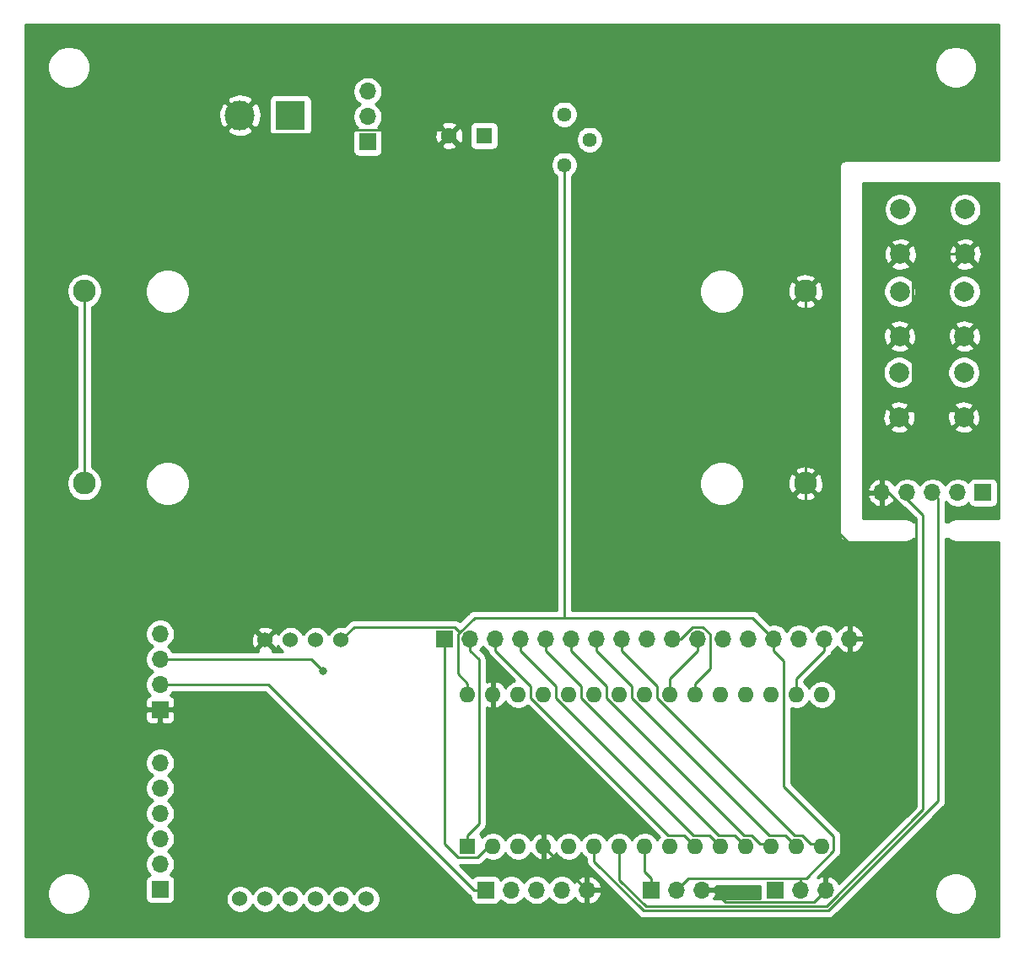
<source format=gbr>
%TF.GenerationSoftware,KiCad,Pcbnew,(5.1.6)-1*%
%TF.CreationDate,2020-07-21T16:26:21+08:00*%
%TF.ProjectId,Egg_segregator,4567675f-7365-4677-9265-6761746f722e,rev?*%
%TF.SameCoordinates,Original*%
%TF.FileFunction,Copper,L2,Bot*%
%TF.FilePolarity,Positive*%
%FSLAX46Y46*%
G04 Gerber Fmt 4.6, Leading zero omitted, Abs format (unit mm)*
G04 Created by KiCad (PCBNEW (5.1.6)-1) date 2020-07-21 16:26:21*
%MOMM*%
%LPD*%
G01*
G04 APERTURE LIST*
%TA.AperFunction,ComponentPad*%
%ADD10R,1.600000X1.600000*%
%TD*%
%TA.AperFunction,ComponentPad*%
%ADD11O,1.600000X1.600000*%
%TD*%
%TA.AperFunction,ComponentPad*%
%ADD12C,1.600000*%
%TD*%
%TA.AperFunction,ComponentPad*%
%ADD13R,3.000000X3.000000*%
%TD*%
%TA.AperFunction,ComponentPad*%
%ADD14C,3.000000*%
%TD*%
%TA.AperFunction,ComponentPad*%
%ADD15O,1.700000X1.700000*%
%TD*%
%TA.AperFunction,ComponentPad*%
%ADD16R,1.700000X1.700000*%
%TD*%
%TA.AperFunction,ComponentPad*%
%ADD17C,1.440000*%
%TD*%
%TA.AperFunction,ComponentPad*%
%ADD18C,2.000000*%
%TD*%
%TA.AperFunction,ComponentPad*%
%ADD19C,2.286000*%
%TD*%
%TA.AperFunction,ComponentPad*%
%ADD20C,1.524000*%
%TD*%
%TA.AperFunction,ViaPad*%
%ADD21C,0.800000*%
%TD*%
%TA.AperFunction,Conductor*%
%ADD22C,0.250000*%
%TD*%
%TA.AperFunction,Conductor*%
%ADD23C,0.254000*%
%TD*%
G04 APERTURE END LIST*
D10*
%TO.P,A1,1*%
%TO.N,/D1*%
X136017000Y-118237000D03*
D11*
%TO.P,A1,17*%
%TO.N,+3V3*%
X169037000Y-102997000D03*
%TO.P,A1,2*%
%TO.N,/D0*%
X138557000Y-118237000D03*
%TO.P,A1,18*%
%TO.N,Net-(A1-Pad18)*%
X166497000Y-102997000D03*
%TO.P,A1,3*%
%TO.N,Net-(A1-Pad3)*%
X141097000Y-118237000D03*
%TO.P,A1,19*%
%TO.N,/DT*%
X163957000Y-102997000D03*
%TO.P,A1,4*%
%TO.N,GND*%
X143637000Y-118237000D03*
%TO.P,A1,20*%
%TO.N,/SCK*%
X161417000Y-102997000D03*
%TO.P,A1,5*%
%TO.N,/Menu_btn*%
X146177000Y-118237000D03*
%TO.P,A1,21*%
%TO.N,/A2*%
X158877000Y-102997000D03*
%TO.P,A1,6*%
%TO.N,/Left_btn*%
X148717000Y-118237000D03*
%TO.P,A1,22*%
%TO.N,/A3*%
X156337000Y-102997000D03*
%TO.P,A1,7*%
%TO.N,/Right_btn*%
X151257000Y-118237000D03*
%TO.P,A1,23*%
%TO.N,/SDA*%
X153797000Y-102997000D03*
%TO.P,A1,8*%
%TO.N,/PWM1*%
X153797000Y-118237000D03*
%TO.P,A1,24*%
%TO.N,/SCL*%
X151257000Y-102997000D03*
%TO.P,A1,9*%
%TO.N,/PWM2*%
X156337000Y-118237000D03*
%TO.P,A1,25*%
%TO.N,/A4*%
X148717000Y-102997000D03*
%TO.P,A1,10*%
%TO.N,/D7*%
X158877000Y-118237000D03*
%TO.P,A1,26*%
%TO.N,/A5*%
X146177000Y-102997000D03*
%TO.P,A1,11*%
%TO.N,/D8*%
X161417000Y-118237000D03*
%TO.P,A1,27*%
%TO.N,+5V*%
X143637000Y-102997000D03*
%TO.P,A1,12*%
%TO.N,/D9*%
X163957000Y-118237000D03*
%TO.P,A1,28*%
%TO.N,Net-(A1-Pad28)*%
X141097000Y-102997000D03*
%TO.P,A1,13*%
%TO.N,/D10*%
X166497000Y-118237000D03*
%TO.P,A1,29*%
%TO.N,GND*%
X138557000Y-102997000D03*
%TO.P,A1,14*%
%TO.N,/D11*%
X169037000Y-118237000D03*
%TO.P,A1,30*%
%TO.N,VCC*%
X136017000Y-102997000D03*
%TO.P,A1,15*%
%TO.N,/D12*%
X171577000Y-118237000D03*
%TO.P,A1,16*%
%TO.N,/D13*%
X171577000Y-102997000D03*
%TD*%
D10*
%TO.P,C3,1*%
%TO.N,VCC*%
X137668000Y-46863000D03*
D12*
%TO.P,C3,2*%
%TO.N,GND*%
X134168000Y-46863000D03*
%TD*%
D13*
%TO.P,J1,1*%
%TO.N,Net-(J1-Pad1)*%
X118237000Y-44831000D03*
D14*
%TO.P,J1,2*%
%TO.N,GND*%
X113157000Y-44831000D03*
%TD*%
D15*
%TO.P,J2,4*%
%TO.N,/SCL*%
X105156000Y-96901000D03*
%TO.P,J2,3*%
%TO.N,/SDA*%
X105156000Y-99441000D03*
%TO.P,J2,2*%
%TO.N,+5V*%
X105156000Y-101981000D03*
D16*
%TO.P,J2,1*%
%TO.N,GND*%
X105156000Y-104521000D03*
%TD*%
D15*
%TO.P,J5,6*%
%TO.N,/B+*%
X105156000Y-109855000D03*
%TO.P,J5,5*%
%TO.N,/B-*%
X105156000Y-112395000D03*
%TO.P,J5,4*%
%TO.N,/A+*%
X105156000Y-114935000D03*
%TO.P,J5,3*%
%TO.N,/A-*%
X105156000Y-117475000D03*
%TO.P,J5,2*%
%TO.N,/E-*%
X105156000Y-120015000D03*
D16*
%TO.P,J5,1*%
%TO.N,/E+*%
X105156000Y-122555000D03*
%TD*%
%TO.P,J6,1*%
%TO.N,/PWM1*%
X154432000Y-122631000D03*
D15*
%TO.P,J6,2*%
%TO.N,VCC*%
X156972000Y-122631000D03*
%TO.P,J6,3*%
%TO.N,GND*%
X159512000Y-122631000D03*
%TD*%
%TO.P,J7,3*%
%TO.N,GND*%
X171958000Y-122631000D03*
%TO.P,J7,2*%
%TO.N,VCC*%
X169418000Y-122631000D03*
D16*
%TO.P,J7,1*%
%TO.N,/PWM2*%
X166878000Y-122631000D03*
%TD*%
%TO.P,J8,1*%
%TO.N,/D0*%
X133731000Y-97409000D03*
D15*
%TO.P,J8,2*%
%TO.N,/D1*%
X136271000Y-97409000D03*
%TO.P,J8,3*%
%TO.N,/D7*%
X138811000Y-97409000D03*
%TO.P,J8,4*%
%TO.N,/D8*%
X141351000Y-97409000D03*
%TO.P,J8,5*%
%TO.N,/D9*%
X143891000Y-97409000D03*
%TO.P,J8,6*%
%TO.N,/D10*%
X146431000Y-97409000D03*
%TO.P,J8,7*%
%TO.N,/D11*%
X148971000Y-97409000D03*
%TO.P,J8,8*%
%TO.N,/D12*%
X151511000Y-97409000D03*
%TO.P,J8,9*%
%TO.N,/D13*%
X154051000Y-97409000D03*
%TO.P,J8,10*%
%TO.N,/A2*%
X156591000Y-97409000D03*
%TO.P,J8,11*%
%TO.N,/A3*%
X159131000Y-97409000D03*
%TO.P,J8,12*%
%TO.N,/A4*%
X161671000Y-97409000D03*
%TO.P,J8,13*%
%TO.N,/A5*%
X164211000Y-97409000D03*
%TO.P,J8,14*%
%TO.N,VCC*%
X166751000Y-97409000D03*
%TO.P,J8,15*%
%TO.N,+5V*%
X169291000Y-97409000D03*
%TO.P,J8,16*%
%TO.N,+3V3*%
X171831000Y-97409000D03*
%TO.P,J8,17*%
%TO.N,GND*%
X174371000Y-97409000D03*
%TD*%
D17*
%TO.P,RV1,1*%
%TO.N,Net-(R4-Pad1)*%
X145720000Y-44729400D03*
%TO.P,RV1,2*%
%TO.N,Net-(RV1-Pad2)*%
X148260000Y-47269400D03*
%TO.P,RV1,3*%
%TO.N,VCC*%
X145720000Y-49809400D03*
%TD*%
D18*
%TO.P,SW1,2*%
%TO.N,/Menu_btn*%
X185826000Y-70645900D03*
%TO.P,SW1,1*%
%TO.N,GND*%
X185826000Y-75145900D03*
%TO.P,SW1,2*%
%TO.N,/Menu_btn*%
X179326000Y-70645900D03*
%TO.P,SW1,1*%
%TO.N,GND*%
X179326000Y-75145900D03*
%TD*%
%TO.P,SW2,1*%
%TO.N,GND*%
X179391000Y-67008900D03*
%TO.P,SW2,2*%
%TO.N,/Left_btn*%
X179391000Y-62508900D03*
%TO.P,SW2,1*%
%TO.N,GND*%
X185891000Y-67008900D03*
%TO.P,SW2,2*%
%TO.N,/Left_btn*%
X185891000Y-62508900D03*
%TD*%
%TO.P,SW3,2*%
%TO.N,/Right_btn*%
X185953000Y-54262900D03*
%TO.P,SW3,1*%
%TO.N,GND*%
X185953000Y-58762900D03*
%TO.P,SW3,2*%
%TO.N,/Right_btn*%
X179453000Y-54262900D03*
%TO.P,SW3,1*%
%TO.N,GND*%
X179453000Y-58762900D03*
%TD*%
D16*
%TO.P,SW4,1*%
%TO.N,Net-(C1-Pad1)*%
X125984000Y-47498000D03*
D15*
%TO.P,SW4,2*%
%TO.N,Net-(J1-Pad1)*%
X125984000Y-44958000D03*
%TO.P,SW4,3*%
%TO.N,Net-(SW4-Pad3)*%
X125984000Y-42418000D03*
%TD*%
D19*
%TO.P,U1,+1*%
%TO.N,Net-(J1-Pad1)*%
X97536000Y-62484000D03*
%TO.P,U1,1*%
%TO.N,GND*%
X169926000Y-62484000D03*
%TO.P,U1,2*%
X169926000Y-81788000D03*
%TO.P,U1,+2*%
%TO.N,Net-(J1-Pad1)*%
X97536000Y-81788000D03*
%TD*%
D20*
%TO.P,A2,1*%
%TO.N,GND*%
X115697000Y-97536000D03*
%TO.P,A2,2*%
%TO.N,/DT*%
X118237000Y-97536000D03*
%TO.P,A2,3*%
%TO.N,/SCK*%
X120777000Y-97536000D03*
%TO.P,A2,4*%
%TO.N,VCC*%
X123317000Y-97536000D03*
%TO.P,A2,6*%
%TO.N,/E-*%
X115697000Y-123536000D03*
%TO.P,A2,7*%
%TO.N,/A-*%
X118237000Y-123536000D03*
%TO.P,A2,8*%
%TO.N,/A+*%
X120777000Y-123536000D03*
%TO.P,A2,9*%
%TO.N,/B-*%
X123317000Y-123536000D03*
%TO.P,A2,10*%
%TO.N,/B+*%
X125857000Y-123536000D03*
%TO.P,A2,5*%
%TO.N,/E+*%
X113157000Y-123536000D03*
%TD*%
D16*
%TO.P,J9,1*%
%TO.N,+5V*%
X187757000Y-82727800D03*
D15*
%TO.P,J9,2*%
%TO.N,/Menu_btn*%
X185217000Y-82727800D03*
%TO.P,J9,3*%
%TO.N,/Left_btn*%
X182677000Y-82727800D03*
%TO.P,J9,4*%
%TO.N,/Right_btn*%
X180137000Y-82727800D03*
%TO.P,J9,5*%
%TO.N,GND*%
X177597000Y-82727800D03*
%TD*%
D16*
%TO.P,J10,1*%
%TO.N,+5V*%
X137846000Y-122631000D03*
D15*
%TO.P,J10,2*%
%TO.N,/Menu_btn*%
X140386000Y-122631000D03*
%TO.P,J10,3*%
%TO.N,/Left_btn*%
X142926000Y-122631000D03*
%TO.P,J10,4*%
%TO.N,/Right_btn*%
X145466000Y-122631000D03*
%TO.P,J10,5*%
%TO.N,GND*%
X148006000Y-122631000D03*
%TD*%
D21*
%TO.N,/SDA*%
X121522400Y-100601900D03*
%TD*%
D22*
%TO.N,/D1*%
X136017000Y-118237000D02*
X136017000Y-117111700D01*
X136271000Y-97409000D02*
X136271000Y-98584300D01*
X136271000Y-98584300D02*
X137142300Y-99455600D01*
X137142300Y-99455600D02*
X137142300Y-115986400D01*
X137142300Y-115986400D02*
X136017000Y-117111700D01*
%TO.N,+3V3*%
X171831000Y-97409000D02*
X171831000Y-98584300D01*
X171831000Y-98584300D02*
X169037000Y-101378300D01*
X169037000Y-101378300D02*
X169037000Y-102997000D01*
%TO.N,/D0*%
X133731000Y-118011500D02*
X133731000Y-97409000D01*
X137009800Y-119362300D02*
X135081800Y-119362300D01*
X135081800Y-119362300D02*
X133731000Y-118011500D01*
X138557000Y-118237000D02*
X138135100Y-118237000D01*
X138135100Y-118237000D02*
X137009800Y-119362300D01*
%TO.N,GND*%
X169926000Y-81788000D02*
X169926000Y-62484000D01*
X177100300Y-90603000D02*
X169926000Y-83428700D01*
X169926000Y-83428700D02*
X169926000Y-81788000D01*
X180725900Y-65674000D02*
X179391000Y-67008900D01*
X180725900Y-60035800D02*
X180725900Y-65674000D01*
X180725900Y-65674000D02*
X184556100Y-65674000D01*
X184556100Y-65674000D02*
X185891000Y-67008900D01*
X180660100Y-74478800D02*
X185158900Y-74478800D01*
X185158900Y-74478800D02*
X185826000Y-75145900D01*
X179326000Y-75145900D02*
X179993100Y-74478800D01*
X179993100Y-74478800D02*
X180660100Y-74478800D01*
X180660100Y-74478800D02*
X180660100Y-68278000D01*
X180660100Y-68278000D02*
X179391000Y-67008900D01*
X179453000Y-58762900D02*
X180725900Y-60035800D01*
X185953000Y-58762900D02*
X181998800Y-58762900D01*
X181998800Y-58762900D02*
X180725900Y-60035800D01*
X174371000Y-97409000D02*
X174371000Y-119042700D01*
X174371000Y-119042700D02*
X171958000Y-121455700D01*
X177597000Y-82727800D02*
X177597000Y-76874900D01*
X177597000Y-76874900D02*
X179326000Y-75145900D01*
X134168000Y-46863000D02*
X133627600Y-46322600D01*
X133627600Y-46322600D02*
X122783900Y-46322600D01*
X122783900Y-46322600D02*
X122427200Y-46679300D01*
X122427200Y-46679300D02*
X115005300Y-46679300D01*
X115005300Y-46679300D02*
X113157000Y-44831000D01*
X174371000Y-97409000D02*
X174371000Y-96233700D01*
X174371000Y-96233700D02*
X177100300Y-93504400D01*
X177100300Y-93504400D02*
X177100300Y-90603000D01*
X171958000Y-122631000D02*
X171958000Y-121455700D01*
X143637000Y-118237000D02*
X143637000Y-117111700D01*
X138557000Y-102997000D02*
X138557000Y-112031700D01*
X138557000Y-112031700D02*
X143637000Y-117111700D01*
X178227800Y-82727800D02*
X177597000Y-82727800D01*
X181000000Y-85500000D02*
X178227800Y-82727800D01*
X177100300Y-90603000D02*
X178897000Y-90603000D01*
X178897000Y-90603000D02*
X181000000Y-88500000D01*
X161862600Y-123806300D02*
X170782700Y-123806300D01*
X170782700Y-123806300D02*
X171958000Y-122631000D01*
X159512000Y-122631000D02*
X160687300Y-122631000D01*
X160687300Y-122631000D02*
X161862600Y-123806300D01*
X145000000Y-119625000D02*
X148006000Y-122631000D01*
X143637000Y-118237000D02*
X145000000Y-119600000D01*
X145000000Y-119600000D02*
X145000000Y-119625000D01*
X181000000Y-85500000D02*
X181000000Y-88500000D01*
%TO.N,/A2*%
X158877000Y-101871700D02*
X158877000Y-102997000D01*
X160342600Y-100406100D02*
X158877000Y-101871700D01*
X157399000Y-97409000D02*
X158580100Y-96227900D01*
X159634800Y-96227900D02*
X160342600Y-96935700D01*
X156591000Y-97409000D02*
X157399000Y-97409000D01*
X158580100Y-96227900D02*
X159634800Y-96227900D01*
X160342600Y-96935700D02*
X160342600Y-100406100D01*
%TO.N,/Left_btn*%
X148717000Y-119750300D02*
X153686200Y-124719500D01*
X153686200Y-124719500D02*
X172230000Y-124719500D01*
X183250000Y-83300800D02*
X182677000Y-82727800D01*
X148717000Y-118237000D02*
X148717000Y-119750300D01*
X172230000Y-124719500D02*
X183250000Y-113699500D01*
X183250000Y-113699500D02*
X183250000Y-83300800D01*
%TO.N,/A3*%
X159131000Y-97409000D02*
X159131000Y-98584300D01*
X159131000Y-98584300D02*
X156337000Y-101378300D01*
X156337000Y-101378300D02*
X156337000Y-102997000D01*
%TO.N,/Right_btn*%
X180137000Y-83387000D02*
X180137000Y-82727800D01*
X153910000Y-124269100D02*
X172043500Y-124269100D01*
X181750000Y-85000000D02*
X180137000Y-83387000D01*
X181750000Y-114562600D02*
X181750000Y-85000000D01*
X151257000Y-121616100D02*
X153910000Y-124269100D01*
X151257000Y-118237000D02*
X151257000Y-121616100D01*
X172043500Y-124269100D02*
X181750000Y-114562600D01*
%TO.N,/SDA*%
X105156000Y-99441000D02*
X120361500Y-99441000D01*
X120361500Y-99441000D02*
X121522400Y-100601900D01*
%TO.N,/PWM1*%
X154432000Y-122631000D02*
X154432000Y-121455700D01*
X154432000Y-121455700D02*
X153797000Y-120820700D01*
X153797000Y-120820700D02*
X153797000Y-118237000D01*
%TO.N,/D7*%
X138811000Y-98584300D02*
X142367000Y-102140300D01*
X138811000Y-97409000D02*
X138811000Y-98584300D01*
X157751700Y-117111700D02*
X158877000Y-118237000D01*
X142367000Y-103324500D02*
X156154200Y-117111700D01*
X142367000Y-102140300D02*
X142367000Y-103324500D01*
X156154200Y-117111700D02*
X157751700Y-117111700D01*
%TO.N,/D8*%
X141351000Y-97409000D02*
X141351000Y-98584300D01*
X141351000Y-98584300D02*
X144907000Y-102140300D01*
X144907000Y-102140300D02*
X144907000Y-103324500D01*
X144907000Y-103324500D02*
X158694200Y-117111700D01*
X160291999Y-117111999D02*
X161417000Y-118237000D01*
X158861999Y-117111999D02*
X160291999Y-117111999D01*
X158861700Y-117111700D02*
X158861999Y-117111999D01*
X158694200Y-117111700D02*
X158861700Y-117111700D01*
%TO.N,+5V*%
X137846000Y-122631000D02*
X136670700Y-122631000D01*
X136670700Y-122631000D02*
X116020700Y-101981000D01*
X116020700Y-101981000D02*
X105156000Y-101981000D01*
%TO.N,/D9*%
X162831700Y-117111700D02*
X163957000Y-118237000D01*
X143891000Y-98584300D02*
X147447000Y-102140300D01*
X143891000Y-97409000D02*
X143891000Y-98584300D01*
X147447000Y-103324500D02*
X161234200Y-117111700D01*
X147447000Y-102140300D02*
X147447000Y-103324500D01*
X161234200Y-117111700D02*
X162831700Y-117111700D01*
%TO.N,/D10*%
X146431000Y-97409000D02*
X146431000Y-98584300D01*
X146431000Y-98584300D02*
X149987000Y-102140300D01*
X149987000Y-102140300D02*
X149987000Y-103324500D01*
X149987000Y-103324500D02*
X163774200Y-117111700D01*
X163774200Y-117111700D02*
X164527800Y-117111700D01*
X164527800Y-117111700D02*
X165371700Y-117955600D01*
X166215600Y-117955600D02*
X166497000Y-118237000D01*
X165371700Y-117955600D02*
X166215600Y-117955600D01*
%TO.N,/D11*%
X148971000Y-98584300D02*
X152527000Y-102140300D01*
X167911700Y-117111700D02*
X169037000Y-118237000D01*
X152527000Y-102140300D02*
X152527000Y-103324500D01*
X152527000Y-103324500D02*
X166314200Y-117111700D01*
X148971000Y-97409000D02*
X148971000Y-98584300D01*
X166314200Y-117111700D02*
X167911700Y-117111700D01*
%TO.N,VCC*%
X145720000Y-95284500D02*
X136724700Y-95284500D01*
X136724700Y-95284500D02*
X135259600Y-96749600D01*
X145720000Y-49809400D02*
X145720000Y-95284500D01*
X136017000Y-101871700D02*
X135075700Y-100930400D01*
X135075700Y-100930400D02*
X135075700Y-96933500D01*
X135075700Y-96933500D02*
X135259600Y-96749600D01*
X123317000Y-97536000D02*
X124619400Y-96233600D01*
X124619400Y-96233600D02*
X134743600Y-96233600D01*
X134743600Y-96233600D02*
X135259600Y-96749600D01*
X169418000Y-121568300D02*
X169418000Y-121455700D01*
X169418000Y-122631000D02*
X169418000Y-121568300D01*
X136017000Y-102997000D02*
X136017000Y-101871700D01*
X166751000Y-97409000D02*
X166751000Y-98584300D01*
X166751000Y-98584300D02*
X167767000Y-99600300D01*
X167767000Y-99600300D02*
X167767000Y-112231000D01*
X167767000Y-112231000D02*
X172752900Y-117216900D01*
X172752900Y-117216900D02*
X172752900Y-118708400D01*
X172752900Y-118708400D02*
X170005600Y-121455700D01*
X170005600Y-121455700D02*
X169418000Y-121455700D01*
X158147300Y-121455700D02*
X156972000Y-122631000D01*
X169418000Y-121455700D02*
X158147300Y-121455700D01*
X164626500Y-95284500D02*
X166751000Y-97409000D01*
X145720000Y-95284500D02*
X164626500Y-95284500D01*
%TO.N,/D12*%
X151511000Y-97409000D02*
X151511000Y-98584300D01*
X151511000Y-98584300D02*
X155067000Y-102140300D01*
X155067000Y-102140300D02*
X155067000Y-103322800D01*
X155067000Y-103322800D02*
X168855900Y-117111700D01*
X168855900Y-117111700D02*
X169607800Y-117111700D01*
X169607800Y-117111700D02*
X170451700Y-117955600D01*
X171295600Y-117955600D02*
X171577000Y-118237000D01*
X170451700Y-117955600D02*
X171295600Y-117955600D01*
%TO.N,Net-(J1-Pad1)*%
X97536000Y-81788000D02*
X97536000Y-62484000D01*
%TD*%
D23*
%TO.N,GND*%
G36*
X189340001Y-49340000D02*
G01*
X174032419Y-49340000D01*
X174000000Y-49336807D01*
X173967581Y-49340000D01*
X173870617Y-49349550D01*
X173746207Y-49387290D01*
X173631550Y-49448575D01*
X173531052Y-49531052D01*
X173448575Y-49631550D01*
X173387290Y-49746207D01*
X173349550Y-49870617D01*
X173336807Y-50000000D01*
X173340000Y-50032419D01*
X173340001Y-86967571D01*
X173336807Y-87000000D01*
X173349550Y-87129383D01*
X173387290Y-87253793D01*
X173448575Y-87368450D01*
X173531052Y-87468948D01*
X173631550Y-87551425D01*
X173746207Y-87612710D01*
X173870617Y-87650450D01*
X173935111Y-87656802D01*
X173967419Y-87659984D01*
X173967581Y-87660000D01*
X174000000Y-87663193D01*
X174032419Y-87660000D01*
X180032419Y-87660000D01*
X180064890Y-87656802D01*
X180071383Y-87656802D01*
X180080547Y-87655838D01*
X180122831Y-87651095D01*
X180129383Y-87650450D01*
X180129852Y-87650308D01*
X180177522Y-87644961D01*
X180236002Y-87632531D01*
X180294717Y-87620905D01*
X180303520Y-87618180D01*
X180396535Y-87588674D01*
X180451495Y-87565118D01*
X180506822Y-87542314D01*
X180514928Y-87537931D01*
X180600440Y-87490920D01*
X180649771Y-87457143D01*
X180699626Y-87424019D01*
X180706719Y-87418149D01*
X180706723Y-87418147D01*
X180706726Y-87418144D01*
X180755759Y-87377000D01*
X180990001Y-87377000D01*
X180990000Y-114247798D01*
X173278226Y-121959573D01*
X173153178Y-121749645D01*
X172958269Y-121533412D01*
X172724920Y-121359359D01*
X172462099Y-121234175D01*
X172314890Y-121189524D01*
X172085000Y-121310845D01*
X172085000Y-122504000D01*
X172105000Y-122504000D01*
X172105000Y-122758000D01*
X172085000Y-122758000D01*
X172085000Y-122778000D01*
X171831000Y-122778000D01*
X171831000Y-122758000D01*
X171811000Y-122758000D01*
X171811000Y-122504000D01*
X171831000Y-122504000D01*
X171831000Y-121310845D01*
X171601110Y-121189524D01*
X171453901Y-121234175D01*
X171191080Y-121359359D01*
X171134656Y-121401445D01*
X173263903Y-119272199D01*
X173292901Y-119248401D01*
X173321696Y-119213314D01*
X173387874Y-119132677D01*
X173458446Y-119000647D01*
X173483902Y-118916727D01*
X173501903Y-118857386D01*
X173512900Y-118745733D01*
X173512900Y-118745723D01*
X173516576Y-118708400D01*
X173512900Y-118671077D01*
X173512900Y-117254222D01*
X173516576Y-117216899D01*
X173512900Y-117179576D01*
X173512900Y-117179567D01*
X173501903Y-117067914D01*
X173458446Y-116924653D01*
X173387874Y-116792624D01*
X173340914Y-116735403D01*
X173316699Y-116705896D01*
X173316695Y-116705892D01*
X173292901Y-116676899D01*
X173263909Y-116653106D01*
X168527000Y-111916199D01*
X168527000Y-104338983D01*
X168618426Y-104376853D01*
X168895665Y-104432000D01*
X169178335Y-104432000D01*
X169455574Y-104376853D01*
X169716727Y-104268680D01*
X169951759Y-104111637D01*
X170151637Y-103911759D01*
X170307000Y-103679241D01*
X170462363Y-103911759D01*
X170662241Y-104111637D01*
X170897273Y-104268680D01*
X171158426Y-104376853D01*
X171435665Y-104432000D01*
X171718335Y-104432000D01*
X171995574Y-104376853D01*
X172256727Y-104268680D01*
X172491759Y-104111637D01*
X172691637Y-103911759D01*
X172848680Y-103676727D01*
X172956853Y-103415574D01*
X173012000Y-103138335D01*
X173012000Y-102855665D01*
X172956853Y-102578426D01*
X172848680Y-102317273D01*
X172691637Y-102082241D01*
X172491759Y-101882363D01*
X172256727Y-101725320D01*
X171995574Y-101617147D01*
X171718335Y-101562000D01*
X171435665Y-101562000D01*
X171158426Y-101617147D01*
X170897273Y-101725320D01*
X170662241Y-101882363D01*
X170462363Y-102082241D01*
X170307000Y-102314759D01*
X170151637Y-102082241D01*
X169951759Y-101882363D01*
X169797000Y-101778957D01*
X169797000Y-101693101D01*
X172342003Y-99148099D01*
X172371001Y-99124301D01*
X172465974Y-99008576D01*
X172536546Y-98876547D01*
X172580003Y-98733286D01*
X172584089Y-98691796D01*
X172777632Y-98562475D01*
X172984475Y-98355632D01*
X173106195Y-98173466D01*
X173175822Y-98290355D01*
X173370731Y-98506588D01*
X173604080Y-98680641D01*
X173866901Y-98805825D01*
X174014110Y-98850476D01*
X174244000Y-98729155D01*
X174244000Y-97536000D01*
X174498000Y-97536000D01*
X174498000Y-98729155D01*
X174727890Y-98850476D01*
X174875099Y-98805825D01*
X175137920Y-98680641D01*
X175371269Y-98506588D01*
X175566178Y-98290355D01*
X175715157Y-98040252D01*
X175812481Y-97765891D01*
X175691814Y-97536000D01*
X174498000Y-97536000D01*
X174244000Y-97536000D01*
X174224000Y-97536000D01*
X174224000Y-97282000D01*
X174244000Y-97282000D01*
X174244000Y-96088845D01*
X174498000Y-96088845D01*
X174498000Y-97282000D01*
X175691814Y-97282000D01*
X175812481Y-97052109D01*
X175715157Y-96777748D01*
X175566178Y-96527645D01*
X175371269Y-96311412D01*
X175137920Y-96137359D01*
X174875099Y-96012175D01*
X174727890Y-95967524D01*
X174498000Y-96088845D01*
X174244000Y-96088845D01*
X174014110Y-95967524D01*
X173866901Y-96012175D01*
X173604080Y-96137359D01*
X173370731Y-96311412D01*
X173175822Y-96527645D01*
X173106195Y-96644534D01*
X172984475Y-96462368D01*
X172777632Y-96255525D01*
X172534411Y-96093010D01*
X172264158Y-95981068D01*
X171977260Y-95924000D01*
X171684740Y-95924000D01*
X171397842Y-95981068D01*
X171127589Y-96093010D01*
X170884368Y-96255525D01*
X170677525Y-96462368D01*
X170561000Y-96636760D01*
X170444475Y-96462368D01*
X170237632Y-96255525D01*
X169994411Y-96093010D01*
X169724158Y-95981068D01*
X169437260Y-95924000D01*
X169144740Y-95924000D01*
X168857842Y-95981068D01*
X168587589Y-96093010D01*
X168344368Y-96255525D01*
X168137525Y-96462368D01*
X168021000Y-96636760D01*
X167904475Y-96462368D01*
X167697632Y-96255525D01*
X167454411Y-96093010D01*
X167184158Y-95981068D01*
X166897260Y-95924000D01*
X166604740Y-95924000D01*
X166384592Y-95967790D01*
X165190304Y-94773503D01*
X165166501Y-94744499D01*
X165050776Y-94649526D01*
X164918747Y-94578954D01*
X164775486Y-94535497D01*
X164663833Y-94524500D01*
X164663822Y-94524500D01*
X164626500Y-94520824D01*
X164589178Y-94524500D01*
X146480000Y-94524500D01*
X146480000Y-81567852D01*
X159308800Y-81567852D01*
X159308800Y-82008148D01*
X159394698Y-82439984D01*
X159563192Y-82846764D01*
X159807807Y-83212857D01*
X160119143Y-83524193D01*
X160485236Y-83768808D01*
X160892016Y-83937302D01*
X161323852Y-84023200D01*
X161764148Y-84023200D01*
X162195984Y-83937302D01*
X162602764Y-83768808D01*
X162968857Y-83524193D01*
X163280193Y-83212857D01*
X163405474Y-83025360D01*
X168868245Y-83025360D01*
X168981264Y-83304384D01*
X169295249Y-83459556D01*
X169633473Y-83550491D01*
X169982938Y-83573694D01*
X170330216Y-83528275D01*
X170661960Y-83415977D01*
X170870736Y-83304384D01*
X170983755Y-83025360D01*
X169926000Y-81967605D01*
X168868245Y-83025360D01*
X163405474Y-83025360D01*
X163524808Y-82846764D01*
X163693302Y-82439984D01*
X163779200Y-82008148D01*
X163779200Y-81844938D01*
X168140306Y-81844938D01*
X168185725Y-82192216D01*
X168298023Y-82523960D01*
X168409616Y-82732736D01*
X168688640Y-82845755D01*
X169746395Y-81788000D01*
X170105605Y-81788000D01*
X171163360Y-82845755D01*
X171442384Y-82732736D01*
X171597556Y-82418751D01*
X171688491Y-82080527D01*
X171711694Y-81731062D01*
X171666275Y-81383784D01*
X171553977Y-81052040D01*
X171442384Y-80843264D01*
X171163360Y-80730245D01*
X170105605Y-81788000D01*
X169746395Y-81788000D01*
X168688640Y-80730245D01*
X168409616Y-80843264D01*
X168254444Y-81157249D01*
X168163509Y-81495473D01*
X168140306Y-81844938D01*
X163779200Y-81844938D01*
X163779200Y-81567852D01*
X163693302Y-81136016D01*
X163524808Y-80729236D01*
X163405475Y-80550640D01*
X168868245Y-80550640D01*
X169926000Y-81608395D01*
X170983755Y-80550640D01*
X170870736Y-80271616D01*
X170556751Y-80116444D01*
X170218527Y-80025509D01*
X169869062Y-80002306D01*
X169521784Y-80047725D01*
X169190040Y-80160023D01*
X168981264Y-80271616D01*
X168868245Y-80550640D01*
X163405475Y-80550640D01*
X163280193Y-80363143D01*
X162968857Y-80051807D01*
X162602764Y-79807192D01*
X162195984Y-79638698D01*
X161764148Y-79552800D01*
X161323852Y-79552800D01*
X160892016Y-79638698D01*
X160485236Y-79807192D01*
X160119143Y-80051807D01*
X159807807Y-80363143D01*
X159563192Y-80729236D01*
X159394698Y-81136016D01*
X159308800Y-81567852D01*
X146480000Y-81567852D01*
X146480000Y-62263852D01*
X159308800Y-62263852D01*
X159308800Y-62704148D01*
X159394698Y-63135984D01*
X159563192Y-63542764D01*
X159807807Y-63908857D01*
X160119143Y-64220193D01*
X160485236Y-64464808D01*
X160892016Y-64633302D01*
X161323852Y-64719200D01*
X161764148Y-64719200D01*
X162195984Y-64633302D01*
X162602764Y-64464808D01*
X162968857Y-64220193D01*
X163280193Y-63908857D01*
X163405474Y-63721360D01*
X168868245Y-63721360D01*
X168981264Y-64000384D01*
X169295249Y-64155556D01*
X169633473Y-64246491D01*
X169982938Y-64269694D01*
X170330216Y-64224275D01*
X170661960Y-64111977D01*
X170870736Y-64000384D01*
X170983755Y-63721360D01*
X169926000Y-62663605D01*
X168868245Y-63721360D01*
X163405474Y-63721360D01*
X163524808Y-63542764D01*
X163693302Y-63135984D01*
X163779200Y-62704148D01*
X163779200Y-62540938D01*
X168140306Y-62540938D01*
X168185725Y-62888216D01*
X168298023Y-63219960D01*
X168409616Y-63428736D01*
X168688640Y-63541755D01*
X169746395Y-62484000D01*
X170105605Y-62484000D01*
X171163360Y-63541755D01*
X171442384Y-63428736D01*
X171597556Y-63114751D01*
X171688491Y-62776527D01*
X171711694Y-62427062D01*
X171666275Y-62079784D01*
X171553977Y-61748040D01*
X171442384Y-61539264D01*
X171163360Y-61426245D01*
X170105605Y-62484000D01*
X169746395Y-62484000D01*
X168688640Y-61426245D01*
X168409616Y-61539264D01*
X168254444Y-61853249D01*
X168163509Y-62191473D01*
X168140306Y-62540938D01*
X163779200Y-62540938D01*
X163779200Y-62263852D01*
X163693302Y-61832016D01*
X163524808Y-61425236D01*
X163405475Y-61246640D01*
X168868245Y-61246640D01*
X169926000Y-62304395D01*
X170983755Y-61246640D01*
X170870736Y-60967616D01*
X170556751Y-60812444D01*
X170218527Y-60721509D01*
X169869062Y-60698306D01*
X169521784Y-60743725D01*
X169190040Y-60856023D01*
X168981264Y-60967616D01*
X168868245Y-61246640D01*
X163405475Y-61246640D01*
X163280193Y-61059143D01*
X162968857Y-60747807D01*
X162602764Y-60503192D01*
X162195984Y-60334698D01*
X161764148Y-60248800D01*
X161323852Y-60248800D01*
X160892016Y-60334698D01*
X160485236Y-60503192D01*
X160119143Y-60747807D01*
X159807807Y-61059143D01*
X159563192Y-61425236D01*
X159394698Y-61832016D01*
X159308800Y-62263852D01*
X146480000Y-62263852D01*
X146480000Y-50931228D01*
X146583762Y-50861897D01*
X146772497Y-50673162D01*
X146920785Y-50451233D01*
X147022928Y-50204639D01*
X147075000Y-49942856D01*
X147075000Y-49675944D01*
X147022928Y-49414161D01*
X146920785Y-49167567D01*
X146772497Y-48945638D01*
X146583762Y-48756903D01*
X146361833Y-48608615D01*
X146115239Y-48506472D01*
X145853456Y-48454400D01*
X145586544Y-48454400D01*
X145324761Y-48506472D01*
X145078167Y-48608615D01*
X144856238Y-48756903D01*
X144667503Y-48945638D01*
X144519215Y-49167567D01*
X144417072Y-49414161D01*
X144365000Y-49675944D01*
X144365000Y-49942856D01*
X144417072Y-50204639D01*
X144519215Y-50451233D01*
X144667503Y-50673162D01*
X144856238Y-50861897D01*
X144960000Y-50931228D01*
X144960001Y-94524500D01*
X136762022Y-94524500D01*
X136724699Y-94520824D01*
X136687376Y-94524500D01*
X136687367Y-94524500D01*
X136575714Y-94535497D01*
X136432453Y-94578954D01*
X136300424Y-94649526D01*
X136184699Y-94744499D01*
X136160901Y-94773497D01*
X135260093Y-95674306D01*
X135167876Y-95598626D01*
X135035847Y-95528054D01*
X134892586Y-95484597D01*
X134780933Y-95473600D01*
X134780922Y-95473600D01*
X134743600Y-95469924D01*
X134706278Y-95473600D01*
X124656725Y-95473600D01*
X124619400Y-95469924D01*
X124582075Y-95473600D01*
X124582067Y-95473600D01*
X124470414Y-95484597D01*
X124327153Y-95528054D01*
X124195124Y-95598626D01*
X124079399Y-95693599D01*
X124055601Y-95722597D01*
X123608570Y-96169628D01*
X123454592Y-96139000D01*
X123179408Y-96139000D01*
X122909510Y-96192686D01*
X122655273Y-96297995D01*
X122426465Y-96450880D01*
X122231880Y-96645465D01*
X122078995Y-96874273D01*
X122047000Y-96951515D01*
X122015005Y-96874273D01*
X121862120Y-96645465D01*
X121667535Y-96450880D01*
X121438727Y-96297995D01*
X121184490Y-96192686D01*
X120914592Y-96139000D01*
X120639408Y-96139000D01*
X120369510Y-96192686D01*
X120115273Y-96297995D01*
X119886465Y-96450880D01*
X119691880Y-96645465D01*
X119538995Y-96874273D01*
X119507000Y-96951515D01*
X119475005Y-96874273D01*
X119322120Y-96645465D01*
X119127535Y-96450880D01*
X118898727Y-96297995D01*
X118644490Y-96192686D01*
X118374592Y-96139000D01*
X118099408Y-96139000D01*
X117829510Y-96192686D01*
X117575273Y-96297995D01*
X117346465Y-96450880D01*
X117151880Y-96645465D01*
X116998995Y-96874273D01*
X116969308Y-96945943D01*
X116964636Y-96932977D01*
X116902656Y-96817020D01*
X116662565Y-96750040D01*
X115876605Y-97536000D01*
X116662565Y-98321960D01*
X116902656Y-98254980D01*
X116966485Y-98119240D01*
X116998995Y-98197727D01*
X117151880Y-98426535D01*
X117346465Y-98621120D01*
X117436082Y-98681000D01*
X116432902Y-98681000D01*
X116482960Y-98501565D01*
X115697000Y-97715605D01*
X114911040Y-98501565D01*
X114961098Y-98681000D01*
X106434178Y-98681000D01*
X106309475Y-98494368D01*
X106102632Y-98287525D01*
X105928240Y-98171000D01*
X106102632Y-98054475D01*
X106309475Y-97847632D01*
X106469580Y-97608017D01*
X114295090Y-97608017D01*
X114336078Y-97880133D01*
X114429364Y-98139023D01*
X114491344Y-98254980D01*
X114731435Y-98321960D01*
X115517395Y-97536000D01*
X114731435Y-96750040D01*
X114491344Y-96817020D01*
X114374244Y-97066048D01*
X114307977Y-97333135D01*
X114295090Y-97608017D01*
X106469580Y-97608017D01*
X106471990Y-97604411D01*
X106583932Y-97334158D01*
X106641000Y-97047260D01*
X106641000Y-96754740D01*
X106604340Y-96570435D01*
X114911040Y-96570435D01*
X115697000Y-97356395D01*
X116482960Y-96570435D01*
X116415980Y-96330344D01*
X116166952Y-96213244D01*
X115899865Y-96146977D01*
X115624983Y-96134090D01*
X115352867Y-96175078D01*
X115093977Y-96268364D01*
X114978020Y-96330344D01*
X114911040Y-96570435D01*
X106604340Y-96570435D01*
X106583932Y-96467842D01*
X106471990Y-96197589D01*
X106309475Y-95954368D01*
X106102632Y-95747525D01*
X105859411Y-95585010D01*
X105589158Y-95473068D01*
X105302260Y-95416000D01*
X105009740Y-95416000D01*
X104722842Y-95473068D01*
X104452589Y-95585010D01*
X104209368Y-95747525D01*
X104002525Y-95954368D01*
X103840010Y-96197589D01*
X103728068Y-96467842D01*
X103671000Y-96754740D01*
X103671000Y-97047260D01*
X103728068Y-97334158D01*
X103840010Y-97604411D01*
X104002525Y-97847632D01*
X104209368Y-98054475D01*
X104383760Y-98171000D01*
X104209368Y-98287525D01*
X104002525Y-98494368D01*
X103840010Y-98737589D01*
X103728068Y-99007842D01*
X103671000Y-99294740D01*
X103671000Y-99587260D01*
X103728068Y-99874158D01*
X103840010Y-100144411D01*
X104002525Y-100387632D01*
X104209368Y-100594475D01*
X104383760Y-100711000D01*
X104209368Y-100827525D01*
X104002525Y-101034368D01*
X103840010Y-101277589D01*
X103728068Y-101547842D01*
X103671000Y-101834740D01*
X103671000Y-102127260D01*
X103728068Y-102414158D01*
X103840010Y-102684411D01*
X104002525Y-102927632D01*
X104134380Y-103059487D01*
X104061820Y-103081498D01*
X103951506Y-103140463D01*
X103854815Y-103219815D01*
X103775463Y-103316506D01*
X103716498Y-103426820D01*
X103680188Y-103546518D01*
X103667928Y-103671000D01*
X103671000Y-104235250D01*
X103829750Y-104394000D01*
X105029000Y-104394000D01*
X105029000Y-104374000D01*
X105283000Y-104374000D01*
X105283000Y-104394000D01*
X106482250Y-104394000D01*
X106641000Y-104235250D01*
X106644072Y-103671000D01*
X106631812Y-103546518D01*
X106595502Y-103426820D01*
X106536537Y-103316506D01*
X106457185Y-103219815D01*
X106360494Y-103140463D01*
X106250180Y-103081498D01*
X106177620Y-103059487D01*
X106309475Y-102927632D01*
X106434178Y-102741000D01*
X115705899Y-102741000D01*
X136106901Y-123142003D01*
X136130699Y-123171001D01*
X136159697Y-123194799D01*
X136246423Y-123265974D01*
X136357928Y-123325575D01*
X136357928Y-123481000D01*
X136370188Y-123605482D01*
X136406498Y-123725180D01*
X136465463Y-123835494D01*
X136544815Y-123932185D01*
X136641506Y-124011537D01*
X136751820Y-124070502D01*
X136871518Y-124106812D01*
X136996000Y-124119072D01*
X138696000Y-124119072D01*
X138820482Y-124106812D01*
X138940180Y-124070502D01*
X139050494Y-124011537D01*
X139147185Y-123932185D01*
X139226537Y-123835494D01*
X139285502Y-123725180D01*
X139307513Y-123652620D01*
X139439368Y-123784475D01*
X139682589Y-123946990D01*
X139952842Y-124058932D01*
X140239740Y-124116000D01*
X140532260Y-124116000D01*
X140819158Y-124058932D01*
X141089411Y-123946990D01*
X141332632Y-123784475D01*
X141539475Y-123577632D01*
X141656000Y-123403240D01*
X141772525Y-123577632D01*
X141979368Y-123784475D01*
X142222589Y-123946990D01*
X142492842Y-124058932D01*
X142779740Y-124116000D01*
X143072260Y-124116000D01*
X143359158Y-124058932D01*
X143629411Y-123946990D01*
X143872632Y-123784475D01*
X144079475Y-123577632D01*
X144196000Y-123403240D01*
X144312525Y-123577632D01*
X144519368Y-123784475D01*
X144762589Y-123946990D01*
X145032842Y-124058932D01*
X145319740Y-124116000D01*
X145612260Y-124116000D01*
X145899158Y-124058932D01*
X146169411Y-123946990D01*
X146412632Y-123784475D01*
X146619475Y-123577632D01*
X146741195Y-123395466D01*
X146810822Y-123512355D01*
X147005731Y-123728588D01*
X147239080Y-123902641D01*
X147501901Y-124027825D01*
X147649110Y-124072476D01*
X147879000Y-123951155D01*
X147879000Y-122758000D01*
X148133000Y-122758000D01*
X148133000Y-123951155D01*
X148362890Y-124072476D01*
X148510099Y-124027825D01*
X148772920Y-123902641D01*
X149006269Y-123728588D01*
X149201178Y-123512355D01*
X149350157Y-123262252D01*
X149447481Y-122987891D01*
X149326814Y-122758000D01*
X148133000Y-122758000D01*
X147879000Y-122758000D01*
X147859000Y-122758000D01*
X147859000Y-122504000D01*
X147879000Y-122504000D01*
X147879000Y-121310845D01*
X148133000Y-121310845D01*
X148133000Y-122504000D01*
X149326814Y-122504000D01*
X149447481Y-122274109D01*
X149350157Y-121999748D01*
X149201178Y-121749645D01*
X149006269Y-121533412D01*
X148772920Y-121359359D01*
X148510099Y-121234175D01*
X148362890Y-121189524D01*
X148133000Y-121310845D01*
X147879000Y-121310845D01*
X147649110Y-121189524D01*
X147501901Y-121234175D01*
X147239080Y-121359359D01*
X147005731Y-121533412D01*
X146810822Y-121749645D01*
X146741195Y-121866534D01*
X146619475Y-121684368D01*
X146412632Y-121477525D01*
X146169411Y-121315010D01*
X145899158Y-121203068D01*
X145612260Y-121146000D01*
X145319740Y-121146000D01*
X145032842Y-121203068D01*
X144762589Y-121315010D01*
X144519368Y-121477525D01*
X144312525Y-121684368D01*
X144196000Y-121858760D01*
X144079475Y-121684368D01*
X143872632Y-121477525D01*
X143629411Y-121315010D01*
X143359158Y-121203068D01*
X143072260Y-121146000D01*
X142779740Y-121146000D01*
X142492842Y-121203068D01*
X142222589Y-121315010D01*
X141979368Y-121477525D01*
X141772525Y-121684368D01*
X141656000Y-121858760D01*
X141539475Y-121684368D01*
X141332632Y-121477525D01*
X141089411Y-121315010D01*
X140819158Y-121203068D01*
X140532260Y-121146000D01*
X140239740Y-121146000D01*
X139952842Y-121203068D01*
X139682589Y-121315010D01*
X139439368Y-121477525D01*
X139307513Y-121609380D01*
X139285502Y-121536820D01*
X139226537Y-121426506D01*
X139147185Y-121329815D01*
X139050494Y-121250463D01*
X138940180Y-121191498D01*
X138820482Y-121155188D01*
X138696000Y-121142928D01*
X136996000Y-121142928D01*
X136871518Y-121155188D01*
X136751820Y-121191498D01*
X136641506Y-121250463D01*
X136544815Y-121329815D01*
X136499515Y-121385013D01*
X135236802Y-120122300D01*
X136972478Y-120122300D01*
X137009800Y-120125976D01*
X137047122Y-120122300D01*
X137047133Y-120122300D01*
X137158786Y-120111303D01*
X137302047Y-120067846D01*
X137434076Y-119997274D01*
X137549801Y-119902301D01*
X137573604Y-119873298D01*
X137920370Y-119526531D01*
X138138426Y-119616853D01*
X138415665Y-119672000D01*
X138698335Y-119672000D01*
X138975574Y-119616853D01*
X139236727Y-119508680D01*
X139471759Y-119351637D01*
X139671637Y-119151759D01*
X139827000Y-118919241D01*
X139982363Y-119151759D01*
X140182241Y-119351637D01*
X140417273Y-119508680D01*
X140678426Y-119616853D01*
X140955665Y-119672000D01*
X141238335Y-119672000D01*
X141515574Y-119616853D01*
X141776727Y-119508680D01*
X142011759Y-119351637D01*
X142211637Y-119151759D01*
X142368680Y-118916727D01*
X142373067Y-118906135D01*
X142484615Y-119092131D01*
X142673586Y-119300519D01*
X142899580Y-119468037D01*
X143153913Y-119588246D01*
X143287961Y-119628904D01*
X143510000Y-119506915D01*
X143510000Y-118364000D01*
X143490000Y-118364000D01*
X143490000Y-118110000D01*
X143510000Y-118110000D01*
X143510000Y-116967085D01*
X143287961Y-116845096D01*
X143153913Y-116885754D01*
X142899580Y-117005963D01*
X142673586Y-117173481D01*
X142484615Y-117381869D01*
X142373067Y-117567865D01*
X142368680Y-117557273D01*
X142211637Y-117322241D01*
X142011759Y-117122363D01*
X141776727Y-116965320D01*
X141515574Y-116857147D01*
X141238335Y-116802000D01*
X140955665Y-116802000D01*
X140678426Y-116857147D01*
X140417273Y-116965320D01*
X140182241Y-117122363D01*
X139982363Y-117322241D01*
X139827000Y-117554759D01*
X139671637Y-117322241D01*
X139471759Y-117122363D01*
X139236727Y-116965320D01*
X138975574Y-116857147D01*
X138698335Y-116802000D01*
X138415665Y-116802000D01*
X138138426Y-116857147D01*
X137877273Y-116965320D01*
X137642241Y-117122363D01*
X137443643Y-117320961D01*
X137442812Y-117312518D01*
X137406502Y-117192820D01*
X137347537Y-117082506D01*
X137268185Y-116985815D01*
X137240449Y-116963053D01*
X137653303Y-116550199D01*
X137682301Y-116526401D01*
X137777274Y-116410676D01*
X137847846Y-116278647D01*
X137891303Y-116135386D01*
X137902300Y-116023733D01*
X137905977Y-115986400D01*
X137902300Y-115949067D01*
X137902300Y-104267134D01*
X138073913Y-104348246D01*
X138207961Y-104388904D01*
X138430000Y-104266915D01*
X138430000Y-103124000D01*
X138410000Y-103124000D01*
X138410000Y-102870000D01*
X138430000Y-102870000D01*
X138430000Y-101727085D01*
X138207961Y-101605096D01*
X138073913Y-101645754D01*
X137902300Y-101726866D01*
X137902300Y-99492922D01*
X137905976Y-99455599D01*
X137902300Y-99418276D01*
X137902300Y-99418267D01*
X137891303Y-99306614D01*
X137847846Y-99163353D01*
X137777274Y-99031324D01*
X137682301Y-98915599D01*
X137653304Y-98891802D01*
X137270804Y-98509303D01*
X137424475Y-98355632D01*
X137541000Y-98181240D01*
X137657525Y-98355632D01*
X137864368Y-98562475D01*
X138057912Y-98691797D01*
X138061998Y-98733286D01*
X138074350Y-98774005D01*
X138105454Y-98876546D01*
X138176026Y-99008576D01*
X138242273Y-99089297D01*
X138271000Y-99124301D01*
X138299998Y-99148099D01*
X140754010Y-101602112D01*
X140678426Y-101617147D01*
X140417273Y-101725320D01*
X140182241Y-101882363D01*
X139982363Y-102082241D01*
X139825320Y-102317273D01*
X139820933Y-102327865D01*
X139709385Y-102141869D01*
X139520414Y-101933481D01*
X139294420Y-101765963D01*
X139040087Y-101645754D01*
X138906039Y-101605096D01*
X138684000Y-101727085D01*
X138684000Y-102870000D01*
X138704000Y-102870000D01*
X138704000Y-103124000D01*
X138684000Y-103124000D01*
X138684000Y-104266915D01*
X138906039Y-104388904D01*
X139040087Y-104348246D01*
X139294420Y-104228037D01*
X139520414Y-104060519D01*
X139709385Y-103852131D01*
X139820933Y-103666135D01*
X139825320Y-103676727D01*
X139982363Y-103911759D01*
X140182241Y-104111637D01*
X140417273Y-104268680D01*
X140678426Y-104376853D01*
X140955665Y-104432000D01*
X141238335Y-104432000D01*
X141515574Y-104376853D01*
X141776727Y-104268680D01*
X142011759Y-104111637D01*
X142045547Y-104077849D01*
X155256151Y-117288453D01*
X155222363Y-117322241D01*
X155067000Y-117554759D01*
X154911637Y-117322241D01*
X154711759Y-117122363D01*
X154476727Y-116965320D01*
X154215574Y-116857147D01*
X153938335Y-116802000D01*
X153655665Y-116802000D01*
X153378426Y-116857147D01*
X153117273Y-116965320D01*
X152882241Y-117122363D01*
X152682363Y-117322241D01*
X152527000Y-117554759D01*
X152371637Y-117322241D01*
X152171759Y-117122363D01*
X151936727Y-116965320D01*
X151675574Y-116857147D01*
X151398335Y-116802000D01*
X151115665Y-116802000D01*
X150838426Y-116857147D01*
X150577273Y-116965320D01*
X150342241Y-117122363D01*
X150142363Y-117322241D01*
X149987000Y-117554759D01*
X149831637Y-117322241D01*
X149631759Y-117122363D01*
X149396727Y-116965320D01*
X149135574Y-116857147D01*
X148858335Y-116802000D01*
X148575665Y-116802000D01*
X148298426Y-116857147D01*
X148037273Y-116965320D01*
X147802241Y-117122363D01*
X147602363Y-117322241D01*
X147447000Y-117554759D01*
X147291637Y-117322241D01*
X147091759Y-117122363D01*
X146856727Y-116965320D01*
X146595574Y-116857147D01*
X146318335Y-116802000D01*
X146035665Y-116802000D01*
X145758426Y-116857147D01*
X145497273Y-116965320D01*
X145262241Y-117122363D01*
X145062363Y-117322241D01*
X144905320Y-117557273D01*
X144900933Y-117567865D01*
X144789385Y-117381869D01*
X144600414Y-117173481D01*
X144374420Y-117005963D01*
X144120087Y-116885754D01*
X143986039Y-116845096D01*
X143764000Y-116967085D01*
X143764000Y-118110000D01*
X143784000Y-118110000D01*
X143784000Y-118364000D01*
X143764000Y-118364000D01*
X143764000Y-119506915D01*
X143986039Y-119628904D01*
X144120087Y-119588246D01*
X144374420Y-119468037D01*
X144600414Y-119300519D01*
X144789385Y-119092131D01*
X144900933Y-118906135D01*
X144905320Y-118916727D01*
X145062363Y-119151759D01*
X145262241Y-119351637D01*
X145497273Y-119508680D01*
X145758426Y-119616853D01*
X146035665Y-119672000D01*
X146318335Y-119672000D01*
X146595574Y-119616853D01*
X146856727Y-119508680D01*
X147091759Y-119351637D01*
X147291637Y-119151759D01*
X147447000Y-118919241D01*
X147602363Y-119151759D01*
X147802241Y-119351637D01*
X147957001Y-119455044D01*
X147957001Y-119712968D01*
X147953324Y-119750300D01*
X147957001Y-119787633D01*
X147967998Y-119899286D01*
X147981180Y-119942742D01*
X148011454Y-120042546D01*
X148082026Y-120174576D01*
X148149589Y-120256901D01*
X148177000Y-120290301D01*
X148205998Y-120314099D01*
X153122401Y-125230503D01*
X153146199Y-125259501D01*
X153175197Y-125283299D01*
X153261923Y-125354474D01*
X153393953Y-125425046D01*
X153537214Y-125468503D01*
X153648867Y-125479500D01*
X153648876Y-125479500D01*
X153686199Y-125483176D01*
X153723522Y-125479500D01*
X172192678Y-125479500D01*
X172230000Y-125483176D01*
X172267322Y-125479500D01*
X172267333Y-125479500D01*
X172378986Y-125468503D01*
X172522247Y-125425046D01*
X172654276Y-125354474D01*
X172770001Y-125259501D01*
X172793804Y-125230497D01*
X175234580Y-122789721D01*
X182865000Y-122789721D01*
X182865000Y-123210279D01*
X182947047Y-123622756D01*
X183107988Y-124011302D01*
X183341637Y-124360983D01*
X183639017Y-124658363D01*
X183988698Y-124892012D01*
X184377244Y-125052953D01*
X184789721Y-125135000D01*
X185210279Y-125135000D01*
X185622756Y-125052953D01*
X186011302Y-124892012D01*
X186360983Y-124658363D01*
X186658363Y-124360983D01*
X186892012Y-124011302D01*
X187052953Y-123622756D01*
X187135000Y-123210279D01*
X187135000Y-122789721D01*
X187052953Y-122377244D01*
X186892012Y-121988698D01*
X186658363Y-121639017D01*
X186360983Y-121341637D01*
X186011302Y-121107988D01*
X185622756Y-120947047D01*
X185210279Y-120865000D01*
X184789721Y-120865000D01*
X184377244Y-120947047D01*
X183988698Y-121107988D01*
X183639017Y-121341637D01*
X183341637Y-121639017D01*
X183107988Y-121988698D01*
X182947047Y-122377244D01*
X182865000Y-122789721D01*
X175234580Y-122789721D01*
X183761010Y-114263293D01*
X183790001Y-114239501D01*
X183813795Y-114210508D01*
X183813799Y-114210504D01*
X183884973Y-114123777D01*
X183884974Y-114123776D01*
X183955546Y-113991747D01*
X183999003Y-113848486D01*
X184010000Y-113736833D01*
X184010000Y-113736824D01*
X184013676Y-113699501D01*
X184010000Y-113662178D01*
X184010000Y-87377000D01*
X184243727Y-87377000D01*
X184306160Y-87427921D01*
X184356025Y-87461052D01*
X184405350Y-87494825D01*
X184413445Y-87499202D01*
X184413448Y-87499204D01*
X184413451Y-87499205D01*
X184413456Y-87499208D01*
X184499617Y-87545020D01*
X184554909Y-87567809D01*
X184609898Y-87591378D01*
X184618701Y-87594103D01*
X184712119Y-87622308D01*
X184770826Y-87633933D01*
X184829316Y-87646365D01*
X184838470Y-87647327D01*
X184838476Y-87647328D01*
X184838481Y-87647328D01*
X184935598Y-87656850D01*
X184967581Y-87660000D01*
X189332129Y-87660000D01*
X189339872Y-127340000D01*
X91660000Y-127340000D01*
X91660000Y-122789721D01*
X93865000Y-122789721D01*
X93865000Y-123210279D01*
X93947047Y-123622756D01*
X94107988Y-124011302D01*
X94341637Y-124360983D01*
X94639017Y-124658363D01*
X94988698Y-124892012D01*
X95377244Y-125052953D01*
X95789721Y-125135000D01*
X96210279Y-125135000D01*
X96622756Y-125052953D01*
X97011302Y-124892012D01*
X97360983Y-124658363D01*
X97658363Y-124360983D01*
X97892012Y-124011302D01*
X98052953Y-123622756D01*
X98135000Y-123210279D01*
X98135000Y-122789721D01*
X98052953Y-122377244D01*
X97892012Y-121988698D01*
X97702452Y-121705000D01*
X103667928Y-121705000D01*
X103667928Y-123405000D01*
X103680188Y-123529482D01*
X103716498Y-123649180D01*
X103775463Y-123759494D01*
X103854815Y-123856185D01*
X103951506Y-123935537D01*
X104061820Y-123994502D01*
X104181518Y-124030812D01*
X104306000Y-124043072D01*
X106006000Y-124043072D01*
X106130482Y-124030812D01*
X106250180Y-123994502D01*
X106360494Y-123935537D01*
X106457185Y-123856185D01*
X106536537Y-123759494D01*
X106595502Y-123649180D01*
X106631812Y-123529482D01*
X106644072Y-123405000D01*
X106644072Y-123398408D01*
X111760000Y-123398408D01*
X111760000Y-123673592D01*
X111813686Y-123943490D01*
X111918995Y-124197727D01*
X112071880Y-124426535D01*
X112266465Y-124621120D01*
X112495273Y-124774005D01*
X112749510Y-124879314D01*
X113019408Y-124933000D01*
X113294592Y-124933000D01*
X113564490Y-124879314D01*
X113818727Y-124774005D01*
X114047535Y-124621120D01*
X114242120Y-124426535D01*
X114395005Y-124197727D01*
X114427000Y-124120485D01*
X114458995Y-124197727D01*
X114611880Y-124426535D01*
X114806465Y-124621120D01*
X115035273Y-124774005D01*
X115289510Y-124879314D01*
X115559408Y-124933000D01*
X115834592Y-124933000D01*
X116104490Y-124879314D01*
X116358727Y-124774005D01*
X116587535Y-124621120D01*
X116782120Y-124426535D01*
X116935005Y-124197727D01*
X116967000Y-124120485D01*
X116998995Y-124197727D01*
X117151880Y-124426535D01*
X117346465Y-124621120D01*
X117575273Y-124774005D01*
X117829510Y-124879314D01*
X118099408Y-124933000D01*
X118374592Y-124933000D01*
X118644490Y-124879314D01*
X118898727Y-124774005D01*
X119127535Y-124621120D01*
X119322120Y-124426535D01*
X119475005Y-124197727D01*
X119507000Y-124120485D01*
X119538995Y-124197727D01*
X119691880Y-124426535D01*
X119886465Y-124621120D01*
X120115273Y-124774005D01*
X120369510Y-124879314D01*
X120639408Y-124933000D01*
X120914592Y-124933000D01*
X121184490Y-124879314D01*
X121438727Y-124774005D01*
X121667535Y-124621120D01*
X121862120Y-124426535D01*
X122015005Y-124197727D01*
X122047000Y-124120485D01*
X122078995Y-124197727D01*
X122231880Y-124426535D01*
X122426465Y-124621120D01*
X122655273Y-124774005D01*
X122909510Y-124879314D01*
X123179408Y-124933000D01*
X123454592Y-124933000D01*
X123724490Y-124879314D01*
X123978727Y-124774005D01*
X124207535Y-124621120D01*
X124402120Y-124426535D01*
X124555005Y-124197727D01*
X124587000Y-124120485D01*
X124618995Y-124197727D01*
X124771880Y-124426535D01*
X124966465Y-124621120D01*
X125195273Y-124774005D01*
X125449510Y-124879314D01*
X125719408Y-124933000D01*
X125994592Y-124933000D01*
X126264490Y-124879314D01*
X126518727Y-124774005D01*
X126747535Y-124621120D01*
X126942120Y-124426535D01*
X127095005Y-124197727D01*
X127200314Y-123943490D01*
X127254000Y-123673592D01*
X127254000Y-123398408D01*
X127200314Y-123128510D01*
X127095005Y-122874273D01*
X126942120Y-122645465D01*
X126747535Y-122450880D01*
X126518727Y-122297995D01*
X126264490Y-122192686D01*
X125994592Y-122139000D01*
X125719408Y-122139000D01*
X125449510Y-122192686D01*
X125195273Y-122297995D01*
X124966465Y-122450880D01*
X124771880Y-122645465D01*
X124618995Y-122874273D01*
X124587000Y-122951515D01*
X124555005Y-122874273D01*
X124402120Y-122645465D01*
X124207535Y-122450880D01*
X123978727Y-122297995D01*
X123724490Y-122192686D01*
X123454592Y-122139000D01*
X123179408Y-122139000D01*
X122909510Y-122192686D01*
X122655273Y-122297995D01*
X122426465Y-122450880D01*
X122231880Y-122645465D01*
X122078995Y-122874273D01*
X122047000Y-122951515D01*
X122015005Y-122874273D01*
X121862120Y-122645465D01*
X121667535Y-122450880D01*
X121438727Y-122297995D01*
X121184490Y-122192686D01*
X120914592Y-122139000D01*
X120639408Y-122139000D01*
X120369510Y-122192686D01*
X120115273Y-122297995D01*
X119886465Y-122450880D01*
X119691880Y-122645465D01*
X119538995Y-122874273D01*
X119507000Y-122951515D01*
X119475005Y-122874273D01*
X119322120Y-122645465D01*
X119127535Y-122450880D01*
X118898727Y-122297995D01*
X118644490Y-122192686D01*
X118374592Y-122139000D01*
X118099408Y-122139000D01*
X117829510Y-122192686D01*
X117575273Y-122297995D01*
X117346465Y-122450880D01*
X117151880Y-122645465D01*
X116998995Y-122874273D01*
X116967000Y-122951515D01*
X116935005Y-122874273D01*
X116782120Y-122645465D01*
X116587535Y-122450880D01*
X116358727Y-122297995D01*
X116104490Y-122192686D01*
X115834592Y-122139000D01*
X115559408Y-122139000D01*
X115289510Y-122192686D01*
X115035273Y-122297995D01*
X114806465Y-122450880D01*
X114611880Y-122645465D01*
X114458995Y-122874273D01*
X114427000Y-122951515D01*
X114395005Y-122874273D01*
X114242120Y-122645465D01*
X114047535Y-122450880D01*
X113818727Y-122297995D01*
X113564490Y-122192686D01*
X113294592Y-122139000D01*
X113019408Y-122139000D01*
X112749510Y-122192686D01*
X112495273Y-122297995D01*
X112266465Y-122450880D01*
X112071880Y-122645465D01*
X111918995Y-122874273D01*
X111813686Y-123128510D01*
X111760000Y-123398408D01*
X106644072Y-123398408D01*
X106644072Y-121705000D01*
X106631812Y-121580518D01*
X106595502Y-121460820D01*
X106536537Y-121350506D01*
X106457185Y-121253815D01*
X106360494Y-121174463D01*
X106250180Y-121115498D01*
X106177620Y-121093487D01*
X106309475Y-120961632D01*
X106471990Y-120718411D01*
X106583932Y-120448158D01*
X106641000Y-120161260D01*
X106641000Y-119868740D01*
X106583932Y-119581842D01*
X106471990Y-119311589D01*
X106309475Y-119068368D01*
X106102632Y-118861525D01*
X105928240Y-118745000D01*
X106102632Y-118628475D01*
X106309475Y-118421632D01*
X106471990Y-118178411D01*
X106583932Y-117908158D01*
X106641000Y-117621260D01*
X106641000Y-117328740D01*
X106583932Y-117041842D01*
X106471990Y-116771589D01*
X106309475Y-116528368D01*
X106102632Y-116321525D01*
X105928240Y-116205000D01*
X106102632Y-116088475D01*
X106309475Y-115881632D01*
X106471990Y-115638411D01*
X106583932Y-115368158D01*
X106641000Y-115081260D01*
X106641000Y-114788740D01*
X106583932Y-114501842D01*
X106471990Y-114231589D01*
X106309475Y-113988368D01*
X106102632Y-113781525D01*
X105928240Y-113665000D01*
X106102632Y-113548475D01*
X106309475Y-113341632D01*
X106471990Y-113098411D01*
X106583932Y-112828158D01*
X106641000Y-112541260D01*
X106641000Y-112248740D01*
X106583932Y-111961842D01*
X106471990Y-111691589D01*
X106309475Y-111448368D01*
X106102632Y-111241525D01*
X105928240Y-111125000D01*
X106102632Y-111008475D01*
X106309475Y-110801632D01*
X106471990Y-110558411D01*
X106583932Y-110288158D01*
X106641000Y-110001260D01*
X106641000Y-109708740D01*
X106583932Y-109421842D01*
X106471990Y-109151589D01*
X106309475Y-108908368D01*
X106102632Y-108701525D01*
X105859411Y-108539010D01*
X105589158Y-108427068D01*
X105302260Y-108370000D01*
X105009740Y-108370000D01*
X104722842Y-108427068D01*
X104452589Y-108539010D01*
X104209368Y-108701525D01*
X104002525Y-108908368D01*
X103840010Y-109151589D01*
X103728068Y-109421842D01*
X103671000Y-109708740D01*
X103671000Y-110001260D01*
X103728068Y-110288158D01*
X103840010Y-110558411D01*
X104002525Y-110801632D01*
X104209368Y-111008475D01*
X104383760Y-111125000D01*
X104209368Y-111241525D01*
X104002525Y-111448368D01*
X103840010Y-111691589D01*
X103728068Y-111961842D01*
X103671000Y-112248740D01*
X103671000Y-112541260D01*
X103728068Y-112828158D01*
X103840010Y-113098411D01*
X104002525Y-113341632D01*
X104209368Y-113548475D01*
X104383760Y-113665000D01*
X104209368Y-113781525D01*
X104002525Y-113988368D01*
X103840010Y-114231589D01*
X103728068Y-114501842D01*
X103671000Y-114788740D01*
X103671000Y-115081260D01*
X103728068Y-115368158D01*
X103840010Y-115638411D01*
X104002525Y-115881632D01*
X104209368Y-116088475D01*
X104383760Y-116205000D01*
X104209368Y-116321525D01*
X104002525Y-116528368D01*
X103840010Y-116771589D01*
X103728068Y-117041842D01*
X103671000Y-117328740D01*
X103671000Y-117621260D01*
X103728068Y-117908158D01*
X103840010Y-118178411D01*
X104002525Y-118421632D01*
X104209368Y-118628475D01*
X104383760Y-118745000D01*
X104209368Y-118861525D01*
X104002525Y-119068368D01*
X103840010Y-119311589D01*
X103728068Y-119581842D01*
X103671000Y-119868740D01*
X103671000Y-120161260D01*
X103728068Y-120448158D01*
X103840010Y-120718411D01*
X104002525Y-120961632D01*
X104134380Y-121093487D01*
X104061820Y-121115498D01*
X103951506Y-121174463D01*
X103854815Y-121253815D01*
X103775463Y-121350506D01*
X103716498Y-121460820D01*
X103680188Y-121580518D01*
X103667928Y-121705000D01*
X97702452Y-121705000D01*
X97658363Y-121639017D01*
X97360983Y-121341637D01*
X97011302Y-121107988D01*
X96622756Y-120947047D01*
X96210279Y-120865000D01*
X95789721Y-120865000D01*
X95377244Y-120947047D01*
X94988698Y-121107988D01*
X94639017Y-121341637D01*
X94341637Y-121639017D01*
X94107988Y-121988698D01*
X93947047Y-122377244D01*
X93865000Y-122789721D01*
X91660000Y-122789721D01*
X91660000Y-105371000D01*
X103667928Y-105371000D01*
X103680188Y-105495482D01*
X103716498Y-105615180D01*
X103775463Y-105725494D01*
X103854815Y-105822185D01*
X103951506Y-105901537D01*
X104061820Y-105960502D01*
X104181518Y-105996812D01*
X104306000Y-106009072D01*
X104870250Y-106006000D01*
X105029000Y-105847250D01*
X105029000Y-104648000D01*
X105283000Y-104648000D01*
X105283000Y-105847250D01*
X105441750Y-106006000D01*
X106006000Y-106009072D01*
X106130482Y-105996812D01*
X106250180Y-105960502D01*
X106360494Y-105901537D01*
X106457185Y-105822185D01*
X106536537Y-105725494D01*
X106595502Y-105615180D01*
X106631812Y-105495482D01*
X106644072Y-105371000D01*
X106641000Y-104806750D01*
X106482250Y-104648000D01*
X105283000Y-104648000D01*
X105029000Y-104648000D01*
X103829750Y-104648000D01*
X103671000Y-104806750D01*
X103667928Y-105371000D01*
X91660000Y-105371000D01*
X91660000Y-62308882D01*
X95758000Y-62308882D01*
X95758000Y-62659118D01*
X95826328Y-63002623D01*
X95960357Y-63326199D01*
X96154937Y-63617409D01*
X96402591Y-63865063D01*
X96693801Y-64059643D01*
X96776001Y-64093691D01*
X96776000Y-80178309D01*
X96693801Y-80212357D01*
X96402591Y-80406937D01*
X96154937Y-80654591D01*
X95960357Y-80945801D01*
X95826328Y-81269377D01*
X95758000Y-81612882D01*
X95758000Y-81963118D01*
X95826328Y-82306623D01*
X95960357Y-82630199D01*
X96154937Y-82921409D01*
X96402591Y-83169063D01*
X96693801Y-83363643D01*
X97017377Y-83497672D01*
X97360882Y-83566000D01*
X97711118Y-83566000D01*
X98054623Y-83497672D01*
X98378199Y-83363643D01*
X98669409Y-83169063D01*
X98917063Y-82921409D01*
X99111643Y-82630199D01*
X99245672Y-82306623D01*
X99314000Y-81963118D01*
X99314000Y-81612882D01*
X99305043Y-81567852D01*
X103682800Y-81567852D01*
X103682800Y-82008148D01*
X103768698Y-82439984D01*
X103937192Y-82846764D01*
X104181807Y-83212857D01*
X104493143Y-83524193D01*
X104859236Y-83768808D01*
X105266016Y-83937302D01*
X105697852Y-84023200D01*
X106138148Y-84023200D01*
X106569984Y-83937302D01*
X106976764Y-83768808D01*
X107342857Y-83524193D01*
X107654193Y-83212857D01*
X107898808Y-82846764D01*
X108067302Y-82439984D01*
X108153200Y-82008148D01*
X108153200Y-81567852D01*
X108067302Y-81136016D01*
X107898808Y-80729236D01*
X107654193Y-80363143D01*
X107342857Y-80051807D01*
X106976764Y-79807192D01*
X106569984Y-79638698D01*
X106138148Y-79552800D01*
X105697852Y-79552800D01*
X105266016Y-79638698D01*
X104859236Y-79807192D01*
X104493143Y-80051807D01*
X104181807Y-80363143D01*
X103937192Y-80729236D01*
X103768698Y-81136016D01*
X103682800Y-81567852D01*
X99305043Y-81567852D01*
X99245672Y-81269377D01*
X99111643Y-80945801D01*
X98917063Y-80654591D01*
X98669409Y-80406937D01*
X98378199Y-80212357D01*
X98296000Y-80178309D01*
X98296000Y-64093691D01*
X98378199Y-64059643D01*
X98669409Y-63865063D01*
X98917063Y-63617409D01*
X99111643Y-63326199D01*
X99245672Y-63002623D01*
X99314000Y-62659118D01*
X99314000Y-62308882D01*
X99305043Y-62263852D01*
X103682800Y-62263852D01*
X103682800Y-62704148D01*
X103768698Y-63135984D01*
X103937192Y-63542764D01*
X104181807Y-63908857D01*
X104493143Y-64220193D01*
X104859236Y-64464808D01*
X105266016Y-64633302D01*
X105697852Y-64719200D01*
X106138148Y-64719200D01*
X106569984Y-64633302D01*
X106976764Y-64464808D01*
X107342857Y-64220193D01*
X107654193Y-63908857D01*
X107898808Y-63542764D01*
X108067302Y-63135984D01*
X108153200Y-62704148D01*
X108153200Y-62263852D01*
X108067302Y-61832016D01*
X107898808Y-61425236D01*
X107654193Y-61059143D01*
X107342857Y-60747807D01*
X106976764Y-60503192D01*
X106569984Y-60334698D01*
X106138148Y-60248800D01*
X105697852Y-60248800D01*
X105266016Y-60334698D01*
X104859236Y-60503192D01*
X104493143Y-60747807D01*
X104181807Y-61059143D01*
X103937192Y-61425236D01*
X103768698Y-61832016D01*
X103682800Y-62263852D01*
X99305043Y-62263852D01*
X99245672Y-61965377D01*
X99111643Y-61641801D01*
X98917063Y-61350591D01*
X98669409Y-61102937D01*
X98378199Y-60908357D01*
X98054623Y-60774328D01*
X97711118Y-60706000D01*
X97360882Y-60706000D01*
X97017377Y-60774328D01*
X96693801Y-60908357D01*
X96402591Y-61102937D01*
X96154937Y-61350591D01*
X95960357Y-61641801D01*
X95826328Y-61965377D01*
X95758000Y-62308882D01*
X91660000Y-62308882D01*
X91660000Y-46322653D01*
X111844952Y-46322653D01*
X112000962Y-46638214D01*
X112375745Y-46829020D01*
X112780551Y-46943044D01*
X113199824Y-46975902D01*
X113617451Y-46926334D01*
X114017383Y-46796243D01*
X114313038Y-46638214D01*
X114469048Y-46322653D01*
X113157000Y-45010605D01*
X111844952Y-46322653D01*
X91660000Y-46322653D01*
X91660000Y-44873824D01*
X111012098Y-44873824D01*
X111061666Y-45291451D01*
X111191757Y-45691383D01*
X111349786Y-45987038D01*
X111665347Y-46143048D01*
X112977395Y-44831000D01*
X113336605Y-44831000D01*
X114648653Y-46143048D01*
X114964214Y-45987038D01*
X115155020Y-45612255D01*
X115269044Y-45207449D01*
X115301902Y-44788176D01*
X115252334Y-44370549D01*
X115122243Y-43970617D01*
X114964214Y-43674962D01*
X114648653Y-43518952D01*
X113336605Y-44831000D01*
X112977395Y-44831000D01*
X111665347Y-43518952D01*
X111349786Y-43674962D01*
X111158980Y-44049745D01*
X111044956Y-44454551D01*
X111012098Y-44873824D01*
X91660000Y-44873824D01*
X91660000Y-43339347D01*
X111844952Y-43339347D01*
X113157000Y-44651395D01*
X114469048Y-43339347D01*
X114464922Y-43331000D01*
X116098928Y-43331000D01*
X116098928Y-46331000D01*
X116111188Y-46455482D01*
X116147498Y-46575180D01*
X116206463Y-46685494D01*
X116285815Y-46782185D01*
X116382506Y-46861537D01*
X116492820Y-46920502D01*
X116612518Y-46956812D01*
X116737000Y-46969072D01*
X119737000Y-46969072D01*
X119861482Y-46956812D01*
X119981180Y-46920502D01*
X120091494Y-46861537D01*
X120188185Y-46782185D01*
X120267537Y-46685494D01*
X120287578Y-46648000D01*
X124495928Y-46648000D01*
X124495928Y-48348000D01*
X124508188Y-48472482D01*
X124544498Y-48592180D01*
X124603463Y-48702494D01*
X124682815Y-48799185D01*
X124779506Y-48878537D01*
X124889820Y-48937502D01*
X125009518Y-48973812D01*
X125134000Y-48986072D01*
X126834000Y-48986072D01*
X126958482Y-48973812D01*
X127078180Y-48937502D01*
X127188494Y-48878537D01*
X127285185Y-48799185D01*
X127364537Y-48702494D01*
X127423502Y-48592180D01*
X127459812Y-48472482D01*
X127472072Y-48348000D01*
X127472072Y-47855702D01*
X133354903Y-47855702D01*
X133426486Y-48099671D01*
X133681996Y-48220571D01*
X133956184Y-48289300D01*
X134238512Y-48303217D01*
X134518130Y-48261787D01*
X134784292Y-48166603D01*
X134909514Y-48099671D01*
X134981097Y-47855702D01*
X134168000Y-47042605D01*
X133354903Y-47855702D01*
X127472072Y-47855702D01*
X127472072Y-46933512D01*
X132727783Y-46933512D01*
X132769213Y-47213130D01*
X132864397Y-47479292D01*
X132931329Y-47604514D01*
X133175298Y-47676097D01*
X133988395Y-46863000D01*
X134347605Y-46863000D01*
X135160702Y-47676097D01*
X135404671Y-47604514D01*
X135525571Y-47349004D01*
X135594300Y-47074816D01*
X135608217Y-46792488D01*
X135566787Y-46512870D01*
X135471603Y-46246708D01*
X135404671Y-46121486D01*
X135205340Y-46063000D01*
X136229928Y-46063000D01*
X136229928Y-47663000D01*
X136242188Y-47787482D01*
X136278498Y-47907180D01*
X136337463Y-48017494D01*
X136416815Y-48114185D01*
X136513506Y-48193537D01*
X136623820Y-48252502D01*
X136743518Y-48288812D01*
X136868000Y-48301072D01*
X138468000Y-48301072D01*
X138592482Y-48288812D01*
X138712180Y-48252502D01*
X138822494Y-48193537D01*
X138919185Y-48114185D01*
X138998537Y-48017494D01*
X139057502Y-47907180D01*
X139093812Y-47787482D01*
X139106072Y-47663000D01*
X139106072Y-47135944D01*
X146905000Y-47135944D01*
X146905000Y-47402856D01*
X146957072Y-47664639D01*
X147059215Y-47911233D01*
X147207503Y-48133162D01*
X147396238Y-48321897D01*
X147618167Y-48470185D01*
X147864761Y-48572328D01*
X148126544Y-48624400D01*
X148393456Y-48624400D01*
X148655239Y-48572328D01*
X148901833Y-48470185D01*
X149123762Y-48321897D01*
X149312497Y-48133162D01*
X149460785Y-47911233D01*
X149562928Y-47664639D01*
X149615000Y-47402856D01*
X149615000Y-47135944D01*
X149562928Y-46874161D01*
X149460785Y-46627567D01*
X149312497Y-46405638D01*
X149123762Y-46216903D01*
X148901833Y-46068615D01*
X148655239Y-45966472D01*
X148393456Y-45914400D01*
X148126544Y-45914400D01*
X147864761Y-45966472D01*
X147618167Y-46068615D01*
X147396238Y-46216903D01*
X147207503Y-46405638D01*
X147059215Y-46627567D01*
X146957072Y-46874161D01*
X146905000Y-47135944D01*
X139106072Y-47135944D01*
X139106072Y-46063000D01*
X139093812Y-45938518D01*
X139057502Y-45818820D01*
X138998537Y-45708506D01*
X138919185Y-45611815D01*
X138822494Y-45532463D01*
X138712180Y-45473498D01*
X138592482Y-45437188D01*
X138468000Y-45424928D01*
X136868000Y-45424928D01*
X136743518Y-45437188D01*
X136623820Y-45473498D01*
X136513506Y-45532463D01*
X136416815Y-45611815D01*
X136337463Y-45708506D01*
X136278498Y-45818820D01*
X136242188Y-45938518D01*
X136229928Y-46063000D01*
X135205340Y-46063000D01*
X135160702Y-46049903D01*
X134347605Y-46863000D01*
X133988395Y-46863000D01*
X133175298Y-46049903D01*
X132931329Y-46121486D01*
X132810429Y-46376996D01*
X132741700Y-46651184D01*
X132727783Y-46933512D01*
X127472072Y-46933512D01*
X127472072Y-46648000D01*
X127459812Y-46523518D01*
X127423502Y-46403820D01*
X127364537Y-46293506D01*
X127285185Y-46196815D01*
X127188494Y-46117463D01*
X127078180Y-46058498D01*
X127005620Y-46036487D01*
X127137475Y-45904632D01*
X127160416Y-45870298D01*
X133354903Y-45870298D01*
X134168000Y-46683395D01*
X134981097Y-45870298D01*
X134909514Y-45626329D01*
X134654004Y-45505429D01*
X134379816Y-45436700D01*
X134097488Y-45422783D01*
X133817870Y-45464213D01*
X133551708Y-45559397D01*
X133426486Y-45626329D01*
X133354903Y-45870298D01*
X127160416Y-45870298D01*
X127299990Y-45661411D01*
X127411932Y-45391158D01*
X127469000Y-45104260D01*
X127469000Y-44811740D01*
X127426076Y-44595944D01*
X144365000Y-44595944D01*
X144365000Y-44862856D01*
X144417072Y-45124639D01*
X144519215Y-45371233D01*
X144667503Y-45593162D01*
X144856238Y-45781897D01*
X145078167Y-45930185D01*
X145324761Y-46032328D01*
X145586544Y-46084400D01*
X145853456Y-46084400D01*
X146115239Y-46032328D01*
X146361833Y-45930185D01*
X146583762Y-45781897D01*
X146772497Y-45593162D01*
X146920785Y-45371233D01*
X147022928Y-45124639D01*
X147075000Y-44862856D01*
X147075000Y-44595944D01*
X147022928Y-44334161D01*
X146920785Y-44087567D01*
X146772497Y-43865638D01*
X146583762Y-43676903D01*
X146361833Y-43528615D01*
X146115239Y-43426472D01*
X145853456Y-43374400D01*
X145586544Y-43374400D01*
X145324761Y-43426472D01*
X145078167Y-43528615D01*
X144856238Y-43676903D01*
X144667503Y-43865638D01*
X144519215Y-44087567D01*
X144417072Y-44334161D01*
X144365000Y-44595944D01*
X127426076Y-44595944D01*
X127411932Y-44524842D01*
X127299990Y-44254589D01*
X127137475Y-44011368D01*
X126930632Y-43804525D01*
X126756240Y-43688000D01*
X126930632Y-43571475D01*
X127137475Y-43364632D01*
X127299990Y-43121411D01*
X127411932Y-42851158D01*
X127469000Y-42564260D01*
X127469000Y-42271740D01*
X127411932Y-41984842D01*
X127299990Y-41714589D01*
X127137475Y-41471368D01*
X126930632Y-41264525D01*
X126687411Y-41102010D01*
X126417158Y-40990068D01*
X126130260Y-40933000D01*
X125837740Y-40933000D01*
X125550842Y-40990068D01*
X125280589Y-41102010D01*
X125037368Y-41264525D01*
X124830525Y-41471368D01*
X124668010Y-41714589D01*
X124556068Y-41984842D01*
X124499000Y-42271740D01*
X124499000Y-42564260D01*
X124556068Y-42851158D01*
X124668010Y-43121411D01*
X124830525Y-43364632D01*
X125037368Y-43571475D01*
X125211760Y-43688000D01*
X125037368Y-43804525D01*
X124830525Y-44011368D01*
X124668010Y-44254589D01*
X124556068Y-44524842D01*
X124499000Y-44811740D01*
X124499000Y-45104260D01*
X124556068Y-45391158D01*
X124668010Y-45661411D01*
X124830525Y-45904632D01*
X124962380Y-46036487D01*
X124889820Y-46058498D01*
X124779506Y-46117463D01*
X124682815Y-46196815D01*
X124603463Y-46293506D01*
X124544498Y-46403820D01*
X124508188Y-46523518D01*
X124495928Y-46648000D01*
X120287578Y-46648000D01*
X120326502Y-46575180D01*
X120362812Y-46455482D01*
X120375072Y-46331000D01*
X120375072Y-43331000D01*
X120362812Y-43206518D01*
X120326502Y-43086820D01*
X120267537Y-42976506D01*
X120188185Y-42879815D01*
X120091494Y-42800463D01*
X119981180Y-42741498D01*
X119861482Y-42705188D01*
X119737000Y-42692928D01*
X116737000Y-42692928D01*
X116612518Y-42705188D01*
X116492820Y-42741498D01*
X116382506Y-42800463D01*
X116285815Y-42879815D01*
X116206463Y-42976506D01*
X116147498Y-43086820D01*
X116111188Y-43206518D01*
X116098928Y-43331000D01*
X114464922Y-43331000D01*
X114313038Y-43023786D01*
X113938255Y-42832980D01*
X113533449Y-42718956D01*
X113114176Y-42686098D01*
X112696549Y-42735666D01*
X112296617Y-42865757D01*
X112000962Y-43023786D01*
X111844952Y-43339347D01*
X91660000Y-43339347D01*
X91660000Y-39789721D01*
X93865000Y-39789721D01*
X93865000Y-40210279D01*
X93947047Y-40622756D01*
X94107988Y-41011302D01*
X94341637Y-41360983D01*
X94639017Y-41658363D01*
X94988698Y-41892012D01*
X95377244Y-42052953D01*
X95789721Y-42135000D01*
X96210279Y-42135000D01*
X96622756Y-42052953D01*
X97011302Y-41892012D01*
X97360983Y-41658363D01*
X97658363Y-41360983D01*
X97892012Y-41011302D01*
X98052953Y-40622756D01*
X98135000Y-40210279D01*
X98135000Y-39789721D01*
X182865000Y-39789721D01*
X182865000Y-40210279D01*
X182947047Y-40622756D01*
X183107988Y-41011302D01*
X183341637Y-41360983D01*
X183639017Y-41658363D01*
X183988698Y-41892012D01*
X184377244Y-42052953D01*
X184789721Y-42135000D01*
X185210279Y-42135000D01*
X185622756Y-42052953D01*
X186011302Y-41892012D01*
X186360983Y-41658363D01*
X186658363Y-41360983D01*
X186892012Y-41011302D01*
X187052953Y-40622756D01*
X187135000Y-40210279D01*
X187135000Y-39789721D01*
X187052953Y-39377244D01*
X186892012Y-38988698D01*
X186658363Y-38639017D01*
X186360983Y-38341637D01*
X186011302Y-38107988D01*
X185622756Y-37947047D01*
X185210279Y-37865000D01*
X184789721Y-37865000D01*
X184377244Y-37947047D01*
X183988698Y-38107988D01*
X183639017Y-38341637D01*
X183341637Y-38639017D01*
X183107988Y-38988698D01*
X182947047Y-39377244D01*
X182865000Y-39789721D01*
X98135000Y-39789721D01*
X98052953Y-39377244D01*
X97892012Y-38988698D01*
X97658363Y-38639017D01*
X97360983Y-38341637D01*
X97011302Y-38107988D01*
X96622756Y-37947047D01*
X96210279Y-37865000D01*
X95789721Y-37865000D01*
X95377244Y-37947047D01*
X94988698Y-38107988D01*
X94639017Y-38341637D01*
X94341637Y-38639017D01*
X94107988Y-38988698D01*
X93947047Y-39377244D01*
X93865000Y-39789721D01*
X91660000Y-39789721D01*
X91660000Y-35660000D01*
X189340000Y-35660000D01*
X189340001Y-49340000D01*
G37*
X189340001Y-49340000D02*
X174032419Y-49340000D01*
X174000000Y-49336807D01*
X173967581Y-49340000D01*
X173870617Y-49349550D01*
X173746207Y-49387290D01*
X173631550Y-49448575D01*
X173531052Y-49531052D01*
X173448575Y-49631550D01*
X173387290Y-49746207D01*
X173349550Y-49870617D01*
X173336807Y-50000000D01*
X173340000Y-50032419D01*
X173340001Y-86967571D01*
X173336807Y-87000000D01*
X173349550Y-87129383D01*
X173387290Y-87253793D01*
X173448575Y-87368450D01*
X173531052Y-87468948D01*
X173631550Y-87551425D01*
X173746207Y-87612710D01*
X173870617Y-87650450D01*
X173935111Y-87656802D01*
X173967419Y-87659984D01*
X173967581Y-87660000D01*
X174000000Y-87663193D01*
X174032419Y-87660000D01*
X180032419Y-87660000D01*
X180064890Y-87656802D01*
X180071383Y-87656802D01*
X180080547Y-87655838D01*
X180122831Y-87651095D01*
X180129383Y-87650450D01*
X180129852Y-87650308D01*
X180177522Y-87644961D01*
X180236002Y-87632531D01*
X180294717Y-87620905D01*
X180303520Y-87618180D01*
X180396535Y-87588674D01*
X180451495Y-87565118D01*
X180506822Y-87542314D01*
X180514928Y-87537931D01*
X180600440Y-87490920D01*
X180649771Y-87457143D01*
X180699626Y-87424019D01*
X180706719Y-87418149D01*
X180706723Y-87418147D01*
X180706726Y-87418144D01*
X180755759Y-87377000D01*
X180990001Y-87377000D01*
X180990000Y-114247798D01*
X173278226Y-121959573D01*
X173153178Y-121749645D01*
X172958269Y-121533412D01*
X172724920Y-121359359D01*
X172462099Y-121234175D01*
X172314890Y-121189524D01*
X172085000Y-121310845D01*
X172085000Y-122504000D01*
X172105000Y-122504000D01*
X172105000Y-122758000D01*
X172085000Y-122758000D01*
X172085000Y-122778000D01*
X171831000Y-122778000D01*
X171831000Y-122758000D01*
X171811000Y-122758000D01*
X171811000Y-122504000D01*
X171831000Y-122504000D01*
X171831000Y-121310845D01*
X171601110Y-121189524D01*
X171453901Y-121234175D01*
X171191080Y-121359359D01*
X171134656Y-121401445D01*
X173263903Y-119272199D01*
X173292901Y-119248401D01*
X173321696Y-119213314D01*
X173387874Y-119132677D01*
X173458446Y-119000647D01*
X173483902Y-118916727D01*
X173501903Y-118857386D01*
X173512900Y-118745733D01*
X173512900Y-118745723D01*
X173516576Y-118708400D01*
X173512900Y-118671077D01*
X173512900Y-117254222D01*
X173516576Y-117216899D01*
X173512900Y-117179576D01*
X173512900Y-117179567D01*
X173501903Y-117067914D01*
X173458446Y-116924653D01*
X173387874Y-116792624D01*
X173340914Y-116735403D01*
X173316699Y-116705896D01*
X173316695Y-116705892D01*
X173292901Y-116676899D01*
X173263909Y-116653106D01*
X168527000Y-111916199D01*
X168527000Y-104338983D01*
X168618426Y-104376853D01*
X168895665Y-104432000D01*
X169178335Y-104432000D01*
X169455574Y-104376853D01*
X169716727Y-104268680D01*
X169951759Y-104111637D01*
X170151637Y-103911759D01*
X170307000Y-103679241D01*
X170462363Y-103911759D01*
X170662241Y-104111637D01*
X170897273Y-104268680D01*
X171158426Y-104376853D01*
X171435665Y-104432000D01*
X171718335Y-104432000D01*
X171995574Y-104376853D01*
X172256727Y-104268680D01*
X172491759Y-104111637D01*
X172691637Y-103911759D01*
X172848680Y-103676727D01*
X172956853Y-103415574D01*
X173012000Y-103138335D01*
X173012000Y-102855665D01*
X172956853Y-102578426D01*
X172848680Y-102317273D01*
X172691637Y-102082241D01*
X172491759Y-101882363D01*
X172256727Y-101725320D01*
X171995574Y-101617147D01*
X171718335Y-101562000D01*
X171435665Y-101562000D01*
X171158426Y-101617147D01*
X170897273Y-101725320D01*
X170662241Y-101882363D01*
X170462363Y-102082241D01*
X170307000Y-102314759D01*
X170151637Y-102082241D01*
X169951759Y-101882363D01*
X169797000Y-101778957D01*
X169797000Y-101693101D01*
X172342003Y-99148099D01*
X172371001Y-99124301D01*
X172465974Y-99008576D01*
X172536546Y-98876547D01*
X172580003Y-98733286D01*
X172584089Y-98691796D01*
X172777632Y-98562475D01*
X172984475Y-98355632D01*
X173106195Y-98173466D01*
X173175822Y-98290355D01*
X173370731Y-98506588D01*
X173604080Y-98680641D01*
X173866901Y-98805825D01*
X174014110Y-98850476D01*
X174244000Y-98729155D01*
X174244000Y-97536000D01*
X174498000Y-97536000D01*
X174498000Y-98729155D01*
X174727890Y-98850476D01*
X174875099Y-98805825D01*
X175137920Y-98680641D01*
X175371269Y-98506588D01*
X175566178Y-98290355D01*
X175715157Y-98040252D01*
X175812481Y-97765891D01*
X175691814Y-97536000D01*
X174498000Y-97536000D01*
X174244000Y-97536000D01*
X174224000Y-97536000D01*
X174224000Y-97282000D01*
X174244000Y-97282000D01*
X174244000Y-96088845D01*
X174498000Y-96088845D01*
X174498000Y-97282000D01*
X175691814Y-97282000D01*
X175812481Y-97052109D01*
X175715157Y-96777748D01*
X175566178Y-96527645D01*
X175371269Y-96311412D01*
X175137920Y-96137359D01*
X174875099Y-96012175D01*
X174727890Y-95967524D01*
X174498000Y-96088845D01*
X174244000Y-96088845D01*
X174014110Y-95967524D01*
X173866901Y-96012175D01*
X173604080Y-96137359D01*
X173370731Y-96311412D01*
X173175822Y-96527645D01*
X173106195Y-96644534D01*
X172984475Y-96462368D01*
X172777632Y-96255525D01*
X172534411Y-96093010D01*
X172264158Y-95981068D01*
X171977260Y-95924000D01*
X171684740Y-95924000D01*
X171397842Y-95981068D01*
X171127589Y-96093010D01*
X170884368Y-96255525D01*
X170677525Y-96462368D01*
X170561000Y-96636760D01*
X170444475Y-96462368D01*
X170237632Y-96255525D01*
X169994411Y-96093010D01*
X169724158Y-95981068D01*
X169437260Y-95924000D01*
X169144740Y-95924000D01*
X168857842Y-95981068D01*
X168587589Y-96093010D01*
X168344368Y-96255525D01*
X168137525Y-96462368D01*
X168021000Y-96636760D01*
X167904475Y-96462368D01*
X167697632Y-96255525D01*
X167454411Y-96093010D01*
X167184158Y-95981068D01*
X166897260Y-95924000D01*
X166604740Y-95924000D01*
X166384592Y-95967790D01*
X165190304Y-94773503D01*
X165166501Y-94744499D01*
X165050776Y-94649526D01*
X164918747Y-94578954D01*
X164775486Y-94535497D01*
X164663833Y-94524500D01*
X164663822Y-94524500D01*
X164626500Y-94520824D01*
X164589178Y-94524500D01*
X146480000Y-94524500D01*
X146480000Y-81567852D01*
X159308800Y-81567852D01*
X159308800Y-82008148D01*
X159394698Y-82439984D01*
X159563192Y-82846764D01*
X159807807Y-83212857D01*
X160119143Y-83524193D01*
X160485236Y-83768808D01*
X160892016Y-83937302D01*
X161323852Y-84023200D01*
X161764148Y-84023200D01*
X162195984Y-83937302D01*
X162602764Y-83768808D01*
X162968857Y-83524193D01*
X163280193Y-83212857D01*
X163405474Y-83025360D01*
X168868245Y-83025360D01*
X168981264Y-83304384D01*
X169295249Y-83459556D01*
X169633473Y-83550491D01*
X169982938Y-83573694D01*
X170330216Y-83528275D01*
X170661960Y-83415977D01*
X170870736Y-83304384D01*
X170983755Y-83025360D01*
X169926000Y-81967605D01*
X168868245Y-83025360D01*
X163405474Y-83025360D01*
X163524808Y-82846764D01*
X163693302Y-82439984D01*
X163779200Y-82008148D01*
X163779200Y-81844938D01*
X168140306Y-81844938D01*
X168185725Y-82192216D01*
X168298023Y-82523960D01*
X168409616Y-82732736D01*
X168688640Y-82845755D01*
X169746395Y-81788000D01*
X170105605Y-81788000D01*
X171163360Y-82845755D01*
X171442384Y-82732736D01*
X171597556Y-82418751D01*
X171688491Y-82080527D01*
X171711694Y-81731062D01*
X171666275Y-81383784D01*
X171553977Y-81052040D01*
X171442384Y-80843264D01*
X171163360Y-80730245D01*
X170105605Y-81788000D01*
X169746395Y-81788000D01*
X168688640Y-80730245D01*
X168409616Y-80843264D01*
X168254444Y-81157249D01*
X168163509Y-81495473D01*
X168140306Y-81844938D01*
X163779200Y-81844938D01*
X163779200Y-81567852D01*
X163693302Y-81136016D01*
X163524808Y-80729236D01*
X163405475Y-80550640D01*
X168868245Y-80550640D01*
X169926000Y-81608395D01*
X170983755Y-80550640D01*
X170870736Y-80271616D01*
X170556751Y-80116444D01*
X170218527Y-80025509D01*
X169869062Y-80002306D01*
X169521784Y-80047725D01*
X169190040Y-80160023D01*
X168981264Y-80271616D01*
X168868245Y-80550640D01*
X163405475Y-80550640D01*
X163280193Y-80363143D01*
X162968857Y-80051807D01*
X162602764Y-79807192D01*
X162195984Y-79638698D01*
X161764148Y-79552800D01*
X161323852Y-79552800D01*
X160892016Y-79638698D01*
X160485236Y-79807192D01*
X160119143Y-80051807D01*
X159807807Y-80363143D01*
X159563192Y-80729236D01*
X159394698Y-81136016D01*
X159308800Y-81567852D01*
X146480000Y-81567852D01*
X146480000Y-62263852D01*
X159308800Y-62263852D01*
X159308800Y-62704148D01*
X159394698Y-63135984D01*
X159563192Y-63542764D01*
X159807807Y-63908857D01*
X160119143Y-64220193D01*
X160485236Y-64464808D01*
X160892016Y-64633302D01*
X161323852Y-64719200D01*
X161764148Y-64719200D01*
X162195984Y-64633302D01*
X162602764Y-64464808D01*
X162968857Y-64220193D01*
X163280193Y-63908857D01*
X163405474Y-63721360D01*
X168868245Y-63721360D01*
X168981264Y-64000384D01*
X169295249Y-64155556D01*
X169633473Y-64246491D01*
X169982938Y-64269694D01*
X170330216Y-64224275D01*
X170661960Y-64111977D01*
X170870736Y-64000384D01*
X170983755Y-63721360D01*
X169926000Y-62663605D01*
X168868245Y-63721360D01*
X163405474Y-63721360D01*
X163524808Y-63542764D01*
X163693302Y-63135984D01*
X163779200Y-62704148D01*
X163779200Y-62540938D01*
X168140306Y-62540938D01*
X168185725Y-62888216D01*
X168298023Y-63219960D01*
X168409616Y-63428736D01*
X168688640Y-63541755D01*
X169746395Y-62484000D01*
X170105605Y-62484000D01*
X171163360Y-63541755D01*
X171442384Y-63428736D01*
X171597556Y-63114751D01*
X171688491Y-62776527D01*
X171711694Y-62427062D01*
X171666275Y-62079784D01*
X171553977Y-61748040D01*
X171442384Y-61539264D01*
X171163360Y-61426245D01*
X170105605Y-62484000D01*
X169746395Y-62484000D01*
X168688640Y-61426245D01*
X168409616Y-61539264D01*
X168254444Y-61853249D01*
X168163509Y-62191473D01*
X168140306Y-62540938D01*
X163779200Y-62540938D01*
X163779200Y-62263852D01*
X163693302Y-61832016D01*
X163524808Y-61425236D01*
X163405475Y-61246640D01*
X168868245Y-61246640D01*
X169926000Y-62304395D01*
X170983755Y-61246640D01*
X170870736Y-60967616D01*
X170556751Y-60812444D01*
X170218527Y-60721509D01*
X169869062Y-60698306D01*
X169521784Y-60743725D01*
X169190040Y-60856023D01*
X168981264Y-60967616D01*
X168868245Y-61246640D01*
X163405475Y-61246640D01*
X163280193Y-61059143D01*
X162968857Y-60747807D01*
X162602764Y-60503192D01*
X162195984Y-60334698D01*
X161764148Y-60248800D01*
X161323852Y-60248800D01*
X160892016Y-60334698D01*
X160485236Y-60503192D01*
X160119143Y-60747807D01*
X159807807Y-61059143D01*
X159563192Y-61425236D01*
X159394698Y-61832016D01*
X159308800Y-62263852D01*
X146480000Y-62263852D01*
X146480000Y-50931228D01*
X146583762Y-50861897D01*
X146772497Y-50673162D01*
X146920785Y-50451233D01*
X147022928Y-50204639D01*
X147075000Y-49942856D01*
X147075000Y-49675944D01*
X147022928Y-49414161D01*
X146920785Y-49167567D01*
X146772497Y-48945638D01*
X146583762Y-48756903D01*
X146361833Y-48608615D01*
X146115239Y-48506472D01*
X145853456Y-48454400D01*
X145586544Y-48454400D01*
X145324761Y-48506472D01*
X145078167Y-48608615D01*
X144856238Y-48756903D01*
X144667503Y-48945638D01*
X144519215Y-49167567D01*
X144417072Y-49414161D01*
X144365000Y-49675944D01*
X144365000Y-49942856D01*
X144417072Y-50204639D01*
X144519215Y-50451233D01*
X144667503Y-50673162D01*
X144856238Y-50861897D01*
X144960000Y-50931228D01*
X144960001Y-94524500D01*
X136762022Y-94524500D01*
X136724699Y-94520824D01*
X136687376Y-94524500D01*
X136687367Y-94524500D01*
X136575714Y-94535497D01*
X136432453Y-94578954D01*
X136300424Y-94649526D01*
X136184699Y-94744499D01*
X136160901Y-94773497D01*
X135260093Y-95674306D01*
X135167876Y-95598626D01*
X135035847Y-95528054D01*
X134892586Y-95484597D01*
X134780933Y-95473600D01*
X134780922Y-95473600D01*
X134743600Y-95469924D01*
X134706278Y-95473600D01*
X124656725Y-95473600D01*
X124619400Y-95469924D01*
X124582075Y-95473600D01*
X124582067Y-95473600D01*
X124470414Y-95484597D01*
X124327153Y-95528054D01*
X124195124Y-95598626D01*
X124079399Y-95693599D01*
X124055601Y-95722597D01*
X123608570Y-96169628D01*
X123454592Y-96139000D01*
X123179408Y-96139000D01*
X122909510Y-96192686D01*
X122655273Y-96297995D01*
X122426465Y-96450880D01*
X122231880Y-96645465D01*
X122078995Y-96874273D01*
X122047000Y-96951515D01*
X122015005Y-96874273D01*
X121862120Y-96645465D01*
X121667535Y-96450880D01*
X121438727Y-96297995D01*
X121184490Y-96192686D01*
X120914592Y-96139000D01*
X120639408Y-96139000D01*
X120369510Y-96192686D01*
X120115273Y-96297995D01*
X119886465Y-96450880D01*
X119691880Y-96645465D01*
X119538995Y-96874273D01*
X119507000Y-96951515D01*
X119475005Y-96874273D01*
X119322120Y-96645465D01*
X119127535Y-96450880D01*
X118898727Y-96297995D01*
X118644490Y-96192686D01*
X118374592Y-96139000D01*
X118099408Y-96139000D01*
X117829510Y-96192686D01*
X117575273Y-96297995D01*
X117346465Y-96450880D01*
X117151880Y-96645465D01*
X116998995Y-96874273D01*
X116969308Y-96945943D01*
X116964636Y-96932977D01*
X116902656Y-96817020D01*
X116662565Y-96750040D01*
X115876605Y-97536000D01*
X116662565Y-98321960D01*
X116902656Y-98254980D01*
X116966485Y-98119240D01*
X116998995Y-98197727D01*
X117151880Y-98426535D01*
X117346465Y-98621120D01*
X117436082Y-98681000D01*
X116432902Y-98681000D01*
X116482960Y-98501565D01*
X115697000Y-97715605D01*
X114911040Y-98501565D01*
X114961098Y-98681000D01*
X106434178Y-98681000D01*
X106309475Y-98494368D01*
X106102632Y-98287525D01*
X105928240Y-98171000D01*
X106102632Y-98054475D01*
X106309475Y-97847632D01*
X106469580Y-97608017D01*
X114295090Y-97608017D01*
X114336078Y-97880133D01*
X114429364Y-98139023D01*
X114491344Y-98254980D01*
X114731435Y-98321960D01*
X115517395Y-97536000D01*
X114731435Y-96750040D01*
X114491344Y-96817020D01*
X114374244Y-97066048D01*
X114307977Y-97333135D01*
X114295090Y-97608017D01*
X106469580Y-97608017D01*
X106471990Y-97604411D01*
X106583932Y-97334158D01*
X106641000Y-97047260D01*
X106641000Y-96754740D01*
X106604340Y-96570435D01*
X114911040Y-96570435D01*
X115697000Y-97356395D01*
X116482960Y-96570435D01*
X116415980Y-96330344D01*
X116166952Y-96213244D01*
X115899865Y-96146977D01*
X115624983Y-96134090D01*
X115352867Y-96175078D01*
X115093977Y-96268364D01*
X114978020Y-96330344D01*
X114911040Y-96570435D01*
X106604340Y-96570435D01*
X106583932Y-96467842D01*
X106471990Y-96197589D01*
X106309475Y-95954368D01*
X106102632Y-95747525D01*
X105859411Y-95585010D01*
X105589158Y-95473068D01*
X105302260Y-95416000D01*
X105009740Y-95416000D01*
X104722842Y-95473068D01*
X104452589Y-95585010D01*
X104209368Y-95747525D01*
X104002525Y-95954368D01*
X103840010Y-96197589D01*
X103728068Y-96467842D01*
X103671000Y-96754740D01*
X103671000Y-97047260D01*
X103728068Y-97334158D01*
X103840010Y-97604411D01*
X104002525Y-97847632D01*
X104209368Y-98054475D01*
X104383760Y-98171000D01*
X104209368Y-98287525D01*
X104002525Y-98494368D01*
X103840010Y-98737589D01*
X103728068Y-99007842D01*
X103671000Y-99294740D01*
X103671000Y-99587260D01*
X103728068Y-99874158D01*
X103840010Y-100144411D01*
X104002525Y-100387632D01*
X104209368Y-100594475D01*
X104383760Y-100711000D01*
X104209368Y-100827525D01*
X104002525Y-101034368D01*
X103840010Y-101277589D01*
X103728068Y-101547842D01*
X103671000Y-101834740D01*
X103671000Y-102127260D01*
X103728068Y-102414158D01*
X103840010Y-102684411D01*
X104002525Y-102927632D01*
X104134380Y-103059487D01*
X104061820Y-103081498D01*
X103951506Y-103140463D01*
X103854815Y-103219815D01*
X103775463Y-103316506D01*
X103716498Y-103426820D01*
X103680188Y-103546518D01*
X103667928Y-103671000D01*
X103671000Y-104235250D01*
X103829750Y-104394000D01*
X105029000Y-104394000D01*
X105029000Y-104374000D01*
X105283000Y-104374000D01*
X105283000Y-104394000D01*
X106482250Y-104394000D01*
X106641000Y-104235250D01*
X106644072Y-103671000D01*
X106631812Y-103546518D01*
X106595502Y-103426820D01*
X106536537Y-103316506D01*
X106457185Y-103219815D01*
X106360494Y-103140463D01*
X106250180Y-103081498D01*
X106177620Y-103059487D01*
X106309475Y-102927632D01*
X106434178Y-102741000D01*
X115705899Y-102741000D01*
X136106901Y-123142003D01*
X136130699Y-123171001D01*
X136159697Y-123194799D01*
X136246423Y-123265974D01*
X136357928Y-123325575D01*
X136357928Y-123481000D01*
X136370188Y-123605482D01*
X136406498Y-123725180D01*
X136465463Y-123835494D01*
X136544815Y-123932185D01*
X136641506Y-124011537D01*
X136751820Y-124070502D01*
X136871518Y-124106812D01*
X136996000Y-124119072D01*
X138696000Y-124119072D01*
X138820482Y-124106812D01*
X138940180Y-124070502D01*
X139050494Y-124011537D01*
X139147185Y-123932185D01*
X139226537Y-123835494D01*
X139285502Y-123725180D01*
X139307513Y-123652620D01*
X139439368Y-123784475D01*
X139682589Y-123946990D01*
X139952842Y-124058932D01*
X140239740Y-124116000D01*
X140532260Y-124116000D01*
X140819158Y-124058932D01*
X141089411Y-123946990D01*
X141332632Y-123784475D01*
X141539475Y-123577632D01*
X141656000Y-123403240D01*
X141772525Y-123577632D01*
X141979368Y-123784475D01*
X142222589Y-123946990D01*
X142492842Y-124058932D01*
X142779740Y-124116000D01*
X143072260Y-124116000D01*
X143359158Y-124058932D01*
X143629411Y-123946990D01*
X143872632Y-123784475D01*
X144079475Y-123577632D01*
X144196000Y-123403240D01*
X144312525Y-123577632D01*
X144519368Y-123784475D01*
X144762589Y-123946990D01*
X145032842Y-124058932D01*
X145319740Y-124116000D01*
X145612260Y-124116000D01*
X145899158Y-124058932D01*
X146169411Y-123946990D01*
X146412632Y-123784475D01*
X146619475Y-123577632D01*
X146741195Y-123395466D01*
X146810822Y-123512355D01*
X147005731Y-123728588D01*
X147239080Y-123902641D01*
X147501901Y-124027825D01*
X147649110Y-124072476D01*
X147879000Y-123951155D01*
X147879000Y-122758000D01*
X148133000Y-122758000D01*
X148133000Y-123951155D01*
X148362890Y-124072476D01*
X148510099Y-124027825D01*
X148772920Y-123902641D01*
X149006269Y-123728588D01*
X149201178Y-123512355D01*
X149350157Y-123262252D01*
X149447481Y-122987891D01*
X149326814Y-122758000D01*
X148133000Y-122758000D01*
X147879000Y-122758000D01*
X147859000Y-122758000D01*
X147859000Y-122504000D01*
X147879000Y-122504000D01*
X147879000Y-121310845D01*
X148133000Y-121310845D01*
X148133000Y-122504000D01*
X149326814Y-122504000D01*
X149447481Y-122274109D01*
X149350157Y-121999748D01*
X149201178Y-121749645D01*
X149006269Y-121533412D01*
X148772920Y-121359359D01*
X148510099Y-121234175D01*
X148362890Y-121189524D01*
X148133000Y-121310845D01*
X147879000Y-121310845D01*
X147649110Y-121189524D01*
X147501901Y-121234175D01*
X147239080Y-121359359D01*
X147005731Y-121533412D01*
X146810822Y-121749645D01*
X146741195Y-121866534D01*
X146619475Y-121684368D01*
X146412632Y-121477525D01*
X146169411Y-121315010D01*
X145899158Y-121203068D01*
X145612260Y-121146000D01*
X145319740Y-121146000D01*
X145032842Y-121203068D01*
X144762589Y-121315010D01*
X144519368Y-121477525D01*
X144312525Y-121684368D01*
X144196000Y-121858760D01*
X144079475Y-121684368D01*
X143872632Y-121477525D01*
X143629411Y-121315010D01*
X143359158Y-121203068D01*
X143072260Y-121146000D01*
X142779740Y-121146000D01*
X142492842Y-121203068D01*
X142222589Y-121315010D01*
X141979368Y-121477525D01*
X141772525Y-121684368D01*
X141656000Y-121858760D01*
X141539475Y-121684368D01*
X141332632Y-121477525D01*
X141089411Y-121315010D01*
X140819158Y-121203068D01*
X140532260Y-121146000D01*
X140239740Y-121146000D01*
X139952842Y-121203068D01*
X139682589Y-121315010D01*
X139439368Y-121477525D01*
X139307513Y-121609380D01*
X139285502Y-121536820D01*
X139226537Y-121426506D01*
X139147185Y-121329815D01*
X139050494Y-121250463D01*
X138940180Y-121191498D01*
X138820482Y-121155188D01*
X138696000Y-121142928D01*
X136996000Y-121142928D01*
X136871518Y-121155188D01*
X136751820Y-121191498D01*
X136641506Y-121250463D01*
X136544815Y-121329815D01*
X136499515Y-121385013D01*
X135236802Y-120122300D01*
X136972478Y-120122300D01*
X137009800Y-120125976D01*
X137047122Y-120122300D01*
X137047133Y-120122300D01*
X137158786Y-120111303D01*
X137302047Y-120067846D01*
X137434076Y-119997274D01*
X137549801Y-119902301D01*
X137573604Y-119873298D01*
X137920370Y-119526531D01*
X138138426Y-119616853D01*
X138415665Y-119672000D01*
X138698335Y-119672000D01*
X138975574Y-119616853D01*
X139236727Y-119508680D01*
X139471759Y-119351637D01*
X139671637Y-119151759D01*
X139827000Y-118919241D01*
X139982363Y-119151759D01*
X140182241Y-119351637D01*
X140417273Y-119508680D01*
X140678426Y-119616853D01*
X140955665Y-119672000D01*
X141238335Y-119672000D01*
X141515574Y-119616853D01*
X141776727Y-119508680D01*
X142011759Y-119351637D01*
X142211637Y-119151759D01*
X142368680Y-118916727D01*
X142373067Y-118906135D01*
X142484615Y-119092131D01*
X142673586Y-119300519D01*
X142899580Y-119468037D01*
X143153913Y-119588246D01*
X143287961Y-119628904D01*
X143510000Y-119506915D01*
X143510000Y-118364000D01*
X143490000Y-118364000D01*
X143490000Y-118110000D01*
X143510000Y-118110000D01*
X143510000Y-116967085D01*
X143287961Y-116845096D01*
X143153913Y-116885754D01*
X142899580Y-117005963D01*
X142673586Y-117173481D01*
X142484615Y-117381869D01*
X142373067Y-117567865D01*
X142368680Y-117557273D01*
X142211637Y-117322241D01*
X142011759Y-117122363D01*
X141776727Y-116965320D01*
X141515574Y-116857147D01*
X141238335Y-116802000D01*
X140955665Y-116802000D01*
X140678426Y-116857147D01*
X140417273Y-116965320D01*
X140182241Y-117122363D01*
X139982363Y-117322241D01*
X139827000Y-117554759D01*
X139671637Y-117322241D01*
X139471759Y-117122363D01*
X139236727Y-116965320D01*
X138975574Y-116857147D01*
X138698335Y-116802000D01*
X138415665Y-116802000D01*
X138138426Y-116857147D01*
X137877273Y-116965320D01*
X137642241Y-117122363D01*
X137443643Y-117320961D01*
X137442812Y-117312518D01*
X137406502Y-117192820D01*
X137347537Y-117082506D01*
X137268185Y-116985815D01*
X137240449Y-116963053D01*
X137653303Y-116550199D01*
X137682301Y-116526401D01*
X137777274Y-116410676D01*
X137847846Y-116278647D01*
X137891303Y-116135386D01*
X137902300Y-116023733D01*
X137905977Y-115986400D01*
X137902300Y-115949067D01*
X137902300Y-104267134D01*
X138073913Y-104348246D01*
X138207961Y-104388904D01*
X138430000Y-104266915D01*
X138430000Y-103124000D01*
X138410000Y-103124000D01*
X138410000Y-102870000D01*
X138430000Y-102870000D01*
X138430000Y-101727085D01*
X138207961Y-101605096D01*
X138073913Y-101645754D01*
X137902300Y-101726866D01*
X137902300Y-99492922D01*
X137905976Y-99455599D01*
X137902300Y-99418276D01*
X137902300Y-99418267D01*
X137891303Y-99306614D01*
X137847846Y-99163353D01*
X137777274Y-99031324D01*
X137682301Y-98915599D01*
X137653304Y-98891802D01*
X137270804Y-98509303D01*
X137424475Y-98355632D01*
X137541000Y-98181240D01*
X137657525Y-98355632D01*
X137864368Y-98562475D01*
X138057912Y-98691797D01*
X138061998Y-98733286D01*
X138074350Y-98774005D01*
X138105454Y-98876546D01*
X138176026Y-99008576D01*
X138242273Y-99089297D01*
X138271000Y-99124301D01*
X138299998Y-99148099D01*
X140754010Y-101602112D01*
X140678426Y-101617147D01*
X140417273Y-101725320D01*
X140182241Y-101882363D01*
X139982363Y-102082241D01*
X139825320Y-102317273D01*
X139820933Y-102327865D01*
X139709385Y-102141869D01*
X139520414Y-101933481D01*
X139294420Y-101765963D01*
X139040087Y-101645754D01*
X138906039Y-101605096D01*
X138684000Y-101727085D01*
X138684000Y-102870000D01*
X138704000Y-102870000D01*
X138704000Y-103124000D01*
X138684000Y-103124000D01*
X138684000Y-104266915D01*
X138906039Y-104388904D01*
X139040087Y-104348246D01*
X139294420Y-104228037D01*
X139520414Y-104060519D01*
X139709385Y-103852131D01*
X139820933Y-103666135D01*
X139825320Y-103676727D01*
X139982363Y-103911759D01*
X140182241Y-104111637D01*
X140417273Y-104268680D01*
X140678426Y-104376853D01*
X140955665Y-104432000D01*
X141238335Y-104432000D01*
X141515574Y-104376853D01*
X141776727Y-104268680D01*
X142011759Y-104111637D01*
X142045547Y-104077849D01*
X155256151Y-117288453D01*
X155222363Y-117322241D01*
X155067000Y-117554759D01*
X154911637Y-117322241D01*
X154711759Y-117122363D01*
X154476727Y-116965320D01*
X154215574Y-116857147D01*
X153938335Y-116802000D01*
X153655665Y-116802000D01*
X153378426Y-116857147D01*
X153117273Y-116965320D01*
X152882241Y-117122363D01*
X152682363Y-117322241D01*
X152527000Y-117554759D01*
X152371637Y-117322241D01*
X152171759Y-117122363D01*
X151936727Y-116965320D01*
X151675574Y-116857147D01*
X151398335Y-116802000D01*
X151115665Y-116802000D01*
X150838426Y-116857147D01*
X150577273Y-116965320D01*
X150342241Y-117122363D01*
X150142363Y-117322241D01*
X149987000Y-117554759D01*
X149831637Y-117322241D01*
X149631759Y-117122363D01*
X149396727Y-116965320D01*
X149135574Y-116857147D01*
X148858335Y-116802000D01*
X148575665Y-116802000D01*
X148298426Y-116857147D01*
X148037273Y-116965320D01*
X147802241Y-117122363D01*
X147602363Y-117322241D01*
X147447000Y-117554759D01*
X147291637Y-117322241D01*
X147091759Y-117122363D01*
X146856727Y-116965320D01*
X146595574Y-116857147D01*
X146318335Y-116802000D01*
X146035665Y-116802000D01*
X145758426Y-116857147D01*
X145497273Y-116965320D01*
X145262241Y-117122363D01*
X145062363Y-117322241D01*
X144905320Y-117557273D01*
X144900933Y-117567865D01*
X144789385Y-117381869D01*
X144600414Y-117173481D01*
X144374420Y-117005963D01*
X144120087Y-116885754D01*
X143986039Y-116845096D01*
X143764000Y-116967085D01*
X143764000Y-118110000D01*
X143784000Y-118110000D01*
X143784000Y-118364000D01*
X143764000Y-118364000D01*
X143764000Y-119506915D01*
X143986039Y-119628904D01*
X144120087Y-119588246D01*
X144374420Y-119468037D01*
X144600414Y-119300519D01*
X144789385Y-119092131D01*
X144900933Y-118906135D01*
X144905320Y-118916727D01*
X145062363Y-119151759D01*
X145262241Y-119351637D01*
X145497273Y-119508680D01*
X145758426Y-119616853D01*
X146035665Y-119672000D01*
X146318335Y-119672000D01*
X146595574Y-119616853D01*
X146856727Y-119508680D01*
X147091759Y-119351637D01*
X147291637Y-119151759D01*
X147447000Y-118919241D01*
X147602363Y-119151759D01*
X147802241Y-119351637D01*
X147957001Y-119455044D01*
X147957001Y-119712968D01*
X147953324Y-119750300D01*
X147957001Y-119787633D01*
X147967998Y-119899286D01*
X147981180Y-119942742D01*
X148011454Y-120042546D01*
X148082026Y-120174576D01*
X148149589Y-120256901D01*
X148177000Y-120290301D01*
X148205998Y-120314099D01*
X153122401Y-125230503D01*
X153146199Y-125259501D01*
X153175197Y-125283299D01*
X153261923Y-125354474D01*
X153393953Y-125425046D01*
X153537214Y-125468503D01*
X153648867Y-125479500D01*
X153648876Y-125479500D01*
X153686199Y-125483176D01*
X153723522Y-125479500D01*
X172192678Y-125479500D01*
X172230000Y-125483176D01*
X172267322Y-125479500D01*
X172267333Y-125479500D01*
X172378986Y-125468503D01*
X172522247Y-125425046D01*
X172654276Y-125354474D01*
X172770001Y-125259501D01*
X172793804Y-125230497D01*
X175234580Y-122789721D01*
X182865000Y-122789721D01*
X182865000Y-123210279D01*
X182947047Y-123622756D01*
X183107988Y-124011302D01*
X183341637Y-124360983D01*
X183639017Y-124658363D01*
X183988698Y-124892012D01*
X184377244Y-125052953D01*
X184789721Y-125135000D01*
X185210279Y-125135000D01*
X185622756Y-125052953D01*
X186011302Y-124892012D01*
X186360983Y-124658363D01*
X186658363Y-124360983D01*
X186892012Y-124011302D01*
X187052953Y-123622756D01*
X187135000Y-123210279D01*
X187135000Y-122789721D01*
X187052953Y-122377244D01*
X186892012Y-121988698D01*
X186658363Y-121639017D01*
X186360983Y-121341637D01*
X186011302Y-121107988D01*
X185622756Y-120947047D01*
X185210279Y-120865000D01*
X184789721Y-120865000D01*
X184377244Y-120947047D01*
X183988698Y-121107988D01*
X183639017Y-121341637D01*
X183341637Y-121639017D01*
X183107988Y-121988698D01*
X182947047Y-122377244D01*
X182865000Y-122789721D01*
X175234580Y-122789721D01*
X183761010Y-114263293D01*
X183790001Y-114239501D01*
X183813795Y-114210508D01*
X183813799Y-114210504D01*
X183884973Y-114123777D01*
X183884974Y-114123776D01*
X183955546Y-113991747D01*
X183999003Y-113848486D01*
X184010000Y-113736833D01*
X184010000Y-113736824D01*
X184013676Y-113699501D01*
X184010000Y-113662178D01*
X184010000Y-87377000D01*
X184243727Y-87377000D01*
X184306160Y-87427921D01*
X184356025Y-87461052D01*
X184405350Y-87494825D01*
X184413445Y-87499202D01*
X184413448Y-87499204D01*
X184413451Y-87499205D01*
X184413456Y-87499208D01*
X184499617Y-87545020D01*
X184554909Y-87567809D01*
X184609898Y-87591378D01*
X184618701Y-87594103D01*
X184712119Y-87622308D01*
X184770826Y-87633933D01*
X184829316Y-87646365D01*
X184838470Y-87647327D01*
X184838476Y-87647328D01*
X184838481Y-87647328D01*
X184935598Y-87656850D01*
X184967581Y-87660000D01*
X189332129Y-87660000D01*
X189339872Y-127340000D01*
X91660000Y-127340000D01*
X91660000Y-122789721D01*
X93865000Y-122789721D01*
X93865000Y-123210279D01*
X93947047Y-123622756D01*
X94107988Y-124011302D01*
X94341637Y-124360983D01*
X94639017Y-124658363D01*
X94988698Y-124892012D01*
X95377244Y-125052953D01*
X95789721Y-125135000D01*
X96210279Y-125135000D01*
X96622756Y-125052953D01*
X97011302Y-124892012D01*
X97360983Y-124658363D01*
X97658363Y-124360983D01*
X97892012Y-124011302D01*
X98052953Y-123622756D01*
X98135000Y-123210279D01*
X98135000Y-122789721D01*
X98052953Y-122377244D01*
X97892012Y-121988698D01*
X97702452Y-121705000D01*
X103667928Y-121705000D01*
X103667928Y-123405000D01*
X103680188Y-123529482D01*
X103716498Y-123649180D01*
X103775463Y-123759494D01*
X103854815Y-123856185D01*
X103951506Y-123935537D01*
X104061820Y-123994502D01*
X104181518Y-124030812D01*
X104306000Y-124043072D01*
X106006000Y-124043072D01*
X106130482Y-124030812D01*
X106250180Y-123994502D01*
X106360494Y-123935537D01*
X106457185Y-123856185D01*
X106536537Y-123759494D01*
X106595502Y-123649180D01*
X106631812Y-123529482D01*
X106644072Y-123405000D01*
X106644072Y-123398408D01*
X111760000Y-123398408D01*
X111760000Y-123673592D01*
X111813686Y-123943490D01*
X111918995Y-124197727D01*
X112071880Y-124426535D01*
X112266465Y-124621120D01*
X112495273Y-124774005D01*
X112749510Y-124879314D01*
X113019408Y-124933000D01*
X113294592Y-124933000D01*
X113564490Y-124879314D01*
X113818727Y-124774005D01*
X114047535Y-124621120D01*
X114242120Y-124426535D01*
X114395005Y-124197727D01*
X114427000Y-124120485D01*
X114458995Y-124197727D01*
X114611880Y-124426535D01*
X114806465Y-124621120D01*
X115035273Y-124774005D01*
X115289510Y-124879314D01*
X115559408Y-124933000D01*
X115834592Y-124933000D01*
X116104490Y-124879314D01*
X116358727Y-124774005D01*
X116587535Y-124621120D01*
X116782120Y-124426535D01*
X116935005Y-124197727D01*
X116967000Y-124120485D01*
X116998995Y-124197727D01*
X117151880Y-124426535D01*
X117346465Y-124621120D01*
X117575273Y-124774005D01*
X117829510Y-124879314D01*
X118099408Y-124933000D01*
X118374592Y-124933000D01*
X118644490Y-124879314D01*
X118898727Y-124774005D01*
X119127535Y-124621120D01*
X119322120Y-124426535D01*
X119475005Y-124197727D01*
X119507000Y-124120485D01*
X119538995Y-124197727D01*
X119691880Y-124426535D01*
X119886465Y-124621120D01*
X120115273Y-124774005D01*
X120369510Y-124879314D01*
X120639408Y-124933000D01*
X120914592Y-124933000D01*
X121184490Y-124879314D01*
X121438727Y-124774005D01*
X121667535Y-124621120D01*
X121862120Y-124426535D01*
X122015005Y-124197727D01*
X122047000Y-124120485D01*
X122078995Y-124197727D01*
X122231880Y-124426535D01*
X122426465Y-124621120D01*
X122655273Y-124774005D01*
X122909510Y-124879314D01*
X123179408Y-124933000D01*
X123454592Y-124933000D01*
X123724490Y-124879314D01*
X123978727Y-124774005D01*
X124207535Y-124621120D01*
X124402120Y-124426535D01*
X124555005Y-124197727D01*
X124587000Y-124120485D01*
X124618995Y-124197727D01*
X124771880Y-124426535D01*
X124966465Y-124621120D01*
X125195273Y-124774005D01*
X125449510Y-124879314D01*
X125719408Y-124933000D01*
X125994592Y-124933000D01*
X126264490Y-124879314D01*
X126518727Y-124774005D01*
X126747535Y-124621120D01*
X126942120Y-124426535D01*
X127095005Y-124197727D01*
X127200314Y-123943490D01*
X127254000Y-123673592D01*
X127254000Y-123398408D01*
X127200314Y-123128510D01*
X127095005Y-122874273D01*
X126942120Y-122645465D01*
X126747535Y-122450880D01*
X126518727Y-122297995D01*
X126264490Y-122192686D01*
X125994592Y-122139000D01*
X125719408Y-122139000D01*
X125449510Y-122192686D01*
X125195273Y-122297995D01*
X124966465Y-122450880D01*
X124771880Y-122645465D01*
X124618995Y-122874273D01*
X124587000Y-122951515D01*
X124555005Y-122874273D01*
X124402120Y-122645465D01*
X124207535Y-122450880D01*
X123978727Y-122297995D01*
X123724490Y-122192686D01*
X123454592Y-122139000D01*
X123179408Y-122139000D01*
X122909510Y-122192686D01*
X122655273Y-122297995D01*
X122426465Y-122450880D01*
X122231880Y-122645465D01*
X122078995Y-122874273D01*
X122047000Y-122951515D01*
X122015005Y-122874273D01*
X121862120Y-122645465D01*
X121667535Y-122450880D01*
X121438727Y-122297995D01*
X121184490Y-122192686D01*
X120914592Y-122139000D01*
X120639408Y-122139000D01*
X120369510Y-122192686D01*
X120115273Y-122297995D01*
X119886465Y-122450880D01*
X119691880Y-122645465D01*
X119538995Y-122874273D01*
X119507000Y-122951515D01*
X119475005Y-122874273D01*
X119322120Y-122645465D01*
X119127535Y-122450880D01*
X118898727Y-122297995D01*
X118644490Y-122192686D01*
X118374592Y-122139000D01*
X118099408Y-122139000D01*
X117829510Y-122192686D01*
X117575273Y-122297995D01*
X117346465Y-122450880D01*
X117151880Y-122645465D01*
X116998995Y-122874273D01*
X116967000Y-122951515D01*
X116935005Y-122874273D01*
X116782120Y-122645465D01*
X116587535Y-122450880D01*
X116358727Y-122297995D01*
X116104490Y-122192686D01*
X115834592Y-122139000D01*
X115559408Y-122139000D01*
X115289510Y-122192686D01*
X115035273Y-122297995D01*
X114806465Y-122450880D01*
X114611880Y-122645465D01*
X114458995Y-122874273D01*
X114427000Y-122951515D01*
X114395005Y-122874273D01*
X114242120Y-122645465D01*
X114047535Y-122450880D01*
X113818727Y-122297995D01*
X113564490Y-122192686D01*
X113294592Y-122139000D01*
X113019408Y-122139000D01*
X112749510Y-122192686D01*
X112495273Y-122297995D01*
X112266465Y-122450880D01*
X112071880Y-122645465D01*
X111918995Y-122874273D01*
X111813686Y-123128510D01*
X111760000Y-123398408D01*
X106644072Y-123398408D01*
X106644072Y-121705000D01*
X106631812Y-121580518D01*
X106595502Y-121460820D01*
X106536537Y-121350506D01*
X106457185Y-121253815D01*
X106360494Y-121174463D01*
X106250180Y-121115498D01*
X106177620Y-121093487D01*
X106309475Y-120961632D01*
X106471990Y-120718411D01*
X106583932Y-120448158D01*
X106641000Y-120161260D01*
X106641000Y-119868740D01*
X106583932Y-119581842D01*
X106471990Y-119311589D01*
X106309475Y-119068368D01*
X106102632Y-118861525D01*
X105928240Y-118745000D01*
X106102632Y-118628475D01*
X106309475Y-118421632D01*
X106471990Y-118178411D01*
X106583932Y-117908158D01*
X106641000Y-117621260D01*
X106641000Y-117328740D01*
X106583932Y-117041842D01*
X106471990Y-116771589D01*
X106309475Y-116528368D01*
X106102632Y-116321525D01*
X105928240Y-116205000D01*
X106102632Y-116088475D01*
X106309475Y-115881632D01*
X106471990Y-115638411D01*
X106583932Y-115368158D01*
X106641000Y-115081260D01*
X106641000Y-114788740D01*
X106583932Y-114501842D01*
X106471990Y-114231589D01*
X106309475Y-113988368D01*
X106102632Y-113781525D01*
X105928240Y-113665000D01*
X106102632Y-113548475D01*
X106309475Y-113341632D01*
X106471990Y-113098411D01*
X106583932Y-112828158D01*
X106641000Y-112541260D01*
X106641000Y-112248740D01*
X106583932Y-111961842D01*
X106471990Y-111691589D01*
X106309475Y-111448368D01*
X106102632Y-111241525D01*
X105928240Y-111125000D01*
X106102632Y-111008475D01*
X106309475Y-110801632D01*
X106471990Y-110558411D01*
X106583932Y-110288158D01*
X106641000Y-110001260D01*
X106641000Y-109708740D01*
X106583932Y-109421842D01*
X106471990Y-109151589D01*
X106309475Y-108908368D01*
X106102632Y-108701525D01*
X105859411Y-108539010D01*
X105589158Y-108427068D01*
X105302260Y-108370000D01*
X105009740Y-108370000D01*
X104722842Y-108427068D01*
X104452589Y-108539010D01*
X104209368Y-108701525D01*
X104002525Y-108908368D01*
X103840010Y-109151589D01*
X103728068Y-109421842D01*
X103671000Y-109708740D01*
X103671000Y-110001260D01*
X103728068Y-110288158D01*
X103840010Y-110558411D01*
X104002525Y-110801632D01*
X104209368Y-111008475D01*
X104383760Y-111125000D01*
X104209368Y-111241525D01*
X104002525Y-111448368D01*
X103840010Y-111691589D01*
X103728068Y-111961842D01*
X103671000Y-112248740D01*
X103671000Y-112541260D01*
X103728068Y-112828158D01*
X103840010Y-113098411D01*
X104002525Y-113341632D01*
X104209368Y-113548475D01*
X104383760Y-113665000D01*
X104209368Y-113781525D01*
X104002525Y-113988368D01*
X103840010Y-114231589D01*
X103728068Y-114501842D01*
X103671000Y-114788740D01*
X103671000Y-115081260D01*
X103728068Y-115368158D01*
X103840010Y-115638411D01*
X104002525Y-115881632D01*
X104209368Y-116088475D01*
X104383760Y-116205000D01*
X104209368Y-116321525D01*
X104002525Y-116528368D01*
X103840010Y-116771589D01*
X103728068Y-117041842D01*
X103671000Y-117328740D01*
X103671000Y-117621260D01*
X103728068Y-117908158D01*
X103840010Y-118178411D01*
X104002525Y-118421632D01*
X104209368Y-118628475D01*
X104383760Y-118745000D01*
X104209368Y-118861525D01*
X104002525Y-119068368D01*
X103840010Y-119311589D01*
X103728068Y-119581842D01*
X103671000Y-119868740D01*
X103671000Y-120161260D01*
X103728068Y-120448158D01*
X103840010Y-120718411D01*
X104002525Y-120961632D01*
X104134380Y-121093487D01*
X104061820Y-121115498D01*
X103951506Y-121174463D01*
X103854815Y-121253815D01*
X103775463Y-121350506D01*
X103716498Y-121460820D01*
X103680188Y-121580518D01*
X103667928Y-121705000D01*
X97702452Y-121705000D01*
X97658363Y-121639017D01*
X97360983Y-121341637D01*
X97011302Y-121107988D01*
X96622756Y-120947047D01*
X96210279Y-120865000D01*
X95789721Y-120865000D01*
X95377244Y-120947047D01*
X94988698Y-121107988D01*
X94639017Y-121341637D01*
X94341637Y-121639017D01*
X94107988Y-121988698D01*
X93947047Y-122377244D01*
X93865000Y-122789721D01*
X91660000Y-122789721D01*
X91660000Y-105371000D01*
X103667928Y-105371000D01*
X103680188Y-105495482D01*
X103716498Y-105615180D01*
X103775463Y-105725494D01*
X103854815Y-105822185D01*
X103951506Y-105901537D01*
X104061820Y-105960502D01*
X104181518Y-105996812D01*
X104306000Y-106009072D01*
X104870250Y-106006000D01*
X105029000Y-105847250D01*
X105029000Y-104648000D01*
X105283000Y-104648000D01*
X105283000Y-105847250D01*
X105441750Y-106006000D01*
X106006000Y-106009072D01*
X106130482Y-105996812D01*
X106250180Y-105960502D01*
X106360494Y-105901537D01*
X106457185Y-105822185D01*
X106536537Y-105725494D01*
X106595502Y-105615180D01*
X106631812Y-105495482D01*
X106644072Y-105371000D01*
X106641000Y-104806750D01*
X106482250Y-104648000D01*
X105283000Y-104648000D01*
X105029000Y-104648000D01*
X103829750Y-104648000D01*
X103671000Y-104806750D01*
X103667928Y-105371000D01*
X91660000Y-105371000D01*
X91660000Y-62308882D01*
X95758000Y-62308882D01*
X95758000Y-62659118D01*
X95826328Y-63002623D01*
X95960357Y-63326199D01*
X96154937Y-63617409D01*
X96402591Y-63865063D01*
X96693801Y-64059643D01*
X96776001Y-64093691D01*
X96776000Y-80178309D01*
X96693801Y-80212357D01*
X96402591Y-80406937D01*
X96154937Y-80654591D01*
X95960357Y-80945801D01*
X95826328Y-81269377D01*
X95758000Y-81612882D01*
X95758000Y-81963118D01*
X95826328Y-82306623D01*
X95960357Y-82630199D01*
X96154937Y-82921409D01*
X96402591Y-83169063D01*
X96693801Y-83363643D01*
X97017377Y-83497672D01*
X97360882Y-83566000D01*
X97711118Y-83566000D01*
X98054623Y-83497672D01*
X98378199Y-83363643D01*
X98669409Y-83169063D01*
X98917063Y-82921409D01*
X99111643Y-82630199D01*
X99245672Y-82306623D01*
X99314000Y-81963118D01*
X99314000Y-81612882D01*
X99305043Y-81567852D01*
X103682800Y-81567852D01*
X103682800Y-82008148D01*
X103768698Y-82439984D01*
X103937192Y-82846764D01*
X104181807Y-83212857D01*
X104493143Y-83524193D01*
X104859236Y-83768808D01*
X105266016Y-83937302D01*
X105697852Y-84023200D01*
X106138148Y-84023200D01*
X106569984Y-83937302D01*
X106976764Y-83768808D01*
X107342857Y-83524193D01*
X107654193Y-83212857D01*
X107898808Y-82846764D01*
X108067302Y-82439984D01*
X108153200Y-82008148D01*
X108153200Y-81567852D01*
X108067302Y-81136016D01*
X107898808Y-80729236D01*
X107654193Y-80363143D01*
X107342857Y-80051807D01*
X106976764Y-79807192D01*
X106569984Y-79638698D01*
X106138148Y-79552800D01*
X105697852Y-79552800D01*
X105266016Y-79638698D01*
X104859236Y-79807192D01*
X104493143Y-80051807D01*
X104181807Y-80363143D01*
X103937192Y-80729236D01*
X103768698Y-81136016D01*
X103682800Y-81567852D01*
X99305043Y-81567852D01*
X99245672Y-81269377D01*
X99111643Y-80945801D01*
X98917063Y-80654591D01*
X98669409Y-80406937D01*
X98378199Y-80212357D01*
X98296000Y-80178309D01*
X98296000Y-64093691D01*
X98378199Y-64059643D01*
X98669409Y-63865063D01*
X98917063Y-63617409D01*
X99111643Y-63326199D01*
X99245672Y-63002623D01*
X99314000Y-62659118D01*
X99314000Y-62308882D01*
X99305043Y-62263852D01*
X103682800Y-62263852D01*
X103682800Y-62704148D01*
X103768698Y-63135984D01*
X103937192Y-63542764D01*
X104181807Y-63908857D01*
X104493143Y-64220193D01*
X104859236Y-64464808D01*
X105266016Y-64633302D01*
X105697852Y-64719200D01*
X106138148Y-64719200D01*
X106569984Y-64633302D01*
X106976764Y-64464808D01*
X107342857Y-64220193D01*
X107654193Y-63908857D01*
X107898808Y-63542764D01*
X108067302Y-63135984D01*
X108153200Y-62704148D01*
X108153200Y-62263852D01*
X108067302Y-61832016D01*
X107898808Y-61425236D01*
X107654193Y-61059143D01*
X107342857Y-60747807D01*
X106976764Y-60503192D01*
X106569984Y-60334698D01*
X106138148Y-60248800D01*
X105697852Y-60248800D01*
X105266016Y-60334698D01*
X104859236Y-60503192D01*
X104493143Y-60747807D01*
X104181807Y-61059143D01*
X103937192Y-61425236D01*
X103768698Y-61832016D01*
X103682800Y-62263852D01*
X99305043Y-62263852D01*
X99245672Y-61965377D01*
X99111643Y-61641801D01*
X98917063Y-61350591D01*
X98669409Y-61102937D01*
X98378199Y-60908357D01*
X98054623Y-60774328D01*
X97711118Y-60706000D01*
X97360882Y-60706000D01*
X97017377Y-60774328D01*
X96693801Y-60908357D01*
X96402591Y-61102937D01*
X96154937Y-61350591D01*
X95960357Y-61641801D01*
X95826328Y-61965377D01*
X95758000Y-62308882D01*
X91660000Y-62308882D01*
X91660000Y-46322653D01*
X111844952Y-46322653D01*
X112000962Y-46638214D01*
X112375745Y-46829020D01*
X112780551Y-46943044D01*
X113199824Y-46975902D01*
X113617451Y-46926334D01*
X114017383Y-46796243D01*
X114313038Y-46638214D01*
X114469048Y-46322653D01*
X113157000Y-45010605D01*
X111844952Y-46322653D01*
X91660000Y-46322653D01*
X91660000Y-44873824D01*
X111012098Y-44873824D01*
X111061666Y-45291451D01*
X111191757Y-45691383D01*
X111349786Y-45987038D01*
X111665347Y-46143048D01*
X112977395Y-44831000D01*
X113336605Y-44831000D01*
X114648653Y-46143048D01*
X114964214Y-45987038D01*
X115155020Y-45612255D01*
X115269044Y-45207449D01*
X115301902Y-44788176D01*
X115252334Y-44370549D01*
X115122243Y-43970617D01*
X114964214Y-43674962D01*
X114648653Y-43518952D01*
X113336605Y-44831000D01*
X112977395Y-44831000D01*
X111665347Y-43518952D01*
X111349786Y-43674962D01*
X111158980Y-44049745D01*
X111044956Y-44454551D01*
X111012098Y-44873824D01*
X91660000Y-44873824D01*
X91660000Y-43339347D01*
X111844952Y-43339347D01*
X113157000Y-44651395D01*
X114469048Y-43339347D01*
X114464922Y-43331000D01*
X116098928Y-43331000D01*
X116098928Y-46331000D01*
X116111188Y-46455482D01*
X116147498Y-46575180D01*
X116206463Y-46685494D01*
X116285815Y-46782185D01*
X116382506Y-46861537D01*
X116492820Y-46920502D01*
X116612518Y-46956812D01*
X116737000Y-46969072D01*
X119737000Y-46969072D01*
X119861482Y-46956812D01*
X119981180Y-46920502D01*
X120091494Y-46861537D01*
X120188185Y-46782185D01*
X120267537Y-46685494D01*
X120287578Y-46648000D01*
X124495928Y-46648000D01*
X124495928Y-48348000D01*
X124508188Y-48472482D01*
X124544498Y-48592180D01*
X124603463Y-48702494D01*
X124682815Y-48799185D01*
X124779506Y-48878537D01*
X124889820Y-48937502D01*
X125009518Y-48973812D01*
X125134000Y-48986072D01*
X126834000Y-48986072D01*
X126958482Y-48973812D01*
X127078180Y-48937502D01*
X127188494Y-48878537D01*
X127285185Y-48799185D01*
X127364537Y-48702494D01*
X127423502Y-48592180D01*
X127459812Y-48472482D01*
X127472072Y-48348000D01*
X127472072Y-47855702D01*
X133354903Y-47855702D01*
X133426486Y-48099671D01*
X133681996Y-48220571D01*
X133956184Y-48289300D01*
X134238512Y-48303217D01*
X134518130Y-48261787D01*
X134784292Y-48166603D01*
X134909514Y-48099671D01*
X134981097Y-47855702D01*
X134168000Y-47042605D01*
X133354903Y-47855702D01*
X127472072Y-47855702D01*
X127472072Y-46933512D01*
X132727783Y-46933512D01*
X132769213Y-47213130D01*
X132864397Y-47479292D01*
X132931329Y-47604514D01*
X133175298Y-47676097D01*
X133988395Y-46863000D01*
X134347605Y-46863000D01*
X135160702Y-47676097D01*
X135404671Y-47604514D01*
X135525571Y-47349004D01*
X135594300Y-47074816D01*
X135608217Y-46792488D01*
X135566787Y-46512870D01*
X135471603Y-46246708D01*
X135404671Y-46121486D01*
X135205340Y-46063000D01*
X136229928Y-46063000D01*
X136229928Y-47663000D01*
X136242188Y-47787482D01*
X136278498Y-47907180D01*
X136337463Y-48017494D01*
X136416815Y-48114185D01*
X136513506Y-48193537D01*
X136623820Y-48252502D01*
X136743518Y-48288812D01*
X136868000Y-48301072D01*
X138468000Y-48301072D01*
X138592482Y-48288812D01*
X138712180Y-48252502D01*
X138822494Y-48193537D01*
X138919185Y-48114185D01*
X138998537Y-48017494D01*
X139057502Y-47907180D01*
X139093812Y-47787482D01*
X139106072Y-47663000D01*
X139106072Y-47135944D01*
X146905000Y-47135944D01*
X146905000Y-47402856D01*
X146957072Y-47664639D01*
X147059215Y-47911233D01*
X147207503Y-48133162D01*
X147396238Y-48321897D01*
X147618167Y-48470185D01*
X147864761Y-48572328D01*
X148126544Y-48624400D01*
X148393456Y-48624400D01*
X148655239Y-48572328D01*
X148901833Y-48470185D01*
X149123762Y-48321897D01*
X149312497Y-48133162D01*
X149460785Y-47911233D01*
X149562928Y-47664639D01*
X149615000Y-47402856D01*
X149615000Y-47135944D01*
X149562928Y-46874161D01*
X149460785Y-46627567D01*
X149312497Y-46405638D01*
X149123762Y-46216903D01*
X148901833Y-46068615D01*
X148655239Y-45966472D01*
X148393456Y-45914400D01*
X148126544Y-45914400D01*
X147864761Y-45966472D01*
X147618167Y-46068615D01*
X147396238Y-46216903D01*
X147207503Y-46405638D01*
X147059215Y-46627567D01*
X146957072Y-46874161D01*
X146905000Y-47135944D01*
X139106072Y-47135944D01*
X139106072Y-46063000D01*
X139093812Y-45938518D01*
X139057502Y-45818820D01*
X138998537Y-45708506D01*
X138919185Y-45611815D01*
X138822494Y-45532463D01*
X138712180Y-45473498D01*
X138592482Y-45437188D01*
X138468000Y-45424928D01*
X136868000Y-45424928D01*
X136743518Y-45437188D01*
X136623820Y-45473498D01*
X136513506Y-45532463D01*
X136416815Y-45611815D01*
X136337463Y-45708506D01*
X136278498Y-45818820D01*
X136242188Y-45938518D01*
X136229928Y-46063000D01*
X135205340Y-46063000D01*
X135160702Y-46049903D01*
X134347605Y-46863000D01*
X133988395Y-46863000D01*
X133175298Y-46049903D01*
X132931329Y-46121486D01*
X132810429Y-46376996D01*
X132741700Y-46651184D01*
X132727783Y-46933512D01*
X127472072Y-46933512D01*
X127472072Y-46648000D01*
X127459812Y-46523518D01*
X127423502Y-46403820D01*
X127364537Y-46293506D01*
X127285185Y-46196815D01*
X127188494Y-46117463D01*
X127078180Y-46058498D01*
X127005620Y-46036487D01*
X127137475Y-45904632D01*
X127160416Y-45870298D01*
X133354903Y-45870298D01*
X134168000Y-46683395D01*
X134981097Y-45870298D01*
X134909514Y-45626329D01*
X134654004Y-45505429D01*
X134379816Y-45436700D01*
X134097488Y-45422783D01*
X133817870Y-45464213D01*
X133551708Y-45559397D01*
X133426486Y-45626329D01*
X133354903Y-45870298D01*
X127160416Y-45870298D01*
X127299990Y-45661411D01*
X127411932Y-45391158D01*
X127469000Y-45104260D01*
X127469000Y-44811740D01*
X127426076Y-44595944D01*
X144365000Y-44595944D01*
X144365000Y-44862856D01*
X144417072Y-45124639D01*
X144519215Y-45371233D01*
X144667503Y-45593162D01*
X144856238Y-45781897D01*
X145078167Y-45930185D01*
X145324761Y-46032328D01*
X145586544Y-46084400D01*
X145853456Y-46084400D01*
X146115239Y-46032328D01*
X146361833Y-45930185D01*
X146583762Y-45781897D01*
X146772497Y-45593162D01*
X146920785Y-45371233D01*
X147022928Y-45124639D01*
X147075000Y-44862856D01*
X147075000Y-44595944D01*
X147022928Y-44334161D01*
X146920785Y-44087567D01*
X146772497Y-43865638D01*
X146583762Y-43676903D01*
X146361833Y-43528615D01*
X146115239Y-43426472D01*
X145853456Y-43374400D01*
X145586544Y-43374400D01*
X145324761Y-43426472D01*
X145078167Y-43528615D01*
X144856238Y-43676903D01*
X144667503Y-43865638D01*
X144519215Y-44087567D01*
X144417072Y-44334161D01*
X144365000Y-44595944D01*
X127426076Y-44595944D01*
X127411932Y-44524842D01*
X127299990Y-44254589D01*
X127137475Y-44011368D01*
X126930632Y-43804525D01*
X126756240Y-43688000D01*
X126930632Y-43571475D01*
X127137475Y-43364632D01*
X127299990Y-43121411D01*
X127411932Y-42851158D01*
X127469000Y-42564260D01*
X127469000Y-42271740D01*
X127411932Y-41984842D01*
X127299990Y-41714589D01*
X127137475Y-41471368D01*
X126930632Y-41264525D01*
X126687411Y-41102010D01*
X126417158Y-40990068D01*
X126130260Y-40933000D01*
X125837740Y-40933000D01*
X125550842Y-40990068D01*
X125280589Y-41102010D01*
X125037368Y-41264525D01*
X124830525Y-41471368D01*
X124668010Y-41714589D01*
X124556068Y-41984842D01*
X124499000Y-42271740D01*
X124499000Y-42564260D01*
X124556068Y-42851158D01*
X124668010Y-43121411D01*
X124830525Y-43364632D01*
X125037368Y-43571475D01*
X125211760Y-43688000D01*
X125037368Y-43804525D01*
X124830525Y-44011368D01*
X124668010Y-44254589D01*
X124556068Y-44524842D01*
X124499000Y-44811740D01*
X124499000Y-45104260D01*
X124556068Y-45391158D01*
X124668010Y-45661411D01*
X124830525Y-45904632D01*
X124962380Y-46036487D01*
X124889820Y-46058498D01*
X124779506Y-46117463D01*
X124682815Y-46196815D01*
X124603463Y-46293506D01*
X124544498Y-46403820D01*
X124508188Y-46523518D01*
X124495928Y-46648000D01*
X120287578Y-46648000D01*
X120326502Y-46575180D01*
X120362812Y-46455482D01*
X120375072Y-46331000D01*
X120375072Y-43331000D01*
X120362812Y-43206518D01*
X120326502Y-43086820D01*
X120267537Y-42976506D01*
X120188185Y-42879815D01*
X120091494Y-42800463D01*
X119981180Y-42741498D01*
X119861482Y-42705188D01*
X119737000Y-42692928D01*
X116737000Y-42692928D01*
X116612518Y-42705188D01*
X116492820Y-42741498D01*
X116382506Y-42800463D01*
X116285815Y-42879815D01*
X116206463Y-42976506D01*
X116147498Y-43086820D01*
X116111188Y-43206518D01*
X116098928Y-43331000D01*
X114464922Y-43331000D01*
X114313038Y-43023786D01*
X113938255Y-42832980D01*
X113533449Y-42718956D01*
X113114176Y-42686098D01*
X112696549Y-42735666D01*
X112296617Y-42865757D01*
X112000962Y-43023786D01*
X111844952Y-43339347D01*
X91660000Y-43339347D01*
X91660000Y-39789721D01*
X93865000Y-39789721D01*
X93865000Y-40210279D01*
X93947047Y-40622756D01*
X94107988Y-41011302D01*
X94341637Y-41360983D01*
X94639017Y-41658363D01*
X94988698Y-41892012D01*
X95377244Y-42052953D01*
X95789721Y-42135000D01*
X96210279Y-42135000D01*
X96622756Y-42052953D01*
X97011302Y-41892012D01*
X97360983Y-41658363D01*
X97658363Y-41360983D01*
X97892012Y-41011302D01*
X98052953Y-40622756D01*
X98135000Y-40210279D01*
X98135000Y-39789721D01*
X182865000Y-39789721D01*
X182865000Y-40210279D01*
X182947047Y-40622756D01*
X183107988Y-41011302D01*
X183341637Y-41360983D01*
X183639017Y-41658363D01*
X183988698Y-41892012D01*
X184377244Y-42052953D01*
X184789721Y-42135000D01*
X185210279Y-42135000D01*
X185622756Y-42052953D01*
X186011302Y-41892012D01*
X186360983Y-41658363D01*
X186658363Y-41360983D01*
X186892012Y-41011302D01*
X187052953Y-40622756D01*
X187135000Y-40210279D01*
X187135000Y-39789721D01*
X187052953Y-39377244D01*
X186892012Y-38988698D01*
X186658363Y-38639017D01*
X186360983Y-38341637D01*
X186011302Y-38107988D01*
X185622756Y-37947047D01*
X185210279Y-37865000D01*
X184789721Y-37865000D01*
X184377244Y-37947047D01*
X183988698Y-38107988D01*
X183639017Y-38341637D01*
X183341637Y-38639017D01*
X183107988Y-38988698D01*
X182947047Y-39377244D01*
X182865000Y-39789721D01*
X98135000Y-39789721D01*
X98052953Y-39377244D01*
X97892012Y-38988698D01*
X97658363Y-38639017D01*
X97360983Y-38341637D01*
X97011302Y-38107988D01*
X96622756Y-37947047D01*
X96210279Y-37865000D01*
X95789721Y-37865000D01*
X95377244Y-37947047D01*
X94988698Y-38107988D01*
X94639017Y-38341637D01*
X94341637Y-38639017D01*
X94107988Y-38988698D01*
X93947047Y-39377244D01*
X93865000Y-39789721D01*
X91660000Y-39789721D01*
X91660000Y-35660000D01*
X189340000Y-35660000D01*
X189340001Y-49340000D01*
G36*
X165389928Y-123481000D02*
G01*
X165392696Y-123509100D01*
X160709117Y-123509100D01*
X160856157Y-123262252D01*
X160953481Y-122987891D01*
X160832814Y-122758000D01*
X159639000Y-122758000D01*
X159639000Y-122778000D01*
X159385000Y-122778000D01*
X159385000Y-122758000D01*
X159365000Y-122758000D01*
X159365000Y-122504000D01*
X159385000Y-122504000D01*
X159385000Y-122484000D01*
X159639000Y-122484000D01*
X159639000Y-122504000D01*
X160832814Y-122504000D01*
X160953481Y-122274109D01*
X160932762Y-122215700D01*
X165389928Y-122215700D01*
X165389928Y-123481000D01*
G37*
X165389928Y-123481000D02*
X165392696Y-123509100D01*
X160709117Y-123509100D01*
X160856157Y-123262252D01*
X160953481Y-122987891D01*
X160832814Y-122758000D01*
X159639000Y-122758000D01*
X159639000Y-122778000D01*
X159385000Y-122778000D01*
X159385000Y-122758000D01*
X159365000Y-122758000D01*
X159365000Y-122504000D01*
X159385000Y-122504000D01*
X159385000Y-122484000D01*
X159639000Y-122484000D01*
X159639000Y-122504000D01*
X160832814Y-122504000D01*
X160953481Y-122274109D01*
X160932762Y-122215700D01*
X165389928Y-122215700D01*
X165389928Y-123481000D01*
G36*
X189332151Y-85340000D02*
G01*
X184967581Y-85340000D01*
X184935110Y-85343198D01*
X184928617Y-85343198D01*
X184919453Y-85344162D01*
X184877169Y-85348905D01*
X184870617Y-85349550D01*
X184870148Y-85349692D01*
X184822478Y-85355039D01*
X184763984Y-85367472D01*
X184705284Y-85379095D01*
X184696481Y-85381820D01*
X184603465Y-85411326D01*
X184548505Y-85434882D01*
X184493178Y-85457686D01*
X184485072Y-85462069D01*
X184399559Y-85509080D01*
X184350208Y-85542872D01*
X184300374Y-85575982D01*
X184293274Y-85581856D01*
X184244241Y-85623000D01*
X184010000Y-85623000D01*
X184010000Y-83594326D01*
X184063525Y-83674432D01*
X184270368Y-83881275D01*
X184513589Y-84043790D01*
X184783842Y-84155732D01*
X185070740Y-84212800D01*
X185363260Y-84212800D01*
X185650158Y-84155732D01*
X185920411Y-84043790D01*
X186163632Y-83881275D01*
X186295487Y-83749420D01*
X186317498Y-83821980D01*
X186376463Y-83932294D01*
X186455815Y-84028985D01*
X186552506Y-84108337D01*
X186662820Y-84167302D01*
X186782518Y-84203612D01*
X186907000Y-84215872D01*
X188607000Y-84215872D01*
X188731482Y-84203612D01*
X188851180Y-84167302D01*
X188961494Y-84108337D01*
X189058185Y-84028985D01*
X189137537Y-83932294D01*
X189196502Y-83821980D01*
X189232812Y-83702282D01*
X189245072Y-83577800D01*
X189245072Y-81877800D01*
X189232812Y-81753318D01*
X189196502Y-81633620D01*
X189137537Y-81523306D01*
X189058185Y-81426615D01*
X188961494Y-81347263D01*
X188851180Y-81288298D01*
X188731482Y-81251988D01*
X188607000Y-81239728D01*
X186907000Y-81239728D01*
X186782518Y-81251988D01*
X186662820Y-81288298D01*
X186552506Y-81347263D01*
X186455815Y-81426615D01*
X186376463Y-81523306D01*
X186317498Y-81633620D01*
X186295487Y-81706180D01*
X186163632Y-81574325D01*
X185920411Y-81411810D01*
X185650158Y-81299868D01*
X185363260Y-81242800D01*
X185070740Y-81242800D01*
X184783842Y-81299868D01*
X184513589Y-81411810D01*
X184270368Y-81574325D01*
X184063525Y-81781168D01*
X183947000Y-81955560D01*
X183830475Y-81781168D01*
X183623632Y-81574325D01*
X183380411Y-81411810D01*
X183110158Y-81299868D01*
X182823260Y-81242800D01*
X182530740Y-81242800D01*
X182243842Y-81299868D01*
X181973589Y-81411810D01*
X181730368Y-81574325D01*
X181523525Y-81781168D01*
X181407000Y-81955560D01*
X181290475Y-81781168D01*
X181083632Y-81574325D01*
X180840411Y-81411810D01*
X180570158Y-81299868D01*
X180283260Y-81242800D01*
X179990740Y-81242800D01*
X179703842Y-81299868D01*
X179433589Y-81411810D01*
X179190368Y-81574325D01*
X178983525Y-81781168D01*
X178861805Y-81963334D01*
X178792178Y-81846445D01*
X178597269Y-81630212D01*
X178363920Y-81456159D01*
X178101099Y-81330975D01*
X177953890Y-81286324D01*
X177724000Y-81407645D01*
X177724000Y-82600800D01*
X177744000Y-82600800D01*
X177744000Y-82854800D01*
X177724000Y-82854800D01*
X177724000Y-84047955D01*
X177953890Y-84169276D01*
X178101099Y-84124625D01*
X178363920Y-83999441D01*
X178597269Y-83825388D01*
X178792178Y-83609155D01*
X178861805Y-83492266D01*
X178983525Y-83674432D01*
X179190368Y-83881275D01*
X179433589Y-84043790D01*
X179703842Y-84155732D01*
X179862487Y-84187289D01*
X180990001Y-85314804D01*
X180990001Y-85623000D01*
X180756273Y-85623000D01*
X180693839Y-85572079D01*
X180644034Y-85538988D01*
X180594650Y-85505174D01*
X180586544Y-85500792D01*
X180500383Y-85454980D01*
X180445091Y-85432191D01*
X180390102Y-85408622D01*
X180381299Y-85405897D01*
X180287881Y-85377692D01*
X180229174Y-85366067D01*
X180170684Y-85353635D01*
X180161530Y-85352673D01*
X180161524Y-85352672D01*
X180161519Y-85352672D01*
X180064402Y-85343150D01*
X180032419Y-85340000D01*
X175660000Y-85340000D01*
X175660000Y-83084691D01*
X176155519Y-83084691D01*
X176252843Y-83359052D01*
X176401822Y-83609155D01*
X176596731Y-83825388D01*
X176830080Y-83999441D01*
X177092901Y-84124625D01*
X177240110Y-84169276D01*
X177470000Y-84047955D01*
X177470000Y-82854800D01*
X176276186Y-82854800D01*
X176155519Y-83084691D01*
X175660000Y-83084691D01*
X175660000Y-82370909D01*
X176155519Y-82370909D01*
X176276186Y-82600800D01*
X177470000Y-82600800D01*
X177470000Y-81407645D01*
X177240110Y-81286324D01*
X177092901Y-81330975D01*
X176830080Y-81456159D01*
X176596731Y-81630212D01*
X176401822Y-81846445D01*
X176252843Y-82096548D01*
X176155519Y-82370909D01*
X175660000Y-82370909D01*
X175660000Y-76281313D01*
X178370192Y-76281313D01*
X178465956Y-76545714D01*
X178755571Y-76686604D01*
X179067108Y-76768284D01*
X179388595Y-76787618D01*
X179707675Y-76743861D01*
X180012088Y-76638695D01*
X180186044Y-76545714D01*
X180281808Y-76281313D01*
X184870192Y-76281313D01*
X184965956Y-76545714D01*
X185255571Y-76686604D01*
X185567108Y-76768284D01*
X185888595Y-76787618D01*
X186207675Y-76743861D01*
X186512088Y-76638695D01*
X186686044Y-76545714D01*
X186781808Y-76281313D01*
X185826000Y-75325505D01*
X184870192Y-76281313D01*
X180281808Y-76281313D01*
X179326000Y-75325505D01*
X178370192Y-76281313D01*
X175660000Y-76281313D01*
X175660000Y-75208495D01*
X177684282Y-75208495D01*
X177728039Y-75527575D01*
X177833205Y-75831988D01*
X177926186Y-76005944D01*
X178190587Y-76101708D01*
X179146395Y-75145900D01*
X179505605Y-75145900D01*
X180461413Y-76101708D01*
X180725814Y-76005944D01*
X180866704Y-75716329D01*
X180948384Y-75404792D01*
X180960189Y-75208495D01*
X184184282Y-75208495D01*
X184228039Y-75527575D01*
X184333205Y-75831988D01*
X184426186Y-76005944D01*
X184690587Y-76101708D01*
X185646395Y-75145900D01*
X186005605Y-75145900D01*
X186961413Y-76101708D01*
X187225814Y-76005944D01*
X187366704Y-75716329D01*
X187448384Y-75404792D01*
X187467718Y-75083305D01*
X187423961Y-74764225D01*
X187318795Y-74459812D01*
X187225814Y-74285856D01*
X186961413Y-74190092D01*
X186005605Y-75145900D01*
X185646395Y-75145900D01*
X184690587Y-74190092D01*
X184426186Y-74285856D01*
X184285296Y-74575471D01*
X184203616Y-74887008D01*
X184184282Y-75208495D01*
X180960189Y-75208495D01*
X180967718Y-75083305D01*
X180923961Y-74764225D01*
X180818795Y-74459812D01*
X180725814Y-74285856D01*
X180461413Y-74190092D01*
X179505605Y-75145900D01*
X179146395Y-75145900D01*
X178190587Y-74190092D01*
X177926186Y-74285856D01*
X177785296Y-74575471D01*
X177703616Y-74887008D01*
X177684282Y-75208495D01*
X175660000Y-75208495D01*
X175660000Y-74010487D01*
X178370192Y-74010487D01*
X179326000Y-74966295D01*
X180281808Y-74010487D01*
X184870192Y-74010487D01*
X185826000Y-74966295D01*
X186781808Y-74010487D01*
X186686044Y-73746086D01*
X186396429Y-73605196D01*
X186084892Y-73523516D01*
X185763405Y-73504182D01*
X185444325Y-73547939D01*
X185139912Y-73653105D01*
X184965956Y-73746086D01*
X184870192Y-74010487D01*
X180281808Y-74010487D01*
X180186044Y-73746086D01*
X179896429Y-73605196D01*
X179584892Y-73523516D01*
X179263405Y-73504182D01*
X178944325Y-73547939D01*
X178639912Y-73653105D01*
X178465956Y-73746086D01*
X178370192Y-74010487D01*
X175660000Y-74010487D01*
X175660000Y-70484867D01*
X177691000Y-70484867D01*
X177691000Y-70806933D01*
X177753832Y-71122812D01*
X177877082Y-71420363D01*
X178056013Y-71688152D01*
X178283748Y-71915887D01*
X178551537Y-72094818D01*
X178849088Y-72218068D01*
X179164967Y-72280900D01*
X179487033Y-72280900D01*
X179802912Y-72218068D01*
X180100463Y-72094818D01*
X180368252Y-71915887D01*
X180595987Y-71688152D01*
X180774918Y-71420363D01*
X180898168Y-71122812D01*
X180961000Y-70806933D01*
X180961000Y-70484867D01*
X184191000Y-70484867D01*
X184191000Y-70806933D01*
X184253832Y-71122812D01*
X184377082Y-71420363D01*
X184556013Y-71688152D01*
X184783748Y-71915887D01*
X185051537Y-72094818D01*
X185349088Y-72218068D01*
X185664967Y-72280900D01*
X185987033Y-72280900D01*
X186302912Y-72218068D01*
X186600463Y-72094818D01*
X186868252Y-71915887D01*
X187095987Y-71688152D01*
X187274918Y-71420363D01*
X187398168Y-71122812D01*
X187461000Y-70806933D01*
X187461000Y-70484867D01*
X187398168Y-70168988D01*
X187274918Y-69871437D01*
X187095987Y-69603648D01*
X186868252Y-69375913D01*
X186600463Y-69196982D01*
X186302912Y-69073732D01*
X185987033Y-69010900D01*
X185664967Y-69010900D01*
X185349088Y-69073732D01*
X185051537Y-69196982D01*
X184783748Y-69375913D01*
X184556013Y-69603648D01*
X184377082Y-69871437D01*
X184253832Y-70168988D01*
X184191000Y-70484867D01*
X180961000Y-70484867D01*
X180898168Y-70168988D01*
X180774918Y-69871437D01*
X180595987Y-69603648D01*
X180368252Y-69375913D01*
X180100463Y-69196982D01*
X179802912Y-69073732D01*
X179487033Y-69010900D01*
X179164967Y-69010900D01*
X178849088Y-69073732D01*
X178551537Y-69196982D01*
X178283748Y-69375913D01*
X178056013Y-69603648D01*
X177877082Y-69871437D01*
X177753832Y-70168988D01*
X177691000Y-70484867D01*
X175660000Y-70484867D01*
X175660000Y-68144313D01*
X178435192Y-68144313D01*
X178530956Y-68408714D01*
X178820571Y-68549604D01*
X179132108Y-68631284D01*
X179453595Y-68650618D01*
X179772675Y-68606861D01*
X180077088Y-68501695D01*
X180251044Y-68408714D01*
X180346808Y-68144313D01*
X184935192Y-68144313D01*
X185030956Y-68408714D01*
X185320571Y-68549604D01*
X185632108Y-68631284D01*
X185953595Y-68650618D01*
X186272675Y-68606861D01*
X186577088Y-68501695D01*
X186751044Y-68408714D01*
X186846808Y-68144313D01*
X185891000Y-67188505D01*
X184935192Y-68144313D01*
X180346808Y-68144313D01*
X179391000Y-67188505D01*
X178435192Y-68144313D01*
X175660000Y-68144313D01*
X175660000Y-67071495D01*
X177749282Y-67071495D01*
X177793039Y-67390575D01*
X177898205Y-67694988D01*
X177991186Y-67868944D01*
X178255587Y-67964708D01*
X179211395Y-67008900D01*
X179570605Y-67008900D01*
X180526413Y-67964708D01*
X180790814Y-67868944D01*
X180931704Y-67579329D01*
X181013384Y-67267792D01*
X181025189Y-67071495D01*
X184249282Y-67071495D01*
X184293039Y-67390575D01*
X184398205Y-67694988D01*
X184491186Y-67868944D01*
X184755587Y-67964708D01*
X185711395Y-67008900D01*
X186070605Y-67008900D01*
X187026413Y-67964708D01*
X187290814Y-67868944D01*
X187431704Y-67579329D01*
X187513384Y-67267792D01*
X187532718Y-66946305D01*
X187488961Y-66627225D01*
X187383795Y-66322812D01*
X187290814Y-66148856D01*
X187026413Y-66053092D01*
X186070605Y-67008900D01*
X185711395Y-67008900D01*
X184755587Y-66053092D01*
X184491186Y-66148856D01*
X184350296Y-66438471D01*
X184268616Y-66750008D01*
X184249282Y-67071495D01*
X181025189Y-67071495D01*
X181032718Y-66946305D01*
X180988961Y-66627225D01*
X180883795Y-66322812D01*
X180790814Y-66148856D01*
X180526413Y-66053092D01*
X179570605Y-67008900D01*
X179211395Y-67008900D01*
X178255587Y-66053092D01*
X177991186Y-66148856D01*
X177850296Y-66438471D01*
X177768616Y-66750008D01*
X177749282Y-67071495D01*
X175660000Y-67071495D01*
X175660000Y-65873487D01*
X178435192Y-65873487D01*
X179391000Y-66829295D01*
X180346808Y-65873487D01*
X184935192Y-65873487D01*
X185891000Y-66829295D01*
X186846808Y-65873487D01*
X186751044Y-65609086D01*
X186461429Y-65468196D01*
X186149892Y-65386516D01*
X185828405Y-65367182D01*
X185509325Y-65410939D01*
X185204912Y-65516105D01*
X185030956Y-65609086D01*
X184935192Y-65873487D01*
X180346808Y-65873487D01*
X180251044Y-65609086D01*
X179961429Y-65468196D01*
X179649892Y-65386516D01*
X179328405Y-65367182D01*
X179009325Y-65410939D01*
X178704912Y-65516105D01*
X178530956Y-65609086D01*
X178435192Y-65873487D01*
X175660000Y-65873487D01*
X175660000Y-62347867D01*
X177756000Y-62347867D01*
X177756000Y-62669933D01*
X177818832Y-62985812D01*
X177942082Y-63283363D01*
X178121013Y-63551152D01*
X178348748Y-63778887D01*
X178616537Y-63957818D01*
X178914088Y-64081068D01*
X179229967Y-64143900D01*
X179552033Y-64143900D01*
X179867912Y-64081068D01*
X180165463Y-63957818D01*
X180433252Y-63778887D01*
X180660987Y-63551152D01*
X180839918Y-63283363D01*
X180963168Y-62985812D01*
X181026000Y-62669933D01*
X181026000Y-62347867D01*
X184256000Y-62347867D01*
X184256000Y-62669933D01*
X184318832Y-62985812D01*
X184442082Y-63283363D01*
X184621013Y-63551152D01*
X184848748Y-63778887D01*
X185116537Y-63957818D01*
X185414088Y-64081068D01*
X185729967Y-64143900D01*
X186052033Y-64143900D01*
X186367912Y-64081068D01*
X186665463Y-63957818D01*
X186933252Y-63778887D01*
X187160987Y-63551152D01*
X187339918Y-63283363D01*
X187463168Y-62985812D01*
X187526000Y-62669933D01*
X187526000Y-62347867D01*
X187463168Y-62031988D01*
X187339918Y-61734437D01*
X187160987Y-61466648D01*
X186933252Y-61238913D01*
X186665463Y-61059982D01*
X186367912Y-60936732D01*
X186052033Y-60873900D01*
X185729967Y-60873900D01*
X185414088Y-60936732D01*
X185116537Y-61059982D01*
X184848748Y-61238913D01*
X184621013Y-61466648D01*
X184442082Y-61734437D01*
X184318832Y-62031988D01*
X184256000Y-62347867D01*
X181026000Y-62347867D01*
X180963168Y-62031988D01*
X180839918Y-61734437D01*
X180660987Y-61466648D01*
X180433252Y-61238913D01*
X180165463Y-61059982D01*
X179867912Y-60936732D01*
X179552033Y-60873900D01*
X179229967Y-60873900D01*
X178914088Y-60936732D01*
X178616537Y-61059982D01*
X178348748Y-61238913D01*
X178121013Y-61466648D01*
X177942082Y-61734437D01*
X177818832Y-62031988D01*
X177756000Y-62347867D01*
X175660000Y-62347867D01*
X175660000Y-59898313D01*
X178497192Y-59898313D01*
X178592956Y-60162714D01*
X178882571Y-60303604D01*
X179194108Y-60385284D01*
X179515595Y-60404618D01*
X179834675Y-60360861D01*
X180139088Y-60255695D01*
X180313044Y-60162714D01*
X180408808Y-59898313D01*
X184997192Y-59898313D01*
X185092956Y-60162714D01*
X185382571Y-60303604D01*
X185694108Y-60385284D01*
X186015595Y-60404618D01*
X186334675Y-60360861D01*
X186639088Y-60255695D01*
X186813044Y-60162714D01*
X186908808Y-59898313D01*
X185953000Y-58942505D01*
X184997192Y-59898313D01*
X180408808Y-59898313D01*
X179453000Y-58942505D01*
X178497192Y-59898313D01*
X175660000Y-59898313D01*
X175660000Y-58825495D01*
X177811282Y-58825495D01*
X177855039Y-59144575D01*
X177960205Y-59448988D01*
X178053186Y-59622944D01*
X178317587Y-59718708D01*
X179273395Y-58762900D01*
X179632605Y-58762900D01*
X180588413Y-59718708D01*
X180852814Y-59622944D01*
X180993704Y-59333329D01*
X181075384Y-59021792D01*
X181087189Y-58825495D01*
X184311282Y-58825495D01*
X184355039Y-59144575D01*
X184460205Y-59448988D01*
X184553186Y-59622944D01*
X184817587Y-59718708D01*
X185773395Y-58762900D01*
X186132605Y-58762900D01*
X187088413Y-59718708D01*
X187352814Y-59622944D01*
X187493704Y-59333329D01*
X187575384Y-59021792D01*
X187594718Y-58700305D01*
X187550961Y-58381225D01*
X187445795Y-58076812D01*
X187352814Y-57902856D01*
X187088413Y-57807092D01*
X186132605Y-58762900D01*
X185773395Y-58762900D01*
X184817587Y-57807092D01*
X184553186Y-57902856D01*
X184412296Y-58192471D01*
X184330616Y-58504008D01*
X184311282Y-58825495D01*
X181087189Y-58825495D01*
X181094718Y-58700305D01*
X181050961Y-58381225D01*
X180945795Y-58076812D01*
X180852814Y-57902856D01*
X180588413Y-57807092D01*
X179632605Y-58762900D01*
X179273395Y-58762900D01*
X178317587Y-57807092D01*
X178053186Y-57902856D01*
X177912296Y-58192471D01*
X177830616Y-58504008D01*
X177811282Y-58825495D01*
X175660000Y-58825495D01*
X175660000Y-57627487D01*
X178497192Y-57627487D01*
X179453000Y-58583295D01*
X180408808Y-57627487D01*
X184997192Y-57627487D01*
X185953000Y-58583295D01*
X186908808Y-57627487D01*
X186813044Y-57363086D01*
X186523429Y-57222196D01*
X186211892Y-57140516D01*
X185890405Y-57121182D01*
X185571325Y-57164939D01*
X185266912Y-57270105D01*
X185092956Y-57363086D01*
X184997192Y-57627487D01*
X180408808Y-57627487D01*
X180313044Y-57363086D01*
X180023429Y-57222196D01*
X179711892Y-57140516D01*
X179390405Y-57121182D01*
X179071325Y-57164939D01*
X178766912Y-57270105D01*
X178592956Y-57363086D01*
X178497192Y-57627487D01*
X175660000Y-57627487D01*
X175660000Y-54101867D01*
X177818000Y-54101867D01*
X177818000Y-54423933D01*
X177880832Y-54739812D01*
X178004082Y-55037363D01*
X178183013Y-55305152D01*
X178410748Y-55532887D01*
X178678537Y-55711818D01*
X178976088Y-55835068D01*
X179291967Y-55897900D01*
X179614033Y-55897900D01*
X179929912Y-55835068D01*
X180227463Y-55711818D01*
X180495252Y-55532887D01*
X180722987Y-55305152D01*
X180901918Y-55037363D01*
X181025168Y-54739812D01*
X181088000Y-54423933D01*
X181088000Y-54101867D01*
X184318000Y-54101867D01*
X184318000Y-54423933D01*
X184380832Y-54739812D01*
X184504082Y-55037363D01*
X184683013Y-55305152D01*
X184910748Y-55532887D01*
X185178537Y-55711818D01*
X185476088Y-55835068D01*
X185791967Y-55897900D01*
X186114033Y-55897900D01*
X186429912Y-55835068D01*
X186727463Y-55711818D01*
X186995252Y-55532887D01*
X187222987Y-55305152D01*
X187401918Y-55037363D01*
X187525168Y-54739812D01*
X187588000Y-54423933D01*
X187588000Y-54101867D01*
X187525168Y-53785988D01*
X187401918Y-53488437D01*
X187222987Y-53220648D01*
X186995252Y-52992913D01*
X186727463Y-52813982D01*
X186429912Y-52690732D01*
X186114033Y-52627900D01*
X185791967Y-52627900D01*
X185476088Y-52690732D01*
X185178537Y-52813982D01*
X184910748Y-52992913D01*
X184683013Y-53220648D01*
X184504082Y-53488437D01*
X184380832Y-53785988D01*
X184318000Y-54101867D01*
X181088000Y-54101867D01*
X181025168Y-53785988D01*
X180901918Y-53488437D01*
X180722987Y-53220648D01*
X180495252Y-52992913D01*
X180227463Y-52813982D01*
X179929912Y-52690732D01*
X179614033Y-52627900D01*
X179291967Y-52627900D01*
X178976088Y-52690732D01*
X178678537Y-52813982D01*
X178410748Y-52992913D01*
X178183013Y-53220648D01*
X178004082Y-53488437D01*
X177880832Y-53785988D01*
X177818000Y-54101867D01*
X175660000Y-54101867D01*
X175660000Y-51660000D01*
X189339850Y-51660000D01*
X189332151Y-85340000D01*
G37*
X189332151Y-85340000D02*
X184967581Y-85340000D01*
X184935110Y-85343198D01*
X184928617Y-85343198D01*
X184919453Y-85344162D01*
X184877169Y-85348905D01*
X184870617Y-85349550D01*
X184870148Y-85349692D01*
X184822478Y-85355039D01*
X184763984Y-85367472D01*
X184705284Y-85379095D01*
X184696481Y-85381820D01*
X184603465Y-85411326D01*
X184548505Y-85434882D01*
X184493178Y-85457686D01*
X184485072Y-85462069D01*
X184399559Y-85509080D01*
X184350208Y-85542872D01*
X184300374Y-85575982D01*
X184293274Y-85581856D01*
X184244241Y-85623000D01*
X184010000Y-85623000D01*
X184010000Y-83594326D01*
X184063525Y-83674432D01*
X184270368Y-83881275D01*
X184513589Y-84043790D01*
X184783842Y-84155732D01*
X185070740Y-84212800D01*
X185363260Y-84212800D01*
X185650158Y-84155732D01*
X185920411Y-84043790D01*
X186163632Y-83881275D01*
X186295487Y-83749420D01*
X186317498Y-83821980D01*
X186376463Y-83932294D01*
X186455815Y-84028985D01*
X186552506Y-84108337D01*
X186662820Y-84167302D01*
X186782518Y-84203612D01*
X186907000Y-84215872D01*
X188607000Y-84215872D01*
X188731482Y-84203612D01*
X188851180Y-84167302D01*
X188961494Y-84108337D01*
X189058185Y-84028985D01*
X189137537Y-83932294D01*
X189196502Y-83821980D01*
X189232812Y-83702282D01*
X189245072Y-83577800D01*
X189245072Y-81877800D01*
X189232812Y-81753318D01*
X189196502Y-81633620D01*
X189137537Y-81523306D01*
X189058185Y-81426615D01*
X188961494Y-81347263D01*
X188851180Y-81288298D01*
X188731482Y-81251988D01*
X188607000Y-81239728D01*
X186907000Y-81239728D01*
X186782518Y-81251988D01*
X186662820Y-81288298D01*
X186552506Y-81347263D01*
X186455815Y-81426615D01*
X186376463Y-81523306D01*
X186317498Y-81633620D01*
X186295487Y-81706180D01*
X186163632Y-81574325D01*
X185920411Y-81411810D01*
X185650158Y-81299868D01*
X185363260Y-81242800D01*
X185070740Y-81242800D01*
X184783842Y-81299868D01*
X184513589Y-81411810D01*
X184270368Y-81574325D01*
X184063525Y-81781168D01*
X183947000Y-81955560D01*
X183830475Y-81781168D01*
X183623632Y-81574325D01*
X183380411Y-81411810D01*
X183110158Y-81299868D01*
X182823260Y-81242800D01*
X182530740Y-81242800D01*
X182243842Y-81299868D01*
X181973589Y-81411810D01*
X181730368Y-81574325D01*
X181523525Y-81781168D01*
X181407000Y-81955560D01*
X181290475Y-81781168D01*
X181083632Y-81574325D01*
X180840411Y-81411810D01*
X180570158Y-81299868D01*
X180283260Y-81242800D01*
X179990740Y-81242800D01*
X179703842Y-81299868D01*
X179433589Y-81411810D01*
X179190368Y-81574325D01*
X178983525Y-81781168D01*
X178861805Y-81963334D01*
X178792178Y-81846445D01*
X178597269Y-81630212D01*
X178363920Y-81456159D01*
X178101099Y-81330975D01*
X177953890Y-81286324D01*
X177724000Y-81407645D01*
X177724000Y-82600800D01*
X177744000Y-82600800D01*
X177744000Y-82854800D01*
X177724000Y-82854800D01*
X177724000Y-84047955D01*
X177953890Y-84169276D01*
X178101099Y-84124625D01*
X178363920Y-83999441D01*
X178597269Y-83825388D01*
X178792178Y-83609155D01*
X178861805Y-83492266D01*
X178983525Y-83674432D01*
X179190368Y-83881275D01*
X179433589Y-84043790D01*
X179703842Y-84155732D01*
X179862487Y-84187289D01*
X180990001Y-85314804D01*
X180990001Y-85623000D01*
X180756273Y-85623000D01*
X180693839Y-85572079D01*
X180644034Y-85538988D01*
X180594650Y-85505174D01*
X180586544Y-85500792D01*
X180500383Y-85454980D01*
X180445091Y-85432191D01*
X180390102Y-85408622D01*
X180381299Y-85405897D01*
X180287881Y-85377692D01*
X180229174Y-85366067D01*
X180170684Y-85353635D01*
X180161530Y-85352673D01*
X180161524Y-85352672D01*
X180161519Y-85352672D01*
X180064402Y-85343150D01*
X180032419Y-85340000D01*
X175660000Y-85340000D01*
X175660000Y-83084691D01*
X176155519Y-83084691D01*
X176252843Y-83359052D01*
X176401822Y-83609155D01*
X176596731Y-83825388D01*
X176830080Y-83999441D01*
X177092901Y-84124625D01*
X177240110Y-84169276D01*
X177470000Y-84047955D01*
X177470000Y-82854800D01*
X176276186Y-82854800D01*
X176155519Y-83084691D01*
X175660000Y-83084691D01*
X175660000Y-82370909D01*
X176155519Y-82370909D01*
X176276186Y-82600800D01*
X177470000Y-82600800D01*
X177470000Y-81407645D01*
X177240110Y-81286324D01*
X177092901Y-81330975D01*
X176830080Y-81456159D01*
X176596731Y-81630212D01*
X176401822Y-81846445D01*
X176252843Y-82096548D01*
X176155519Y-82370909D01*
X175660000Y-82370909D01*
X175660000Y-76281313D01*
X178370192Y-76281313D01*
X178465956Y-76545714D01*
X178755571Y-76686604D01*
X179067108Y-76768284D01*
X179388595Y-76787618D01*
X179707675Y-76743861D01*
X180012088Y-76638695D01*
X180186044Y-76545714D01*
X180281808Y-76281313D01*
X184870192Y-76281313D01*
X184965956Y-76545714D01*
X185255571Y-76686604D01*
X185567108Y-76768284D01*
X185888595Y-76787618D01*
X186207675Y-76743861D01*
X186512088Y-76638695D01*
X186686044Y-76545714D01*
X186781808Y-76281313D01*
X185826000Y-75325505D01*
X184870192Y-76281313D01*
X180281808Y-76281313D01*
X179326000Y-75325505D01*
X178370192Y-76281313D01*
X175660000Y-76281313D01*
X175660000Y-75208495D01*
X177684282Y-75208495D01*
X177728039Y-75527575D01*
X177833205Y-75831988D01*
X177926186Y-76005944D01*
X178190587Y-76101708D01*
X179146395Y-75145900D01*
X179505605Y-75145900D01*
X180461413Y-76101708D01*
X180725814Y-76005944D01*
X180866704Y-75716329D01*
X180948384Y-75404792D01*
X180960189Y-75208495D01*
X184184282Y-75208495D01*
X184228039Y-75527575D01*
X184333205Y-75831988D01*
X184426186Y-76005944D01*
X184690587Y-76101708D01*
X185646395Y-75145900D01*
X186005605Y-75145900D01*
X186961413Y-76101708D01*
X187225814Y-76005944D01*
X187366704Y-75716329D01*
X187448384Y-75404792D01*
X187467718Y-75083305D01*
X187423961Y-74764225D01*
X187318795Y-74459812D01*
X187225814Y-74285856D01*
X186961413Y-74190092D01*
X186005605Y-75145900D01*
X185646395Y-75145900D01*
X184690587Y-74190092D01*
X184426186Y-74285856D01*
X184285296Y-74575471D01*
X184203616Y-74887008D01*
X184184282Y-75208495D01*
X180960189Y-75208495D01*
X180967718Y-75083305D01*
X180923961Y-74764225D01*
X180818795Y-74459812D01*
X180725814Y-74285856D01*
X180461413Y-74190092D01*
X179505605Y-75145900D01*
X179146395Y-75145900D01*
X178190587Y-74190092D01*
X177926186Y-74285856D01*
X177785296Y-74575471D01*
X177703616Y-74887008D01*
X177684282Y-75208495D01*
X175660000Y-75208495D01*
X175660000Y-74010487D01*
X178370192Y-74010487D01*
X179326000Y-74966295D01*
X180281808Y-74010487D01*
X184870192Y-74010487D01*
X185826000Y-74966295D01*
X186781808Y-74010487D01*
X186686044Y-73746086D01*
X186396429Y-73605196D01*
X186084892Y-73523516D01*
X185763405Y-73504182D01*
X185444325Y-73547939D01*
X185139912Y-73653105D01*
X184965956Y-73746086D01*
X184870192Y-74010487D01*
X180281808Y-74010487D01*
X180186044Y-73746086D01*
X179896429Y-73605196D01*
X179584892Y-73523516D01*
X179263405Y-73504182D01*
X178944325Y-73547939D01*
X178639912Y-73653105D01*
X178465956Y-73746086D01*
X178370192Y-74010487D01*
X175660000Y-74010487D01*
X175660000Y-70484867D01*
X177691000Y-70484867D01*
X177691000Y-70806933D01*
X177753832Y-71122812D01*
X177877082Y-71420363D01*
X178056013Y-71688152D01*
X178283748Y-71915887D01*
X178551537Y-72094818D01*
X178849088Y-72218068D01*
X179164967Y-72280900D01*
X179487033Y-72280900D01*
X179802912Y-72218068D01*
X180100463Y-72094818D01*
X180368252Y-71915887D01*
X180595987Y-71688152D01*
X180774918Y-71420363D01*
X180898168Y-71122812D01*
X180961000Y-70806933D01*
X180961000Y-70484867D01*
X184191000Y-70484867D01*
X184191000Y-70806933D01*
X184253832Y-71122812D01*
X184377082Y-71420363D01*
X184556013Y-71688152D01*
X184783748Y-71915887D01*
X185051537Y-72094818D01*
X185349088Y-72218068D01*
X185664967Y-72280900D01*
X185987033Y-72280900D01*
X186302912Y-72218068D01*
X186600463Y-72094818D01*
X186868252Y-71915887D01*
X187095987Y-71688152D01*
X187274918Y-71420363D01*
X187398168Y-71122812D01*
X187461000Y-70806933D01*
X187461000Y-70484867D01*
X187398168Y-70168988D01*
X187274918Y-69871437D01*
X187095987Y-69603648D01*
X186868252Y-69375913D01*
X186600463Y-69196982D01*
X186302912Y-69073732D01*
X185987033Y-69010900D01*
X185664967Y-69010900D01*
X185349088Y-69073732D01*
X185051537Y-69196982D01*
X184783748Y-69375913D01*
X184556013Y-69603648D01*
X184377082Y-69871437D01*
X184253832Y-70168988D01*
X184191000Y-70484867D01*
X180961000Y-70484867D01*
X180898168Y-70168988D01*
X180774918Y-69871437D01*
X180595987Y-69603648D01*
X180368252Y-69375913D01*
X180100463Y-69196982D01*
X179802912Y-69073732D01*
X179487033Y-69010900D01*
X179164967Y-69010900D01*
X178849088Y-69073732D01*
X178551537Y-69196982D01*
X178283748Y-69375913D01*
X178056013Y-69603648D01*
X177877082Y-69871437D01*
X177753832Y-70168988D01*
X177691000Y-70484867D01*
X175660000Y-70484867D01*
X175660000Y-68144313D01*
X178435192Y-68144313D01*
X178530956Y-68408714D01*
X178820571Y-68549604D01*
X179132108Y-68631284D01*
X179453595Y-68650618D01*
X179772675Y-68606861D01*
X180077088Y-68501695D01*
X180251044Y-68408714D01*
X180346808Y-68144313D01*
X184935192Y-68144313D01*
X185030956Y-68408714D01*
X185320571Y-68549604D01*
X185632108Y-68631284D01*
X185953595Y-68650618D01*
X186272675Y-68606861D01*
X186577088Y-68501695D01*
X186751044Y-68408714D01*
X186846808Y-68144313D01*
X185891000Y-67188505D01*
X184935192Y-68144313D01*
X180346808Y-68144313D01*
X179391000Y-67188505D01*
X178435192Y-68144313D01*
X175660000Y-68144313D01*
X175660000Y-67071495D01*
X177749282Y-67071495D01*
X177793039Y-67390575D01*
X177898205Y-67694988D01*
X177991186Y-67868944D01*
X178255587Y-67964708D01*
X179211395Y-67008900D01*
X179570605Y-67008900D01*
X180526413Y-67964708D01*
X180790814Y-67868944D01*
X180931704Y-67579329D01*
X181013384Y-67267792D01*
X181025189Y-67071495D01*
X184249282Y-67071495D01*
X184293039Y-67390575D01*
X184398205Y-67694988D01*
X184491186Y-67868944D01*
X184755587Y-67964708D01*
X185711395Y-67008900D01*
X186070605Y-67008900D01*
X187026413Y-67964708D01*
X187290814Y-67868944D01*
X187431704Y-67579329D01*
X187513384Y-67267792D01*
X187532718Y-66946305D01*
X187488961Y-66627225D01*
X187383795Y-66322812D01*
X187290814Y-66148856D01*
X187026413Y-66053092D01*
X186070605Y-67008900D01*
X185711395Y-67008900D01*
X184755587Y-66053092D01*
X184491186Y-66148856D01*
X184350296Y-66438471D01*
X184268616Y-66750008D01*
X184249282Y-67071495D01*
X181025189Y-67071495D01*
X181032718Y-66946305D01*
X180988961Y-66627225D01*
X180883795Y-66322812D01*
X180790814Y-66148856D01*
X180526413Y-66053092D01*
X179570605Y-67008900D01*
X179211395Y-67008900D01*
X178255587Y-66053092D01*
X177991186Y-66148856D01*
X177850296Y-66438471D01*
X177768616Y-66750008D01*
X177749282Y-67071495D01*
X175660000Y-67071495D01*
X175660000Y-65873487D01*
X178435192Y-65873487D01*
X179391000Y-66829295D01*
X180346808Y-65873487D01*
X184935192Y-65873487D01*
X185891000Y-66829295D01*
X186846808Y-65873487D01*
X186751044Y-65609086D01*
X186461429Y-65468196D01*
X186149892Y-65386516D01*
X185828405Y-65367182D01*
X185509325Y-65410939D01*
X185204912Y-65516105D01*
X185030956Y-65609086D01*
X184935192Y-65873487D01*
X180346808Y-65873487D01*
X180251044Y-65609086D01*
X179961429Y-65468196D01*
X179649892Y-65386516D01*
X179328405Y-65367182D01*
X179009325Y-65410939D01*
X178704912Y-65516105D01*
X178530956Y-65609086D01*
X178435192Y-65873487D01*
X175660000Y-65873487D01*
X175660000Y-62347867D01*
X177756000Y-62347867D01*
X177756000Y-62669933D01*
X177818832Y-62985812D01*
X177942082Y-63283363D01*
X178121013Y-63551152D01*
X178348748Y-63778887D01*
X178616537Y-63957818D01*
X178914088Y-64081068D01*
X179229967Y-64143900D01*
X179552033Y-64143900D01*
X179867912Y-64081068D01*
X180165463Y-63957818D01*
X180433252Y-63778887D01*
X180660987Y-63551152D01*
X180839918Y-63283363D01*
X180963168Y-62985812D01*
X181026000Y-62669933D01*
X181026000Y-62347867D01*
X184256000Y-62347867D01*
X184256000Y-62669933D01*
X184318832Y-62985812D01*
X184442082Y-63283363D01*
X184621013Y-63551152D01*
X184848748Y-63778887D01*
X185116537Y-63957818D01*
X185414088Y-64081068D01*
X185729967Y-64143900D01*
X186052033Y-64143900D01*
X186367912Y-64081068D01*
X186665463Y-63957818D01*
X186933252Y-63778887D01*
X187160987Y-63551152D01*
X187339918Y-63283363D01*
X187463168Y-62985812D01*
X187526000Y-62669933D01*
X187526000Y-62347867D01*
X187463168Y-62031988D01*
X187339918Y-61734437D01*
X187160987Y-61466648D01*
X186933252Y-61238913D01*
X186665463Y-61059982D01*
X186367912Y-60936732D01*
X186052033Y-60873900D01*
X185729967Y-60873900D01*
X185414088Y-60936732D01*
X185116537Y-61059982D01*
X184848748Y-61238913D01*
X184621013Y-61466648D01*
X184442082Y-61734437D01*
X184318832Y-62031988D01*
X184256000Y-62347867D01*
X181026000Y-62347867D01*
X180963168Y-62031988D01*
X180839918Y-61734437D01*
X180660987Y-61466648D01*
X180433252Y-61238913D01*
X180165463Y-61059982D01*
X179867912Y-60936732D01*
X179552033Y-60873900D01*
X179229967Y-60873900D01*
X178914088Y-60936732D01*
X178616537Y-61059982D01*
X178348748Y-61238913D01*
X178121013Y-61466648D01*
X177942082Y-61734437D01*
X177818832Y-62031988D01*
X177756000Y-62347867D01*
X175660000Y-62347867D01*
X175660000Y-59898313D01*
X178497192Y-59898313D01*
X178592956Y-60162714D01*
X178882571Y-60303604D01*
X179194108Y-60385284D01*
X179515595Y-60404618D01*
X179834675Y-60360861D01*
X180139088Y-60255695D01*
X180313044Y-60162714D01*
X180408808Y-59898313D01*
X184997192Y-59898313D01*
X185092956Y-60162714D01*
X185382571Y-60303604D01*
X185694108Y-60385284D01*
X186015595Y-60404618D01*
X186334675Y-60360861D01*
X186639088Y-60255695D01*
X186813044Y-60162714D01*
X186908808Y-59898313D01*
X185953000Y-58942505D01*
X184997192Y-59898313D01*
X180408808Y-59898313D01*
X179453000Y-58942505D01*
X178497192Y-59898313D01*
X175660000Y-59898313D01*
X175660000Y-58825495D01*
X177811282Y-58825495D01*
X177855039Y-59144575D01*
X177960205Y-59448988D01*
X178053186Y-59622944D01*
X178317587Y-59718708D01*
X179273395Y-58762900D01*
X179632605Y-58762900D01*
X180588413Y-59718708D01*
X180852814Y-59622944D01*
X180993704Y-59333329D01*
X181075384Y-59021792D01*
X181087189Y-58825495D01*
X184311282Y-58825495D01*
X184355039Y-59144575D01*
X184460205Y-59448988D01*
X184553186Y-59622944D01*
X184817587Y-59718708D01*
X185773395Y-58762900D01*
X186132605Y-58762900D01*
X187088413Y-59718708D01*
X187352814Y-59622944D01*
X187493704Y-59333329D01*
X187575384Y-59021792D01*
X187594718Y-58700305D01*
X187550961Y-58381225D01*
X187445795Y-58076812D01*
X187352814Y-57902856D01*
X187088413Y-57807092D01*
X186132605Y-58762900D01*
X185773395Y-58762900D01*
X184817587Y-57807092D01*
X184553186Y-57902856D01*
X184412296Y-58192471D01*
X184330616Y-58504008D01*
X184311282Y-58825495D01*
X181087189Y-58825495D01*
X181094718Y-58700305D01*
X181050961Y-58381225D01*
X180945795Y-58076812D01*
X180852814Y-57902856D01*
X180588413Y-57807092D01*
X179632605Y-58762900D01*
X179273395Y-58762900D01*
X178317587Y-57807092D01*
X178053186Y-57902856D01*
X177912296Y-58192471D01*
X177830616Y-58504008D01*
X177811282Y-58825495D01*
X175660000Y-58825495D01*
X175660000Y-57627487D01*
X178497192Y-57627487D01*
X179453000Y-58583295D01*
X180408808Y-57627487D01*
X184997192Y-57627487D01*
X185953000Y-58583295D01*
X186908808Y-57627487D01*
X186813044Y-57363086D01*
X186523429Y-57222196D01*
X186211892Y-57140516D01*
X185890405Y-57121182D01*
X185571325Y-57164939D01*
X185266912Y-57270105D01*
X185092956Y-57363086D01*
X184997192Y-57627487D01*
X180408808Y-57627487D01*
X180313044Y-57363086D01*
X180023429Y-57222196D01*
X179711892Y-57140516D01*
X179390405Y-57121182D01*
X179071325Y-57164939D01*
X178766912Y-57270105D01*
X178592956Y-57363086D01*
X178497192Y-57627487D01*
X175660000Y-57627487D01*
X175660000Y-54101867D01*
X177818000Y-54101867D01*
X177818000Y-54423933D01*
X177880832Y-54739812D01*
X178004082Y-55037363D01*
X178183013Y-55305152D01*
X178410748Y-55532887D01*
X178678537Y-55711818D01*
X178976088Y-55835068D01*
X179291967Y-55897900D01*
X179614033Y-55897900D01*
X179929912Y-55835068D01*
X180227463Y-55711818D01*
X180495252Y-55532887D01*
X180722987Y-55305152D01*
X180901918Y-55037363D01*
X181025168Y-54739812D01*
X181088000Y-54423933D01*
X181088000Y-54101867D01*
X184318000Y-54101867D01*
X184318000Y-54423933D01*
X184380832Y-54739812D01*
X184504082Y-55037363D01*
X184683013Y-55305152D01*
X184910748Y-55532887D01*
X185178537Y-55711818D01*
X185476088Y-55835068D01*
X185791967Y-55897900D01*
X186114033Y-55897900D01*
X186429912Y-55835068D01*
X186727463Y-55711818D01*
X186995252Y-55532887D01*
X187222987Y-55305152D01*
X187401918Y-55037363D01*
X187525168Y-54739812D01*
X187588000Y-54423933D01*
X187588000Y-54101867D01*
X187525168Y-53785988D01*
X187401918Y-53488437D01*
X187222987Y-53220648D01*
X186995252Y-52992913D01*
X186727463Y-52813982D01*
X186429912Y-52690732D01*
X186114033Y-52627900D01*
X185791967Y-52627900D01*
X185476088Y-52690732D01*
X185178537Y-52813982D01*
X184910748Y-52992913D01*
X184683013Y-53220648D01*
X184504082Y-53488437D01*
X184380832Y-53785988D01*
X184318000Y-54101867D01*
X181088000Y-54101867D01*
X181025168Y-53785988D01*
X180901918Y-53488437D01*
X180722987Y-53220648D01*
X180495252Y-52992913D01*
X180227463Y-52813982D01*
X179929912Y-52690732D01*
X179614033Y-52627900D01*
X179291967Y-52627900D01*
X178976088Y-52690732D01*
X178678537Y-52813982D01*
X178410748Y-52992913D01*
X178183013Y-53220648D01*
X178004082Y-53488437D01*
X177880832Y-53785988D01*
X177818000Y-54101867D01*
X175660000Y-54101867D01*
X175660000Y-51660000D01*
X189339850Y-51660000D01*
X189332151Y-85340000D01*
%TD*%
M02*

</source>
